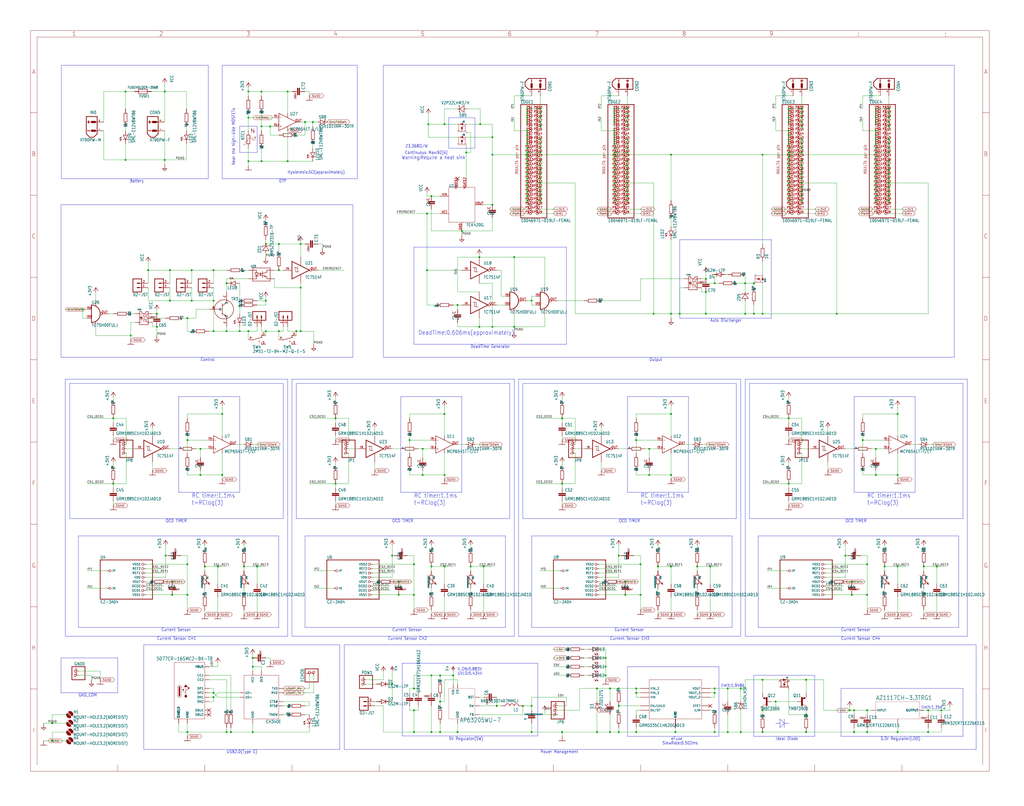
<source format=kicad_sch>
(kicad_sch (version 20230121) (generator eeschema)
  (paper "User" 596.9 469.9)
  (junction (at 111.76 175.26))
  (junction (at 259.08 72.39))
  (junction (at 518.16 116.84))
  (junction (at 518.16 83.82))
  (junction (at 86.36 157.48))
  (junction (at 259.08 276.86))
  (junction (at 360.68 411.48))
  (junction (at 279.4 190.5))
  (junction (at 459.74 101.6))
  (junction (at 307.34 63.5))
  (junction (at 287.02 119.38))
  (junction (at 241.3 346.71))
  (junction (at 358.14 71.12))
  (junction (at 99.06 175.26))
  (junction (at 459.74 83.82))
  (junction (at 347.98 401.32))
  (junction (at 492.76 323.85))
  (junction (at 515.62 330.2))
  (junction (at 459.74 71.12))
  (junction (at 459.74 93.98))
  (junction (at 365.76 99.06))
  (junction (at 459.74 99.06))
  (junction (at 307.34 111.76))
  (junction (at 73.152 93.218))
  (junction (at 314.96 93.98))
  (junction (at 391.16 241.3))
  (junction (at 129.54 276.86))
  (junction (at 66.04 281.94))
  (junction (at 497.84 414.02))
  (junction (at 241.3 414.02))
  (junction (at 358.14 96.52))
  (junction (at 246.38 276.86))
  (junction (at 232.41 346.71))
  (junction (at 157.48 73.66))
  (junction (at 467.36 71.12))
  (junction (at 373.38 328.93))
  (junction (at 518.16 71.12))
  (junction (at 91.44 182.88))
  (junction (at 129.54 241.3))
  (junction (at 314.96 116.84))
  (junction (at 444.5 90.17))
  (junction (at 251.46 114.3))
  (junction (at 459.74 116.84))
  (junction (at 497.84 426.72))
  (junction (at 518.16 104.14))
  (junction (at 523.24 276.86))
  (junction (at 238.76 256.54))
  (junction (at 327.66 426.72))
  (junction (at 365.76 81.28))
  (junction (at 510.54 109.22))
  (junction (at 469.9 396.24))
  (junction (at 91.44 190.5))
  (junction (at 518.16 73.66))
  (junction (at 177.8 71.12))
  (junction (at 249.682 72.39))
  (junction (at 307.34 90.17))
  (junction (at 467.36 81.28))
  (junction (at 510.54 88.9))
  (junction (at 459.74 66.04))
  (junction (at 307.34 96.52))
  (junction (at 307.34 99.06))
  (junction (at 48.26 180.34))
  (junction (at 167.64 93.98))
  (junction (at 518.16 101.6))
  (junction (at 144.78 193.04))
  (junction (at 147.32 388.62))
  (junction (at 452.12 408.94))
  (junction (at 132.08 165.1))
  (junction (at 360.68 323.85))
  (junction (at 518.16 96.52))
  (junction (at 172.72 193.04))
  (junction (at 360.68 401.32))
  (junction (at 467.36 109.22))
  (junction (at 505.46 414.02))
  (junction (at 459.74 243.84))
  (junction (at 259.08 241.3))
  (junction (at 299.72 190.5))
  (junction (at 467.36 101.6))
  (junction (at 370.84 403.86))
  (junction (at 391.16 276.86))
  (junction (at 518.16 86.36))
  (junction (at 30.48 421.64))
  (junction (at 467.36 73.66))
  (junction (at 307.34 104.14))
  (junction (at 459.74 281.94))
  (junction (at 269.24 134.62))
  (junction (at 251.46 426.72))
  (junction (at 327.66 281.94))
  (junction (at 314.96 99.06))
  (junction (at 411.48 170.18))
  (junction (at 248.92 157.48))
  (junction (at 495.3 414.02))
  (junction (at 510.54 93.98))
  (junction (at 109.22 185.42))
  (junction (at 162.56 142.24))
  (junction (at 309.88 426.72))
  (junction (at 358.14 66.04))
  (junction (at 73.152 53.34))
  (junction (at 510.54 66.04))
  (junction (at 467.36 88.9))
  (junction (at 353.06 383.54))
  (junction (at 241.3 401.32))
  (junction (at 510.54 71.12))
  (junction (at 467.36 86.36))
  (junction (at 30.48 431.8))
  (junction (at 119.38 330.2))
  (junction (at 459.74 114.3))
  (junction (at 518.16 99.06))
  (junction (at 546.1 330.2))
  (junction (at 518.16 114.3))
  (junction (at 505.46 426.72))
  (junction (at 99.06 157.48))
  (junction (at 162.56 157.48))
  (junction (at 307.34 91.44))
  (junction (at 96.012 53.34))
  (junction (at 139.7 193.04))
  (junction (at 228.6 323.85))
  (junction (at 365.76 114.3))
  (junction (at 182.372 71.12))
  (junction (at 431.8 426.72))
  (junction (at 358.14 109.22))
  (junction (at 510.54 86.36))
  (junction (at 358.14 88.9))
  (junction (at 431.8 401.32))
  (junction (at 510.54 76.2))
  (junction (at 518.16 93.98))
  (junction (at 144.78 93.98))
  (junction (at 307.34 93.98))
  (junction (at 510.54 261.62))
  (junction (at 467.36 96.52))
  (junction (at 358.14 101.6))
  (junction (at 195.58 243.84))
  (junction (at 100.33 346.71))
  (junction (at 459.74 90.17))
  (junction (at 132.08 426.72))
  (junction (at 124.46 403.86))
  (junction (at 518.16 68.58))
  (junction (at 370.84 401.32))
  (junction (at 411.48 162.56))
  (junction (at 467.36 93.98))
  (junction (at 370.84 426.72))
  (junction (at 274.32 330.2))
  (junction (at 365.76 101.6))
  (junction (at 523.24 330.2))
  (junction (at 365.76 93.98))
  (junction (at 358.14 63.5))
  (junction (at 523.24 241.3))
  (junction (at 358.14 76.2))
  (junction (at 251.46 393.7))
  (junction (at 406.4 330.2))
  (junction (at 162.56 193.04))
  (junction (at 66.04 243.84))
  (junction (at 111.76 157.48))
  (junction (at 365.76 96.52))
  (junction (at 287.02 90.17))
  (junction (at 307.34 109.22))
  (junction (at 510.54 83.82))
  (junction (at 467.36 66.04))
  (junction (at 393.7 426.72))
  (junction (at 424.18 426.72))
  (junction (at 314.96 111.76))
  (junction (at 510.54 99.06))
  (junction (at 304.8 411.48))
  (junction (at 353.06 393.7))
  (junction (at 416.56 401.32))
  (junction (at 76.2 195.58))
  (junction (at 358.14 78.74))
  (junction (at 510.54 78.74))
  (junction (at 459.74 78.74))
  (junction (at 510.54 91.44))
  (junction (at 365.76 83.82))
  (junction (at 444.5 414.02))
  (junction (at 358.14 86.36))
  (junction (at 279.908 72.39))
  (junction (at 309.88 411.48))
  (junction (at 510.54 68.58))
  (junction (at 518.16 66.04))
  (junction (at 364.49 339.09))
  (junction (at 541.02 414.02))
  (junction (at 167.64 53.34))
  (junction (at 469.9 416.56))
  (junction (at 314.96 83.82))
  (junction (at 502.92 256.54))
  (junction (at 279.4 149.86))
  (junction (at 518.16 88.9))
  (junction (at 307.34 88.9))
  (junction (at 365.76 68.58))
  (junction (at 259.08 330.2))
  (junction (at 365.76 116.84))
  (junction (at 314.96 109.22))
  (junction (at 439.42 165.1))
  (junction (at 459.74 109.22))
  (junction (at 266.7 177.8))
  (junction (at 307.34 114.3))
  (junction (at 314.96 73.66))
  (junction (at 467.36 114.3))
  (junction (at 307.34 106.68))
  (junction (at 307.34 81.28))
  (junction (at 424.18 401.32))
  (junction (at 391.16 182.88))
  (junction (at 281.94 330.2))
  (junction (at 381 182.88))
  (junction (at 175.26 193.04))
  (junction (at 109.22 346.71))
  (junction (at 314.96 114.3))
  (junction (at 360.68 426.72))
  (junction (at 459.74 96.52))
  (junction (at 152.4 93.98))
  (junction (at 228.6 398.78))
  (junction (at 124.46 406.4))
  (junction (at 358.14 116.84))
  (junction (at 307.34 71.12))
  (junction (at 116.84 276.86))
  (junction (at 327.66 243.84))
  (junction (at 467.36 83.82))
  (junction (at 264.16 393.7))
  (junction (at 96.012 93.218))
  (junction (at 523.24 426.72))
  (junction (at 175.26 167.64))
  (junction (at 518.16 111.76))
  (junction (at 152.4 53.34))
  (junction (at 307.34 86.36))
  (junction (at 510.54 111.76))
  (junction (at 175.26 142.24))
  (junction (at 510.54 106.68))
  (junction (at 459.74 76.2))
  (junction (at 370.84 256.54))
  (junction (at 444.5 396.24))
  (junction (at 152.4 73.66))
  (junction (at 505.46 346.71))
  (junction (at 416.56 426.72))
  (junction (at 241.3 426.72))
  (junction (at 538.48 330.2))
  (junction (at 195.58 281.94))
  (junction (at 467.36 116.84))
  (junction (at 510.54 114.3))
  (junction (at 246.38 261.62))
  (junction (at 358.14 111.76))
  (junction (at 314.96 86.36))
  (junction (at 124.46 157.48))
  (junction (at 271.78 88.9))
  (junction (at 365.76 66.04))
  (junction (at 467.36 63.5))
  (junction (at 444.5 426.72))
  (junction (at 459.74 63.5))
  (junction (at 307.34 76.2))
  (junction (at 314.96 101.6))
  (junction (at 154.94 142.24))
  (junction (at 518.16 109.22))
  (junction (at 144.78 68.58))
  (junction (at 496.57 346.71))
  (junction (at 266.7 426.72))
  (junction (at 439.42 182.88))
  (junction (at 287.02 190.5))
  (junction (at 510.54 63.5))
  (junction (at 96.52 323.85))
  (junction (at 358.14 83.82))
  (junction (at 396.24 182.88))
  (junction (at 391.16 330.2))
  (junction (at 510.54 116.84))
  (junction (at 232.41 339.09))
  (junction (at 487.68 182.88))
  (junction (at 459.74 104.14))
  (junction (at 510.54 276.86))
  (junction (at 518.16 106.68))
  (junction (at 251.46 330.2))
  (junction (at 373.38 346.71))
  (junction (at 353.06 388.62))
  (junction (at 510.54 81.28))
  (junction (at 307.34 116.84))
  (junction (at 416.56 403.86))
  (junction (at 365.76 71.12))
  (junction (at 149.86 330.2))
  (junction (at 510.54 104.14))
  (junction (at 307.34 68.58))
  (junction (at 469.9 426.72))
  (junction (at 144.78 53.34))
  (junction (at 109.22 256.54))
  (junction (at 314.96 88.9))
  (junction (at 459.74 86.36))
  (junction (at 391.16 90.17))
  (junction (at 307.34 78.74))
  (junction (at 109.22 426.72))
  (junction (at 314.96 96.52))
  (junction (at 444.5 182.88))
  (junction (at 510.54 101.6))
  (junction (at 459.74 106.68))
  (junction (at 364.49 346.71))
  (junction (at 256.54 426.72))
  (junction (at 378.46 261.62))
  (junction (at 541.02 426.72))
  (junction (at 256.54 408.94))
  (junction (at 314.96 106.68))
  (junction (at 134.62 426.72))
  (junction (at 127 330.2))
  (junction (at 548.64 414.02))
  (junction (at 365.76 109.22))
  (junction (at 147.32 426.72))
  (junction (at 411.48 182.88))
  (junction (at 116.84 261.62))
  (junction (at 124.46 193.04))
  (junction (at 518.16 63.5))
  (junction (at 459.74 88.9))
  (junction (at 358.14 81.28))
  (junction (at 365.76 104.14))
  (junction (at 434.34 182.88))
  (junction (at 314.96 68.58))
  (junction (at 347.98 426.72))
  (junction (at 248.92 124.46))
  (junction (at 496.57 339.09))
  (junction (at 289.56 411.48))
  (junction (at 416.56 165.1))
  (junction (at 365.76 111.76))
  (junction (at 147.32 383.54))
  (junction (at 518.16 81.28))
  (junction (at 459.74 111.76))
  (junction (at 434.34 165.1))
  (junction (at 467.36 68.58))
  (junction (at 314.96 71.12))
  (junction (at 355.6 426.72))
  (junction (at 299.72 149.86))
  (junction (at 510.54 96.52))
  (junction (at 365.76 73.66))
  (junction (at 365.76 88.9))
  (junction (at 459.74 91.44))
  (junction (at 124.46 175.26))
  (junction (at 358.14 114.3))
  (junction (at 365.76 106.68))
  (junction (at 365.76 63.5))
  (junction (at 307.34 83.82))
  (junction (at 358.14 106.68))
  (junction (at 314.96 81.28))
  (junction (at 459.74 81.28))
  (junction (at 358.14 90.17))
  (junction (at 358.14 68.58))
  (junction (at 414.02 330.2))
  (junction (at 358.14 91.44))
  (junction (at 309.88 175.26))
  (junction (at 132.08 193.04))
  (junction (at 467.36 106.68))
  (junction (at 459.74 68.58))
  (junction (at 378.46 276.86))
  (junction (at 505.46 328.93))
  (junction (at 355.6 401.32))
  (junction (at 383.54 330.2))
  (junction (at 154.94 175.26))
  (junction (at 307.34 101.6))
  (junction (at 100.33 339.09))
  (junction (at 467.36 104.14))
  (junction (at 256.54 393.7))
  (junction (at 109.22 328.93))
  (junction (at 358.14 99.06))
  (junction (at 358.14 93.98))
  (junction (at 287.02 80.01))
  (junction (at 307.34 66.04))
  (junction (at 142.24 330.2))
  (junction (at 467.36 111.76))
  (junction (at 241.3 328.93))
  (junction (at 467.36 99.06))
  (junction (at 314.96 66.04))
  (junction (at 314.96 104.14))
  (junction (at 154.94 193.04))
  (junction (at 358.14 104.14))
  (junction (at 314.96 63.5))
  (junction (at 365.76 86.36))
  (polyline (pts (xy 429.26 223.52) (xy 304.8 223.52)) (stroke (width 0.1524) (type solid)))
  (wire (pts (xy 391.16 139.7) (xy 391.16 182.88)) (stroke (width 0.1524)))
  (wire (pts (xy 330.2 378.46) (xy 322.58 378.46)) (stroke (width 0.1524)))
  (wire (pts (xy 492.76 261.62) (xy 497.84 261.62)) (stroke (width 0.1524)))
  (wire (pts (xy 127 403.86) (xy 139.7 403.86)) (stroke (width 0.1524)))
  (wire (pts (xy 518.16 73.66) (xy 518.16 76.2)) (stroke (width 0.1524)))
  (wire (pts (xy 269.24 157.48) (xy 248.92 157.48)) (stroke (width 0.1524)))
  (wire (pts (xy 119.38 355.6) (xy 119.38 358.14)) (stroke (width 0.1524)))
  (wire (pts (xy 358.14 83.82) (xy 358.14 86.36)) (stroke (width 0.1524)))
  (wire (pts (xy 30.48 421.64) (xy 30.48 416.56)) (stroke (width 0.1524)))
  (wire (pts (xy 497.84 426.72) (xy 505.46 426.72)) (stroke (width 0.1524)))
  (wire (pts (xy 312.42 172.72) (xy 309.88 172.72)) (stroke (width 0.1524)))
  (wire (pts (xy 317.5 168.148) (xy 317.5 149.86)) (stroke (width 0.1524)))
  (wire (pts (xy 114.3 185.42) (xy 114.3 180.34)) (stroke (width 0.1524)))
  (wire (pts (xy 467.36 73.66) (xy 467.36 76.2)) (stroke (width 0.1524)))
  (wire (pts (xy 515.62 330.2) (xy 523.24 330.2)) (stroke (width 0.1524)))
  (wire (pts (xy 259.08 276.86) (xy 259.08 279.4)) (stroke (width 0.1524)))
  (wire (pts (xy 459.74 281.94) (xy 459.74 284.48)) (stroke (width 0.1524)))
  (wire (pts (xy 232.41 346.71) (xy 241.3 346.71)) (stroke (width 0.1524)))
  (wire (pts (xy 314.96 114.3) (xy 314.96 116.84)) (stroke (width 0.1524)))
  (wire (pts (xy 152.4 86.36) (xy 152.4 93.98)) (stroke (width 0.1524)))
  (wire (pts (xy 279.4 149.86) (xy 299.72 149.86)) (stroke (width 0.1524)))
  (wire (pts (xy 327.66 429.26) (xy 327.66 426.72)) (stroke (width 0.1524)))
  (wire (pts (xy 325.12 414.02) (xy 337.82 414.02)) (stroke (width 0.1524)))
  (wire (pts (xy 269.24 134.62) (xy 287.02 134.62)) (stroke (width 0.1524)))
  (wire (pts (xy 317.5 190.5) (xy 317.5 182.372)) (stroke (width 0.1524)))
  (wire (pts (xy 353.06 388.62) (xy 353.06 393.7)) (stroke (width 0.1524)))
  (wire (pts (xy 538.48 355.6) (xy 538.48 358.14)) (stroke (width 0.1524)))
  (wire (pts (xy 452.12 408.94) (xy 464.82 408.94)) (stroke (width 0.1524)))
  (polyline (pts (xy 439.42 429.26) (xy 474.98 429.26)) (stroke (width 0.1524) (type solid)))
  (wire (pts (xy 96.012 71.12) (xy 96.012 53.34)) (stroke (width 0.1524)))
  (wire (pts (xy 116.84 274.32) (xy 116.84 276.86)) (stroke (width 0.1524)))
  (wire (pts (xy 365.76 55.88) (xy 365.76 63.5)) (stroke (width 0.1524)))
  (polyline (pts (xy 177.8 365.76) (xy 294.64 365.76)) (stroke (width 0.1524) (type solid)))
  (wire (pts (xy 66.04 281.94) (xy 50.8 281.94)) (stroke (width 0.1524)))
  (wire (pts (xy 495.3 411.48) (xy 495.3 414.02)) (stroke (width 0.1524)))
  (wire (pts (xy 109.22 193.04) (xy 111.76 193.04)) (stroke (width 0.1524)))
  (polyline (pts (xy 172.72 302.26) (xy 297.18 302.26)) (stroke (width 0.1524) (type solid)))
  (polyline (pts (xy 40.64 302.26) (xy 165.1 302.26)) (stroke (width 0.1524) (type solid)))
  (wire (pts (xy 195.58 281.94) (xy 195.58 284.48)) (stroke (width 0.1524)))
  (wire (pts (xy 510.54 274.32) (xy 510.54 276.86)) (stroke (width 0.1524)))
  (wire (pts (xy 177.8 53.34) (xy 180.34 53.34)) (stroke (width 0.1524)))
  (polyline (pts (xy 294.64 365.76) (xy 294.64 312.42)) (stroke (width 0.1524) (type solid)))
  (wire (pts (xy 116.84 261.62) (xy 121.92 261.62)) (stroke (width 0.1524)))
  (polyline (pts (xy 436.88 223.52) (xy 436.88 302.26)) (stroke (width 0.1524) (type solid)))
  (wire (pts (xy 416.56 401.32) (xy 416.56 403.86)) (stroke (width 0.1524)))
  (wire (pts (xy 276.86 259.08) (xy 284.48 259.08)) (stroke (width 0.1524)))
  (wire (pts (xy 459.74 91.44) (xy 459.74 93.98)) (stroke (width 0.1524)))
  (wire (pts (xy 292.1 157.48) (xy 292.1 172.72)) (stroke (width 0.1524)))
  (wire (pts (xy 459.74 66.04) (xy 459.74 68.58)) (stroke (width 0.1524)))
  (wire (pts (xy 85.09 344.17) (xy 95.504 344.17)) (stroke (width 0.1524)))
  (wire (pts (xy 307.34 81.28) (xy 307.34 83.82)) (stroke (width 0.1524)))
  (polyline (pts (xy 568.96 375.92) (xy 200.66 375.92)) (stroke (width 0.1524) (type solid)))
  (polyline (pts (xy 223.52 208.28) (xy 556.26 208.28)) (stroke (width 0.1524) (type solid)))
  (wire (pts (xy 162.56 198.12) (xy 162.56 193.04)) (stroke (width 0.1524)))
  (wire (pts (xy 60.452 53.34) (xy 73.152 53.34)) (stroke (width 0.1524)))
  (wire (pts (xy 358.14 124.46) (xy 347.98 124.46)) (stroke (width 0.1524)))
  (wire (pts (xy 195.58 281.94) (xy 180.34 281.94)) (stroke (width 0.1524)))
  (wire (pts (xy 259.08 264.16) (xy 259.08 276.86)) (stroke (width 0.1524)))
  (polyline (pts (xy 304.8 223.52) (xy 304.8 302.26)) (stroke (width 0.1524) (type solid)))
  (wire (pts (xy 251.46 134.62) (xy 251.46 121.92)) (stroke (width 0.1524)))
  (wire (pts (xy 170.18 53.34) (xy 167.64 53.34)) (stroke (width 0.1524)))
  (wire (pts (xy 144.78 76.2) (xy 144.78 68.58)) (stroke (width 0.1524)))
  (wire (pts (xy 510.54 76.2) (xy 510.54 78.74)) (stroke (width 0.1524)))
  (polyline (pts (xy 561.34 302.26) (xy 561.34 223.52)) (stroke (width 0.1524) (type solid)))
  (wire (pts (xy 444.5 414.02) (xy 452.12 414.02)) (stroke (width 0.1524)))
  (wire (pts (xy 266.7 149.86) (xy 266.7 170.18)) (stroke (width 0.1524)))
  (polyline (pts (xy 234.442 386.588) (xy 234.442 429.006)) (stroke (width 0.1524) (type solid)))
  (wire (pts (xy 256.54 408.94) (xy 259.08 408.94)) (stroke (width 0.1524)))
  (wire (pts (xy 109.22 426.72) (xy 109.22 429.26)) (stroke (width 0.1524)))
  (wire (pts (xy 40.64 426.72) (xy 30.48 426.72)) (stroke (width 0.1524)))
  (wire (pts (xy 292.1 172.72) (xy 294.64 172.72)) (stroke (width 0.1524)))
  (wire (pts (xy 518.16 121.92) (xy 528.32 121.92)) (stroke (width 0.1524)))
  (wire (pts (xy 58.42 391.16) (xy 58.42 396.24)) (stroke (width 0.1524)))
  (wire (pts (xy 360.68 323.85) (xy 360.68 336.55)) (stroke (width 0.1524)))
  (wire (pts (xy 309.88 411.48) (xy 309.88 406.4)) (stroke (width 0.1524)))
  (wire (pts (xy 523.24 421.64) (xy 523.24 426.72)) (stroke (width 0.1524)))
  (wire (pts (xy 467.36 88.9) (xy 467.36 86.36)) (stroke (width 0.1524)))
  (wire (pts (xy 358.14 114.3) (xy 358.14 111.76)) (stroke (width 0.1524)))
  (polyline (pts (xy 261.62 68.58) (xy 276.86 68.58)) (stroke (width 0.1524) (type solid)))
  (wire (pts (xy 434.34 401.32) (xy 434.34 396.24)) (stroke (width 0.1524)))
  (wire (pts (xy 152.4 93.98) (xy 144.78 93.98)) (stroke (width 0.1524)))
  (polyline (pts (xy 556.26 208.28) (xy 556.26 38.1)) (stroke (width 0.1524) (type solid)))
  (wire (pts (xy 76.2 198.12) (xy 76.2 195.58)) (stroke (width 0.1524)))
  (wire (pts (xy 365.76 101.6) (xy 365.76 99.06)) (stroke (width 0.1524)))
  (wire (pts (xy 358.14 66.04) (xy 358.14 68.58)) (stroke (width 0.1524)))
  (wire (pts (xy 358.14 71.12) (xy 358.14 73.66)) (stroke (width 0.1524)))
  (wire (pts (xy 264.16 393.7) (xy 264.16 398.78)) (stroke (width 0.1524)))
  (polyline (pts (xy 35.56 208.28) (xy 205.74 208.28)) (stroke (width 0.1524) (type solid)))
  (polyline (pts (xy 261.62 86.36) (xy 276.86 86.36)) (stroke (width 0.1524) (type solid)))
  (wire (pts (xy 541.02 182.88) (xy 487.68 182.88)) (stroke (width 0.1524)))
  (wire (pts (xy 289.56 411.48) (xy 279.4 411.48)) (stroke (width 0.1524)))
  (wire (pts (xy 365.76 104.14) (xy 365.76 106.68)) (stroke (width 0.1524)))
  (wire (pts (xy 149.86 193.04) (xy 149.86 190.5)) (stroke (width 0.1524)))
  (wire (pts (xy 25.4 421.64) (xy 30.48 421.64)) (stroke (width 0.1524)))
  (wire (pts (xy 307.34 106.68) (xy 307.34 109.22)) (stroke (width 0.1524)))
  (wire (pts (xy 238.76 401.32) (xy 238.76 403.86)) (stroke (width 0.1524)))
  (polyline (pts (xy 35.814 104.14) (xy 121.412 104.14)) (stroke (width 0.1524) (type solid)))
  (wire (pts (xy 541.02 424.18) (xy 541.02 426.72)) (stroke (width 0.1524)))
  (wire (pts (xy 287.02 190.5) (xy 299.72 190.5)) (stroke (width 0.1524)))
  (wire (pts (xy 76.2 182.88) (xy 78.74 182.88)) (stroke (width 0.1524)))
  (wire (pts (xy 350.52 76.2) (xy 358.14 76.2)) (stroke (width 0.1524)))
  (wire (pts (xy 502.92 254) (xy 502.92 256.54)) (stroke (width 0.1524)))
  (wire (pts (xy 480.06 414.02) (xy 495.3 414.02)) (stroke (width 0.1524)))
  (wire (pts (xy 383.54 330.2) (xy 391.16 330.2)) (stroke (width 0.1524)))
  (polyline (pts (xy 309.88 312.42) (xy 309.88 365.76)) (stroke (width 0.1524) (type solid)))
  (wire (pts (xy 259.08 63.5) (xy 259.08 72.39)) (stroke (width 0.1524)))
  (wire (pts (xy 147.32 426.72) (xy 147.32 421.64)) (stroke (width 0.1524)))
  (wire (pts (xy 398.78 167.64) (xy 396.24 167.64)) (stroke (width 0.1524)))
  (wire (pts (xy 86.36 175.26) (xy 86.36 167.64)) (stroke (width 0.1524)))
  (polyline (pts (xy 208.28 38.1) (xy 129.54 38.1)) (stroke (width 0.1524) (type solid)))
  (wire (pts (xy 541.02 416.56) (xy 541.02 414.02)) (stroke (width 0.1524)))
  (wire (pts (xy 364.49 346.71) (xy 373.38 346.71)) (stroke (width 0.1524)))
  (wire (pts (xy 383.54 345.44) (xy 383.54 342.9)) (stroke (width 0.1524)))
  (wire (pts (xy 195.58 271.78) (xy 195.58 269.24)) (stroke (width 0.1524)))
  (wire (pts (xy 452.12 55.88) (xy 452.12 63.5)) (stroke (width 0.1524)))
  (wire (pts (xy 497.84 424.18) (xy 497.84 426.72)) (stroke (width 0.1524)))
  (wire (pts (xy 467.36 104.14) (xy 467.36 101.6)) (stroke (width 0.1524)))
  (wire (pts (xy 109.22 276.86) (xy 116.84 276.86)) (stroke (width 0.1524)))
  (wire (pts (xy 256.54 421.64) (xy 256.54 426.72)) (stroke (width 0.1524)))
  (wire (pts (xy 391.16 90.17) (xy 391.16 116.84)) (stroke (width 0.1524)))
  (wire (pts (xy 96.012 93.218) (xy 108.712 93.218)) (stroke (width 0.1524)))
  (wire (pts (xy 335.28 106.68) (xy 335.28 182.88)) (stroke (width 0.1524)))
  (wire (pts (xy 317.5 414.02) (xy 317.5 416.56)) (stroke (width 0.1524)))
  (wire (pts (xy 307.34 63.5) (xy 314.96 63.5)) (stroke (width 0.1524)))
  (wire (pts (xy 99.06 157.48) (xy 111.76 157.48)) (stroke (width 0.1524)))
  (wire (pts (xy 309.88 175.26) (xy 309.88 177.8)) (stroke (width 0.1524)))
  (wire (pts (xy 459.74 63.5) (xy 459.74 66.04)) (stroke (width 0.1524)))
  (wire (pts (xy 419.1 165.1) (xy 416.56 165.1)) (stroke (width 0.1524)))
  (wire (pts (xy 48.26 185.42) (xy 50.8 185.42)) (stroke (width 0.1524)))
  (wire (pts (xy 66.04 233.68) (xy 66.04 231.14)) (stroke (width 0.1524)))
  (wire (pts (xy 160.02 157.48) (xy 162.56 157.48)) (stroke (width 0.1524)))
  (wire (pts (xy 307.34 78.74) (xy 307.34 81.28)) (stroke (width 0.1524)))
  (wire (pts (xy 327.66 233.68) (xy 327.66 231.14)) (stroke (width 0.1524)))
  (polyline (pts (xy 121.412 38.1) (xy 35.814 38.1)) (stroke (width 0.1524) (type solid)))
  (wire (pts (xy 96.012 53.34) (xy 108.712 53.34)) (stroke (width 0.1524)))
  (wire (pts (xy 472.44 261.62) (xy 467.36 261.62)) (stroke (width 0.1524)))
  (wire (pts (xy 246.38 276.86) (xy 259.08 276.86)) (stroke (width 0.1524)))
  (wire (pts (xy 124.46 403.86) (xy 121.92 403.86)) (stroke (width 0.1524)))
  (wire (pts (xy 73.152 83.82) (xy 73.152 93.218)) (stroke (width 0.1524)))
  (wire (pts (xy 370.84 403.86) (xy 373.38 403.86)) (stroke (width 0.1524)))
  (wire (pts (xy 546.1 330.2) (xy 551.18 330.2)) (stroke (width 0.1524)))
  (wire (pts (xy 160.02 162.56) (xy 160.02 167.64)) (stroke (width 0.1524)))
  (wire (pts (xy 30.48 416.56) (xy 40.64 416.56)) (stroke (width 0.1524)))
  (wire (pts (xy 175.26 140.462) (xy 175.26 142.24)) (stroke (width 0.1524)))
  (wire (pts (xy 444.5 416.56) (xy 444.5 414.02)) (stroke (width 0.1524)))
  (wire (pts (xy 351.79 339.09) (xy 349.25 339.09)) (stroke (width 0.1524)))
  (wire (pts (xy 271.78 63.5) (xy 279.908 63.5)) (stroke (width 0.1524)))
  (wire (pts (xy 406.4 345.44) (xy 406.4 342.9)) (stroke (width 0.1524)))
  (wire (pts (xy 100.33 346.71) (xy 109.22 346.71)) (stroke (width 0.1524)))
  (wire (pts (xy 251.46 256.54) (xy 238.76 256.54)) (stroke (width 0.1524)))
  (polyline (pts (xy 177.8 312.42) (xy 177.8 365.76)) (stroke (width 0.1524) (type solid)))
  (wire (pts (xy 243.84 261.62) (xy 246.38 261.62)) (stroke (width 0.1524)))
  (wire (pts (xy 510.54 116.84) (xy 510.54 114.3)) (stroke (width 0.1524)))
  (wire (pts (xy 350.52 175.26) (xy 373.38 175.26)) (stroke (width 0.1524)))
  (polyline (pts (xy 162.56 365.76) (xy 162.56 312.42)) (stroke (width 0.1524) (type solid)))
  (wire (pts (xy 251.46 345.44) (xy 251.46 342.9)) (stroke (width 0.1524)))
  (wire (pts (xy 248.92 157.48) (xy 248.92 124.46)) (stroke (width 0.1524)))
  (wire (pts (xy 538.48 320.04) (xy 538.48 317.5)) (stroke (width 0.1524)))
  (wire (pts (xy 467.36 114.3) (xy 467.36 116.84)) (stroke (width 0.1524)))
  (polyline (pts (xy 561.34 223.52) (xy 436.88 223.52)) (stroke (width 0.1524) (type solid)))
  (wire (pts (xy 510.54 88.9) (xy 518.16 88.9)) (stroke (width 0.1524)))
  (wire (pts (xy 365.76 73.66) (xy 365.76 76.2)) (stroke (width 0.1524)))
  (wire (pts (xy 132.08 426.72) (xy 134.62 426.72)) (stroke (width 0.1524)))
  (polyline (pts (xy 139.7 231.14) (xy 104.14 231.14)) (stroke (width 0.1524) (type solid)))
  (wire (pts (xy 483.87 339.09) (xy 481.33 339.09)) (stroke (width 0.1524)))
  (wire (pts (xy 266.7 63.5) (xy 259.08 63.5)) (stroke (width 0.1524)))
  (polyline (pts (xy 302.26 370.84) (xy 431.8 370.84)) (stroke (width 0.1524) (type solid)))
  (wire (pts (xy 538.48 330.2) (xy 546.1 330.2)) (stroke (width 0.1524)))
  (wire (pts (xy 358.14 90.17) (xy 391.16 90.17)) (stroke (width 0.1524)))
  (wire (pts (xy 325.12 175.26) (xy 340.36 175.26)) (stroke (width 0.1524)))
  (wire (pts (xy 355.6 408.94) (xy 355.6 401.32)) (stroke (width 0.1524)))
  (wire (pts (xy 510.54 109.22) (xy 510.54 106.68)) (stroke (width 0.1524)))
  (wire (pts (xy 497.84 414.02) (xy 505.46 414.02)) (stroke (width 0.1524)))
  (wire (pts (xy 314.96 91.44) (xy 314.96 93.98)) (stroke (width 0.1524)))
  (wire (pts (xy 424.18 401.32) (xy 431.8 401.32)) (stroke (width 0.1524)))
  (wire (pts (xy 287.02 119.38) (xy 287.02 90.17)) (stroke (width 0.1524)))
  (wire (pts (xy 365.76 124.46) (xy 375.92 124.46)) (stroke (width 0.1524)))
  (wire (pts (xy 124.46 175.26) (xy 124.46 193.04)) (stroke (width 0.1524)))
  (wire (pts (xy 505.46 346.71) (xy 505.46 355.6)) (stroke (width 0.1524)))
  (wire (pts (xy 523.24 330.2) (xy 528.32 330.2)) (stroke (width 0.1524)))
  (wire (pts (xy 266.7 426.72) (xy 309.88 426.72)) (stroke (width 0.1524)))
  (polyline (pts (xy 434.34 370.84) (xy 563.88 370.84)) (stroke (width 0.1524) (type solid)))
  (wire (pts (xy 375.92 261.62) (xy 378.46 261.62)) (stroke (width 0.1524)))
  (wire (pts (xy 370.84 424.18) (xy 370.84 426.72)) (stroke (width 0.1524)))
  (wire (pts (xy 467.36 104.14) (xy 467.36 106.68)) (stroke (width 0.1524)))
  (wire (pts (xy 180.34 53.34) (xy 180.34 55.88)) (stroke (width 0.1524)))
  (wire (pts (xy 518.16 96.52) (xy 518.16 93.98)) (stroke (width 0.1524)))
  (wire (pts (xy 502.92 55.88) (xy 502.92 63.5)) (stroke (width 0.1524)))
  (polyline (pts (xy 83.82 375.92) (xy 83.82 436.88)) (stroke (width 0.1524) (type solid)))
  (polyline (pts (xy 269.24 287.02) (xy 269.24 231.14)) (stroke (width 0.1524) (type solid)))
  (wire (pts (xy 330.2 388.62) (xy 322.58 388.62)) (stroke (width 0.1524)))
  (wire (pts (xy 266.7 72.39) (xy 259.08 72.39)) (stroke (width 0.1524)))
  (wire (pts (xy 147.32 388.62) (xy 147.32 383.54)) (stroke (width 0.1524)))
  (wire (pts (xy 66.04 294.64) (xy 66.04 292.1)) (stroke (width 0.1524)))
  (wire (pts (xy 287.02 165.1) (xy 287.02 190.5)) (stroke (width 0.1524)))
  (wire (pts (xy 361.95 323.85) (xy 360.68 323.85)) (stroke (width 0.1524)))
  (wire (pts (xy 358.14 104.14) (xy 358.14 106.68)) (stroke (width 0.1524)))
  (wire (pts (xy 279.4 149.86) (xy 266.7 149.86)) (stroke (width 0.1524)))
  (wire (pts (xy 243.84 414.02) (xy 243.84 411.48)) (stroke (width 0.1524)))
  (wire (pts (xy 124.46 157.48) (xy 124.46 165.1)) (stroke (width 0.1524)))
  (wire (pts (xy 358.14 88.9) (xy 365.76 88.9)) (stroke (width 0.1524)))
  (wire (pts (xy 142.24 345.44) (xy 142.24 342.9)) (stroke (width 0.1524)))
  (wire (pts (xy 109.22 426.72) (xy 109.22 421.64)) (stroke (width 0.1524)))
  (wire (pts (xy 431.8 426.72) (xy 424.18 426.72)) (stroke (width 0.1524)))
  (polyline (pts (xy 365.76 429.26) (xy 419.1 429.26)) (stroke (width 0.1524) (type solid)))
  (wire (pts (xy 378.46 266.7) (xy 378.46 261.62)) (stroke (width 0.1524)))
  (wire (pts (xy 109.22 323.85) (xy 109.22 328.93)) (stroke (width 0.1524)))
  (wire (pts (xy 152.4 76.2) (xy 152.4 73.66)) (stroke (width 0.1524)))
  (wire (pts (xy 518.16 109.22) (xy 518.16 111.76)) (stroke (width 0.1524)))
  (wire (pts (xy 505.46 414.02) (xy 508 414.02)) (stroke (width 0.1524)))
  (wire (pts (xy 180.34 408.94) (xy 180.34 411.48)) (stroke (width 0.1524)))
  (wire (pts (xy 383.54 355.6) (xy 383.54 358.14)) (stroke (width 0.1524)))
  (wire (pts (xy 309.88 406.4) (xy 330.2 406.4)) (stroke (width 0.1524)))
  (wire (pts (xy 355.6 416.56) (xy 355.6 426.72)) (stroke (width 0.1524)))
  (wire (pts (xy 259.08 236.22) (xy 259.08 241.3)) (stroke (width 0.1524)))
  (wire (pts (xy 175.26 167.64) (xy 175.26 193.04)) (stroke (width 0.1524)))
  (wire (pts (xy 45.72 393.7) (xy 53.34 393.7)) (stroke (width 0.1524)))
  (wire (pts (xy 365.76 104.14) (xy 365.76 101.6)) (stroke (width 0.1524)))
  (wire (pts (xy 510.54 99.06) (xy 510.54 101.6)) (stroke (width 0.1524)))
  (wire (pts (xy 481.33 334.01) (xy 491.744 334.01)) (stroke (width 0.1524)))
  (wire (pts (xy 444.5 426.72) (xy 431.8 426.72)) (stroke (width 0.1524)))
  (wire (pts (xy 378.46 276.86) (xy 391.16 276.86)) (stroke (width 0.1524)))
  (wire (pts (xy 177.8 78.74) (xy 177.8 71.12)) (stroke (width 0.1524)))
  (wire (pts (xy 349.25 328.93) (xy 373.38 328.93)) (stroke (width 0.1524)))
  (wire (pts (xy 220.98 408.94) (xy 218.44 408.94)) (stroke (width 0.1524)))
  (wire (pts (xy 518.16 66.04) (xy 518.16 68.58)) (stroke (width 0.1524)))
  (wire (pts (xy 307.34 90.17) (xy 307.34 91.44)) (stroke (width 0.1524)))
  (wire (pts (xy 60.452 93.218) (xy 73.152 93.218)) (stroke (width 0.1524)))
  (wire (pts (xy 167.64 190.5) (xy 167.64 193.04)) (stroke (width 0.1524)))
  (wire (pts (xy 365.76 121.92) (xy 375.92 121.92)) (stroke (width 0.1524)))
  (wire (pts (xy 330.2 411.48) (xy 325.12 411.48)) (stroke (width 0.1524)))
  (wire (pts (xy 459.74 88.9) (xy 467.36 88.9)) (stroke (width 0.1524)))
  (wire (pts (xy 238.76 274.32) (xy 238.76 276.86)) (stroke (width 0.1524)))
  (wire (pts (xy 45.72 391.16) (xy 58.42 391.16)) (stroke (width 0.1524)))
  (wire (pts (xy 505.46 328.93) (xy 505.46 346.71)) (stroke (width 0.1524)))
  (wire (pts (xy 154.94 142.24) (xy 162.56 142.24)) (stroke (width 0.1524)))
  (wire (pts (xy 129.54 236.22) (xy 129.54 241.3)) (stroke (width 0.1524)))
  (wire (pts (xy 289.56 406.4) (xy 289.56 411.48)) (stroke (width 0.1524)))
  (wire (pts (xy 208.28 261.62) (xy 203.2 261.62)) (stroke (width 0.1524)))
  (wire (pts (xy 497.84 416.56) (xy 497.84 414.02)) (stroke (width 0.1524)))
  (wire (pts (xy 347.98 408.94) (xy 347.98 401.32)) (stroke (width 0.1524)))
  (wire (pts (xy 360.68 55.88) (xy 350.52 55.88)) (stroke (width 0.1524)))
  (wire (pts (xy 195.58 243.84) (xy 180.34 243.84)) (stroke (width 0.1524)))
  (wire (pts (xy 340.36 388.62) (xy 342.9 388.62)) (stroke (width 0.1524)))
  (wire (pts (xy 365.76 93.98) (xy 365.76 91.44)) (stroke (width 0.1524)))
  (wire (pts (xy 347.98 426.72) (xy 327.66 426.72)) (stroke (width 0.1524)))
  (wire (pts (xy 217.17 341.63) (xy 227.584 341.63)) (stroke (width 0.1524)))
  (wire (pts (xy 459.74 243.84) (xy 444.5 243.84)) (stroke (width 0.1524)))
  (polyline (pts (xy 40.64 223.52) (xy 40.64 302.26)) (stroke (width 0.1524) (type solid)))
  (wire (pts (xy 289.56 157.48) (xy 292.1 157.48)) (stroke (width 0.1524)))
  (wire (pts (xy 414.02 406.4) (xy 416.56 406.4)) (stroke (width 0.1524)))
  (wire (pts (xy 287.02 72.39) (xy 287.02 80.01)) (stroke (width 0.1524)))
  (wire (pts (xy 510.54 96.52) (xy 510.54 99.06)) (stroke (width 0.1524)))
  (wire (pts (xy 518.16 88.9) (xy 518.16 86.36)) (stroke (width 0.1524)))
  (wire (pts (xy 182.88 403.86) (xy 182.88 393.7)) (stroke (width 0.1524)))
  (wire (pts (xy 226.06 408.94) (xy 228.6 408.94)) (stroke (width 0.1524)))
  (wire (pts (xy 518.16 68.58) (xy 518.16 71.12)) (stroke (width 0.1524)))
  (wire (pts (xy 238.76 243.84) (xy 238.76 241.3)) (stroke (width 0.1524)))
  (wire (pts (xy 287.02 119.38) (xy 281.94 119.38)) (stroke (width 0.1524)))
  (wire (pts (xy 88.9 185.42) (xy 96.52 185.42)) (stroke (width 0.1524)))
  (polyline (pts (xy 208.28 104.14) (xy 208.28 38.1)) (stroke (width 0.1524) (type solid)))
  (wire (pts (xy 326.39 342.9) (xy 314.96 342.9)) (stroke (width 0.1524)))
  (wire (pts (xy 154.94 149.86) (xy 154.94 147.32)) (stroke (width 0.1524)))
  (wire (pts (xy 373.38 323.85) (xy 373.38 328.93)) (stroke (width 0.1524)))
  (wire (pts (xy 73.66 281.94) (xy 73.66 264.16)) (stroke (width 0.1524)))
  (wire (pts (xy 444.5 165.1) (xy 444.5 182.88)) (stroke (width 0.1524)))
  (wire (pts (xy 383.54 256.54) (xy 370.84 256.54)) (stroke (width 0.1524)))
  (wire (pts (xy 104.14 426.72) (xy 109.22 426.72)) (stroke (width 0.1524)))
  (polyline (pts (xy 431.8 220.98) (xy 302.26 220.98)) (stroke (width 0.1524) (type solid)))
  (polyline (pts (xy 241.3 144.018) (xy 241.3 200.66)) (stroke (width 0.1524) (type solid)))
  (wire (pts (xy 467.36 96.52) (xy 467.36 93.98)) (stroke (width 0.1524)))
  (wire (pts (xy 160.02 167.64) (xy 175.26 167.64)) (stroke (width 0.1524)))
  (wire (pts (xy 317.5 149.86) (xy 299.72 149.86)) (stroke (width 0.1524)))
  (wire (pts (xy 469.9 416.56) (xy 459.74 416.56)) (stroke (width 0.1524)))
  (polyline (pts (xy 198.12 375.92) (xy 83.82 375.92)) (stroke (width 0.1524) (type solid)))
  (wire (pts (xy 510.54 119.38) (xy 510.54 116.84)) (stroke (width 0.1524)))
  (polyline (pts (xy 419.1 388.62) (xy 365.76 388.62)) (stroke (width 0.1524) (type solid)))
  (wire (pts (xy 326.39 332.74) (xy 314.96 332.74)) (stroke (width 0.1524)))
  (wire (pts (xy 434.34 165.1) (xy 439.42 165.1)) (stroke (width 0.1524)))
  (wire (pts (xy 358.14 109.22) (xy 358.14 106.68)) (stroke (width 0.1524)))
  (wire (pts (xy 85.09 334.01) (xy 95.504 334.01)) (stroke (width 0.1524)))
  (wire (pts (xy 165.1 193.04) (xy 165.1 190.5)) (stroke (width 0.1524)))
  (wire (pts (xy 523.24 236.22) (xy 523.24 241.3)) (stroke (width 0.1524)))
  (wire (pts (xy 360.68 317.5) (xy 360.68 323.85)) (stroke (width 0.1524)))
  (wire (pts (xy 358.14 76.2) (xy 358.14 78.74)) (stroke (width 0.1524)))
  (wire (pts (xy 510.54 81.28) (xy 510.54 83.82)) (stroke (width 0.1524)))
  (wire (pts (xy 111.76 157.48) (xy 124.46 157.48)) (stroke (width 0.1524)))
  (wire (pts (xy 510.54 63.5) (xy 518.16 63.5)) (stroke (width 0.1524)))
  (wire (pts (xy 307.34 101.6) (xy 307.34 104.14)) (stroke (width 0.1524)))
  (wire (pts (xy 96.012 93.218) (xy 96.012 95.758)) (stroke (width 0.1524)))
  (wire (pts (xy 373.38 346.71) (xy 373.38 355.6)) (stroke (width 0.1524)))
  (wire (pts (xy 223.52 426.72) (xy 241.3 426.72)) (stroke (width 0.1524)))
  (wire (pts (xy 327.66 256.54) (xy 327.66 254)) (stroke (width 0.1524)))
  (wire (pts (xy 129.54 264.16) (xy 129.54 276.86)) (stroke (width 0.1524)))
  (wire (pts (xy 121.92 393.7) (xy 134.62 393.7)) (stroke (width 0.1524)))
  (wire (pts (xy 165.1 193.04) (xy 162.56 193.04)) (stroke (width 0.1524)))
  (polyline (pts (xy 276.86 68.58) (xy 276.86 86.36)) (stroke (width 0.1524) (type solid)))
  (wire (pts (xy 452.12 76.2) (xy 452.12 68.58)) (stroke (width 0.1524)))
  (wire (pts (xy 88.9 274.32) (xy 88.9 269.24)) (stroke (width 0.1524)))
  (polyline (pts (xy 490.22 401.32) (xy 490.22 429.26)) (stroke (width 0.1524) (type solid)))
  (wire (pts (xy 144.78 96.52) (xy 144.78 93.98)) (stroke (width 0.1524)))
  (wire (pts (xy 309.88 55.88) (xy 299.72 55.88)) (stroke (width 0.1524)))
  (wire (pts (xy 358.14 90.17) (xy 358.14 91.44)) (stroke (width 0.1524)))
  (wire (pts (xy 518.16 81.28) (xy 518.16 78.74)) (stroke (width 0.1524)))
  (polyline (pts (xy 172.72 223.52) (xy 172.72 302.26)) (stroke (width 0.1524) (type solid)))
  (wire (pts (xy 510.54 266.7) (xy 510.54 261.62)) (stroke (width 0.1524)))
  (wire (pts (xy 134.62 424.18) (xy 134.62 426.72)) (stroke (width 0.1524)))
  (wire (pts (xy 365.76 66.04) (xy 365.76 68.58)) (stroke (width 0.1524)))
  (wire (pts (xy 411.48 170.18) (xy 411.48 182.88)) (stroke (width 0.1524)))
  (wire (pts (xy 167.64 93.98) (xy 152.4 93.98)) (stroke (width 0.1524)))
  (wire (pts (xy 154.94 142.24) (xy 154.94 139.7)) (stroke (width 0.1524)))
  (wire (pts (xy 505.46 426.72) (xy 523.24 426.72)) (stroke (width 0.1524)))
  (polyline (pts (xy 429.26 302.26) (xy 429.26 223.52)) (stroke (width 0.1524) (type solid)))
  (wire (pts (xy 152.4 388.62) (xy 152.4 391.16)) (stroke (width 0.1524)))
  (wire (pts (xy 314.96 121.92) (xy 325.12 121.92)) (stroke (width 0.1524)))
  (polyline (pts (xy 223.52 38.1) (xy 223.52 208.28)) (stroke (width 0.1524) (type solid)))
  (polyline (pts (xy 35.814 38.1) (xy 35.814 104.14)) (stroke (width 0.1524) (type solid)))
  (polyline (pts (xy 299.72 370.84) (xy 299.72 220.98)) (stroke (width 0.1524) (type solid)))
  (wire (pts (xy 91.44 190.5) (xy 91.44 195.58)) (stroke (width 0.1524)))
  (wire (pts (xy 279.4 416.56) (xy 304.8 416.56)) (stroke (width 0.1524)))
  (wire (pts (xy 317.5 416.56) (xy 325.12 416.56)) (stroke (width 0.1524)))
  (wire (pts (xy 429.26 165.1) (xy 434.34 165.1)) (stroke (width 0.1524)))
  (wire (pts (xy 266.7 170.18) (xy 279.4 170.18)) (stroke (width 0.1524)))
  (wire (pts (xy 502.92 243.84) (xy 502.92 241.3)) (stroke (width 0.1524)))
  (wire (pts (xy 109.22 274.32) (xy 109.22 276.86)) (stroke (width 0.1524)))
  (wire (pts (xy 142.24 330.2) (xy 149.86 330.2)) (stroke (width 0.1524)))
  (wire (pts (xy 251.46 114.3) (xy 256.54 114.3)) (stroke (width 0.1524)))
  (polyline (pts (xy 302.26 220.98) (xy 302.26 370.84)) (stroke (width 0.1524) (type solid)))
  (wire (pts (xy 256.54 426.72) (xy 266.7 426.72)) (stroke (width 0.1524)))
  (wire (pts (xy 370.84 401.32) (xy 360.68 401.32)) (stroke (width 0.1524)))
  (polyline (pts (xy 313.436 386.588) (xy 234.442 386.588)) (stroke (width 0.1524) (type solid)))
  (wire (pts (xy 109.22 256.54) (xy 109.22 264.16)) (stroke (width 0.1524)))
  (wire (pts (xy 60.452 71.12) (xy 60.452 53.34)) (stroke (width 0.1524)))
  (wire (pts (xy 132.08 190.5) (xy 132.08 193.04)) (stroke (width 0.1524)))
  (polyline (pts (xy 200.66 436.88) (xy 568.96 436.88)) (stroke (width 0.1524) (type solid)))
  (wire (pts (xy 467.36 66.04) (xy 467.36 68.58)) (stroke (width 0.1524)))
  (wire (pts (xy 307.34 93.98) (xy 307.34 96.52)) (stroke (width 0.1524)))
  (wire (pts (xy 185.42 157.48) (xy 200.66 157.48)) (stroke (width 0.1524)))
  (wire (pts (xy 340.36 378.46) (xy 342.9 378.46)) (stroke (width 0.1524)))
  (wire (pts (xy 144.78 193.04) (xy 149.86 193.04)) (stroke (width 0.1524)))
  (wire (pts (xy 449.58 408.94) (xy 452.12 408.94)) (stroke (width 0.1524)))
  (wire (pts (xy 105.41 323.85) (xy 109.22 323.85)) (stroke (width 0.1524)))
  (wire (pts (xy 370.84 241.3) (xy 391.16 241.3)) (stroke (width 0.1524)))
  (wire (pts (xy 358.14 101.6) (xy 358.14 104.14)) (stroke (width 0.1524)))
  (polyline (pts (xy 313.436 429.006) (xy 313.436 386.588)) (stroke (width 0.1524) (type solid)))
  (wire (pts (xy 116.84 266.7) (xy 116.84 261.62)) (stroke (width 0.1524)))
  (wire (pts (xy 88.9 182.88) (xy 91.44 182.88)) (stroke (width 0.1524)))
  (wire (pts (xy 515.62 355.6) (xy 515.62 358.14)) (stroke (width 0.1524)))
  (polyline (pts (xy 68.58 403.86) (xy 68.58 383.54)) (stroke (width 0.1524) (type solid)))
  (wire (pts (xy 439.42 167.64) (xy 439.42 165.1)) (stroke (width 0.1524)))
  (wire (pts (xy 481.33 328.93) (xy 505.46 328.93)) (stroke (width 0.1524)))
  (wire (pts (xy 266.7 187.96) (xy 266.7 190.5)) (stroke (width 0.1524)))
  (wire (pts (xy 307.34 104.14) (xy 307.34 106.68)) (stroke (width 0.1524)))
  (wire (pts (xy 467.36 86.36) (xy 467.36 83.82)) (stroke (width 0.1524)))
  (polyline (pts (xy 35.56 383.54) (xy 35.56 403.86)) (stroke (width 0.1524) (type solid)))
  (wire (pts (xy 467.36 106.68) (xy 467.36 109.22)) (stroke (width 0.1524)))
  (polyline (pts (xy 167.64 220.98) (xy 38.1 220.98)) (stroke (width 0.1524) (type solid)))
  (wire (pts (xy 365.76 63.5) (xy 365.76 66.04)) (stroke (width 0.1524)))
  (polyline (pts (xy 452.12 421.64) (xy 454.66 421.64)) (stroke (width 0.1524) (type solid)))
  (wire (pts (xy 459.74 78.74) (xy 459.74 81.28)) (stroke (width 0.1524)))
  (wire (pts (xy 251.46 355.6) (xy 251.46 358.14)) (stroke (width 0.1524)))
  (wire (pts (xy 510.54 124.46) (xy 500.38 124.46)) (stroke (width 0.1524)))
  (wire (pts (xy 510.54 66.04) (xy 510.54 68.58)) (stroke (width 0.1524)))
  (polyline (pts (xy 309.88 365.76) (xy 426.72 365.76)) (stroke (width 0.1524) (type solid)))
  (wire (pts (xy 96.012 76.2) (xy 96.012 93.218)) (stroke (width 0.1524)))
  (wire (pts (xy 538.48 332.74) (xy 538.48 330.2)) (stroke (width 0.1524)))
  (wire (pts (xy 349.25 346.71) (xy 364.49 346.71)) (stroke (width 0.1524)))
  (wire (pts (xy 458.47 342.9) (xy 447.04 342.9)) (stroke (width 0.1524)))
  (wire (pts (xy 228.6 398.78) (xy 228.6 391.16)) (stroke (width 0.1524)))
  (polyline (pts (xy 568.96 436.88) (xy 568.96 375.92)) (stroke (width 0.1524) (type solid)))
  (wire (pts (xy 87.63 339.09) (xy 85.09 339.09)) (stroke (width 0.1524)))
  (wire (pts (xy 510.54 90.17) (xy 510.54 91.44)) (stroke (width 0.1524)))
  (wire (pts (xy 299.72 55.88) (xy 299.72 63.5)) (stroke (width 0.1524)))
  (wire (pts (xy 147.32 259.08) (xy 154.94 259.08)) (stroke (width 0.1524)))
  (wire (pts (xy 487.68 106.68) (xy 487.68 182.88)) (stroke (width 0.1524)))
  (wire (pts (xy 266.7 396.24) (xy 266.7 398.78)) (stroke (width 0.1524)))
  (polyline (pts (xy 241.3 200.66) (xy 330.2 200.66)) (stroke (width 0.1524) (type solid)))
  (wire (pts (xy 248.92 157.48) (xy 248.92 177.8)) (stroke (width 0.1524)))
  (wire (pts (xy 121.92 406.4) (xy 124.46 406.4)) (stroke (width 0.1524)))
  (wire (pts (xy 459.74 281.94) (xy 444.5 281.94)) (stroke (width 0.1524)))
  (wire (pts (xy 271.78 80.01) (xy 287.02 80.01)) (stroke (width 0.1524)))
  (wire (pts (xy 458.47 332.74) (xy 447.04 332.74)) (stroke (width 0.1524)))
  (wire (pts (xy 152.4 55.88) (xy 152.4 53.34)) (stroke (width 0.1524)))
  (wire (pts (xy 55.88 195.58) (xy 76.2 195.58)) (stroke (width 0.1524)))
  (wire (pts (xy 459.74 109.22) (xy 459.74 106.68)) (stroke (width 0.1524)))
  (wire (pts (xy 238.76 411.48) (xy 238.76 414.02)) (stroke (width 0.1524)))
  (wire (pts (xy 502.92 256.54) (xy 502.92 264.16)) (stroke (width 0.1524)))
  (wire (pts (xy 538.48 345.44) (xy 538.48 342.9)) (stroke (width 0.1524)))
  (wire (pts (xy 256.54 406.4) (xy 256.54 408.94)) (stroke (width 0.1524)))
  (wire (pts (xy 416.56 401.32) (xy 424.18 401.32)) (stroke (width 0.1524)))
  (wire (pts (xy 365.76 96.52) (xy 365.76 93.98)) (stroke (width 0.1524)))
  (wire (pts (xy 314.96 68.58) (xy 314.96 71.12)) (stroke (width 0.1524)))
  (polyline (pts (xy 269.24 231.14) (xy 233.68 231.14)) (stroke (width 0.1524) (type solid)))
  (polyline (pts (xy 454.66 419.1) (xy 457.2 421.64)) (stroke (width 0.1524) (type solid)))
  (wire (pts (xy 307.34 66.04) (xy 307.34 68.58)) (stroke (width 0.1524)))
  (wire (pts (xy 182.372 73.66) (xy 182.372 71.12)) (stroke (width 0.1524)))
  (wire (pts (xy 307.34 90.17) (xy 287.02 90.17)) (stroke (width 0.1524)))
  (wire (pts (xy 139.7 177.8) (xy 139.7 182.88)) (stroke (width 0.1524)))
  (wire (pts (xy 149.86 340.36) (xy 149.86 330.2)) (stroke (width 0.1524)))
  (wire (pts (xy 304.8 416.56) (xy 304.8 411.48)) (stroke (width 0.1524)))
  (wire (pts (xy 459.74 71.12) (xy 459.74 73.66)) (stroke (width 0.1524)))
  (wire (pts (xy 510.54 121.92) (xy 500.38 121.92)) (stroke (width 0.1524)))
  (wire (pts (xy 523.24 340.36) (xy 523.24 330.2)) (stroke (width 0.1524)))
  (wire (pts (xy 515.62 256.54) (xy 502.92 256.54)) (stroke (width 0.1524)))
  (wire (pts (xy 237.49 323.85) (xy 241.3 323.85)) (stroke (width 0.1524)))
  (wire (pts (xy 459.74 90.17) (xy 459.74 91.44)) (stroke (width 0.1524)))
  (wire (pts (xy 309.88 175.26) (xy 307.34 175.26)) (stroke (width 0.1524)))
  (wire (pts (xy 314.96 106.68) (xy 314.96 109.22)) (stroke (width 0.1524)))
  (wire (pts (xy 241.3 401.32) (xy 241.3 393.7)) (stroke (width 0.1524)))
  (wire (pts (xy 259.08 347.98) (xy 259.08 358.14)) (stroke (width 0.1524)))
  (wire (pts (xy 406.4 330.2) (xy 414.02 330.2)) (stroke (width 0.1524)))
  (wire (pts (xy 459.74 83.82) (xy 459.74 86.36)) (stroke (width 0.1524)))
  (wire (pts (xy 165.1 403.86) (xy 182.88 403.86)) (stroke (width 0.1524)))
  (wire (pts (xy 358.14 93.98) (xy 358.14 96.52)) (stroke (width 0.1524)))
  (wire (pts (xy 408.94 170.18) (xy 411.48 170.18)) (stroke (width 0.1524)))
  (wire (pts (xy 248.92 124.46) (xy 231.14 124.46)) (stroke (width 0.1524)))
  (wire (pts (xy 327.66 243.84) (xy 312.42 243.84)) (stroke (width 0.1524)))
  (wire (pts (xy 358.14 63.5) (xy 365.76 63.5)) (stroke (width 0.1524)))
  (polyline (pts (xy 497.84 287.02) (xy 533.4 287.02)) (stroke (width 0.1524) (type solid)))
  (wire (pts (xy 444.5 152.4) (xy 444.5 160.02)) (stroke (width 0.1524)))
  (wire (pts (xy 256.54 396.24) (xy 256.54 393.7)) (stroke (width 0.1524)))
  (wire (pts (xy 259.08 340.36) (xy 259.08 330.2)) (stroke (width 0.1524)))
  (wire (pts (xy 229.87 323.85) (xy 228.6 323.85)) (stroke (width 0.1524)))
  (wire (pts (xy 370.84 401.32) (xy 373.38 401.32)) (stroke (width 0.1524)))
  (wire (pts (xy 172.72 193.04) (xy 175.26 193.04)) (stroke (width 0.1524)))
  (wire (pts (xy 182.372 71.12) (xy 177.8 71.12)) (stroke (width 0.1524)))
  (wire (pts (xy 350.52 393.7) (xy 353.06 393.7)) (stroke (width 0.1524)))
  (wire (pts (xy 459.74 68.58) (xy 459.74 71.12)) (stroke (width 0.1524)))
  (wire (pts (xy 142.24 157.48) (xy 144.78 157.48)) (stroke (width 0.1524)))
  (wire (pts (xy 452.12 76.2) (xy 459.74 76.2)) (stroke (width 0.1524)))
  (wire (pts (xy 180.34 424.18) (xy 180.34 426.72)) (stroke (width 0.1524)))
  (wire (pts (xy 99.06 175.26) (xy 86.36 175.26)) (stroke (width 0.1524)))
  (wire (pts (xy 355.6 426.72) (xy 347.98 426.72)) (stroke (width 0.1524)))
  (wire (pts (xy 195.58 233.68) (xy 195.58 231.14)) (stroke (width 0.1524)))
  (wire (pts (xy 393.7 426.72) (xy 370.84 426.72)) (stroke (width 0.1524)))
  (wire (pts (xy 299.72 76.2) (xy 299.72 68.58)) (stroke (width 0.1524)))
  (wire (pts (xy 314.96 124.46) (xy 325.12 124.46)) (stroke (width 0.1524)))
  (wire (pts (xy 144.78 198.12) (xy 144.78 193.04)) (stroke (width 0.1524)))
  (wire (pts (xy 434.34 182.88) (xy 411.48 182.88)) (stroke (width 0.1524)))
  (wire (pts (xy 467.36 81.28) (xy 467.36 78.74)) (stroke (width 0.1524)))
  (wire (pts (xy 365.76 106.68) (xy 365.76 109.22)) (stroke (width 0.1524)))
  (polyline (pts (xy 441.96 312.42) (xy 441.96 365.76)) (stroke (width 0.1524) (type solid)))
  (wire (pts (xy 195.58 243.84) (xy 195.58 246.38)) (stroke (width 0.1524)))
  (wire (pts (xy 353.06 393.7) (xy 353.06 396.24)) (stroke (width 0.1524)))
  (wire (pts (xy 127 347.98) (xy 127 358.14)) (stroke (width 0.1524)))
  (wire (pts (xy 365.76 106.68) (xy 381 106.68)) (stroke (width 0.1524)))
  (wire (pts (xy 129.54 276.86) (xy 129.54 279.4)) (stroke (width 0.1524)))
  (wire (pts (xy 182.88 193.04) (xy 182.88 200.66)) (stroke (width 0.1524)))
  (polyline (pts (xy 104.14 231.14) (xy 104.14 287.02)) (stroke (width 0.1524) (type solid)))
  (polyline (pts (xy 38.1 220.98) (xy 38.1 370.84)) (stroke (width 0.1524) (type solid)))
  (wire (pts (xy 523.24 276.86) (xy 523.24 279.4)) (stroke (width 0.1524)))
  (wire (pts (xy 518.16 71.12) (xy 518.16 73.66)) (stroke (width 0.1524)))
  (wire (pts (xy 314.96 106.68) (xy 335.28 106.68)) (stroke (width 0.1524)))
  (wire (pts (xy 416.56 414.02) (xy 414.02 414.02)) (stroke (width 0.1524)))
  (wire (pts (xy 149.86 330.2) (xy 154.94 330.2)) (stroke (width 0.1524)))
  (wire (pts (xy 416.56 403.86) (xy 414.02 403.86)) (stroke (width 0.1524)))
  (wire (pts (xy 494.03 323.85) (xy 492.76 323.85)) (stroke (width 0.1524)))
  (wire (pts (xy 108.712 76.2) (xy 108.712 73.66)) (stroke (width 0.1524)))
  (wire (pts (xy 513.08 55.88) (xy 502.92 55.88)) (stroke (width 0.1524)))
  (wire (pts (xy 121.92 388.62) (xy 127 388.62)) (stroke (width 0.1524)))
  (wire (pts (xy 124.46 408.94) (xy 121.92 408.94)) (stroke (width 0.1524)))
  (polyline (pts (xy 129.54 38.1) (xy 129.54 104.14)) (stroke (width 0.1524) (type solid)))
  (polyline (pts (xy 170.18 370.84) (xy 299.72 370.84)) (stroke (width 0.1524) (type solid)))
  (wire (pts (xy 459.74 111.76) (xy 459.74 109.22)) (stroke (width 0.1524)))
  (polyline (pts (xy 139.7 73.66) (xy 139.7 88.9)) (stroke (width 0.1524) (type solid)))
  (wire (pts (xy 314.96 101.6) (xy 314.96 104.14)) (stroke (width 0.1524)))
  (wire (pts (xy 99.06 167.64) (xy 99.06 175.26)) (stroke (width 0.1524)))
  (wire (pts (xy 127 340.36) (xy 127 330.2)) (stroke (width 0.1524)))
  (wire (pts (xy 139.7 165.1) (xy 139.7 175.26)) (stroke (width 0.1524)))
  (wire (pts (xy 530.86 259.08) (xy 535.94 259.08)) (stroke (width 0.1524)))
  (wire (pts (xy 187.96 142.24) (xy 185.42 142.24)) (stroke (width 0.1524)))
  (wire (pts (xy 266.7 180.34) (xy 266.7 177.8)) (stroke (width 0.1524)))
  (wire (pts (xy 396.24 182.88) (xy 391.16 182.88)) (stroke (width 0.1524)))
  (wire (pts (xy 350.52 274.32) (xy 350.52 269.24)) (stroke (width 0.1524)))
  (wire (pts (xy 416.56 165.1) (xy 408.94 165.1)) (stroke (width 0.1524)))
  (wire (pts (xy 132.08 193.04) (xy 139.7 193.04)) (stroke (width 0.1524)))
  (wire (pts (xy 175.26 165.1) (xy 175.26 167.64)) (stroke (width 0.1524)))
  (wire (pts (xy 353.06 378.46) (xy 353.06 383.54)) (stroke (width 0.1524)))
  (wire (pts (xy 365.76 116.84) (xy 365.76 119.38)) (stroke (width 0.1524)))
  (wire (pts (xy 518.16 86.36) (xy 518.16 83.82)) (stroke (width 0.1524)))
  (wire (pts (xy 299.72 76.2) (xy 307.34 76.2)) (stroke (width 0.1524)))
  (polyline (pts (xy 426.72 365.76) (xy 426.72 312.42)) (stroke (width 0.1524) (type solid)))
  (wire (pts (xy 147.32 381) (xy 147.32 383.54)) (stroke (width 0.1524)))
  (wire (pts (xy 62.23 332.74) (xy 50.8 332.74)) (stroke (width 0.1524)))
  (wire (pts (xy 66.04 182.88) (xy 63.5 182.88)) (stroke (width 0.1524)))
  (wire (pts (xy 505.46 416.56) (xy 505.46 414.02)) (stroke (width 0.1524)))
  (wire (pts (xy 241.3 323.85) (xy 241.3 328.93)) (stroke (width 0.1524)))
  (wire (pts (xy 370.84 403.86) (xy 370.84 406.4)) (stroke (width 0.1524)))
  (polyline (pts (xy 449.58 139.7) (xy 396.24 139.7)) (stroke (width 0.1524) (type solid)))
  (wire (pts (xy 96.012 48.26) (xy 96.012 53.34)) (stroke (width 0.1524)))
  (polyline (pts (xy 558.8 365.76) (xy 558.8 312.42)) (stroke (width 0.1524) (type solid)))
  (wire (pts (xy 228.6 261.62) (xy 233.68 261.62)) (stroke (width 0.1524)))
  (wire (pts (xy 335.28 182.88) (xy 381 182.88)) (stroke (width 0.1524)))
  (wire (pts (xy 459.74 86.36) (xy 459.74 88.9)) (stroke (width 0.1524)))
  (wire (pts (xy 219.71 339.09) (xy 217.17 339.09)) (stroke (width 0.1524)))
  (wire (pts (xy 307.34 96.52) (xy 307.34 99.06)) (stroke (width 0.1524)))
  (wire (pts (xy 487.68 106.68) (xy 467.36 106.68)) (stroke (width 0.1524)))
  (wire (pts (xy 510.54 83.82) (xy 510.54 86.36)) (stroke (width 0.1524)))
  (wire (pts (xy 314.96 63.5) (xy 314.96 66.04)) (stroke (width 0.1524)))
  (wire (pts (xy 518.16 63.5) (xy 518.16 66.04)) (stroke (width 0.1524)))
  (wire (pts (xy 157.48 73.66) (xy 152.4 73.66)) (stroke (width 0.1524)))
  (wire (pts (xy 38.1 180.34) (xy 48.26 180.34)) (stroke (width 0.1524)))
  (wire (pts (xy 119.38 332.74) (xy 119.38 330.2)) (stroke (width 0.1524)))
  (wire (pts (xy 391.16 236.22) (xy 391.16 241.3)) (stroke (width 0.1524)))
  (wire (pts (xy 182.372 86.36) (xy 182.372 83.82)) (stroke (width 0.1524)))
  (polyline (pts (xy 457.2 421.64) (xy 454.66 424.18)) (stroke (width 0.1524) (type solid)))
  (wire (pts (xy 391.16 90.17) (xy 444.5 90.17)) (stroke (width 0.1524)))
  (wire (pts (xy 482.6 254) (xy 482.6 248.92)) (stroke (width 0.1524)))
  (wire (pts (xy 481.33 341.63) (xy 491.744 341.63)) (stroke (width 0.1524)))
  (wire (pts (xy 391.16 127) (xy 391.16 132.08)) (stroke (width 0.1524)))
  (polyline (pts (xy 365.76 388.62) (xy 365.76 429.26)) (stroke (width 0.1524) (type solid)))
  (wire (pts (xy 85.09 346.71) (xy 100.33 346.71)) (stroke (width 0.1524)))
  (wire (pts (xy 548.64 414.02) (xy 553.72 414.02)) (stroke (width 0.1524)))
  (wire (pts (xy 195.58 294.64) (xy 195.58 292.1)) (stroke (width 0.1524)))
  (wire (pts (xy 53.34 393.7) (xy 53.34 396.24)) (stroke (width 0.1524)))
  (wire (pts (xy 228.6 336.55) (xy 217.17 336.55)) (stroke (width 0.1524)))
  (wire (pts (xy 111.76 157.48) (xy 111.76 165.1)) (stroke (width 0.1524)))
  (polyline (pts (xy 200.66 375.92) (xy 200.66 436.88)) (stroke (width 0.1524) (type solid)))
  (wire (pts (xy 480.06 414.02) (xy 480.06 396.24)) (stroke (width 0.1524)))
  (wire (pts (xy 496.57 346.71) (xy 505.46 346.71)) (stroke (width 0.1524)))
  (wire (pts (xy 327.66 243.84) (xy 327.66 246.38)) (stroke (width 0.1524)))
  (wire (pts (xy 223.52 396.24) (xy 223.52 391.16)) (stroke (width 0.1524)))
  (wire (pts (xy 190.5 71.12) (xy 200.66 71.12)) (stroke (width 0.1524)))
  (wire (pts (xy 172.72 78.74) (xy 177.8 78.74)) (stroke (width 0.1524)))
  (wire (pts (xy 467.36 281.94) (xy 467.36 264.16)) (stroke (width 0.1524)))
  (wire (pts (xy 538.48 414.02) (xy 541.02 414.02)) (stroke (width 0.1524)))
  (wire (pts (xy 370.84 274.32) (xy 370.84 276.86)) (stroke (width 0.1524)))
  (wire (pts (xy 508 261.62) (xy 510.54 261.62)) (stroke (width 0.1524)))
  (wire (pts (xy 251.46 411.48) (xy 251.46 426.72)) (stroke (width 0.1524)))
  (wire (pts (xy 66.04 271.78) (xy 66.04 269.24)) (stroke (width 0.1524)))
  (wire (pts (xy 459.74 124.46) (xy 449.58 124.46)) (stroke (width 0.1524)))
  (wire (pts (xy 88.9 190.5) (xy 91.44 190.5)) (stroke (width 0.1524)))
  (polyline (pts (xy 149.86 73.66) (xy 139.7 73.66)) (stroke (width 0.1524) (type solid)))
  (polyline (pts (xy 497.84 231.14) (xy 497.84 287.02)) (stroke (width 0.1524) (type solid)))
  (wire (pts (xy 241.3 414.02) (xy 238.76 414.02)) (stroke (width 0.1524)))
  (wire (pts (xy 111.76 175.26) (xy 124.46 175.26)) (stroke (width 0.1524)))
  (wire (pts (xy 309.88 177.8) (xy 312.42 177.8)) (stroke (width 0.1524)))
  (wire (pts (xy 510.54 111.76) (xy 510.54 109.22)) (stroke (width 0.1524)))
  (wire (pts (xy 66.04 281.94) (xy 73.66 281.94)) (stroke (width 0.1524)))
  (wire (pts (xy 307.34 86.36) (xy 307.34 88.9)) (stroke (width 0.1524)))
  (wire (pts (xy 85.09 331.47) (xy 95.504 331.47)) (stroke (width 0.1524)))
  (wire (pts (xy 55.88 189.992) (xy 55.88 195.58)) (stroke (width 0.1524)))
  (wire (pts (xy 144.78 68.58) (xy 144.78 66.04)) (stroke (width 0.1524)))
  (wire (pts (xy 360.68 401.32) (xy 355.6 401.32)) (stroke (width 0.1524)))
  (wire (pts (xy 144.78 162.56) (xy 132.08 162.56)) (stroke (width 0.1524)))
  (wire (pts (xy 152.4 53.34) (xy 144.78 53.34)) (stroke (width 0.1524)))
  (wire (pts (xy 307.34 71.12) (xy 307.34 73.66)) (stroke (width 0.1524)))
  (polyline (pts (xy 454.66 421.64) (xy 454.66 419.1)) (stroke (width 0.1524) (type solid)))
  (wire (pts (xy 274.32 330.2) (xy 281.94 330.2)) (stroke (width 0.1524)))
  (wire (pts (xy 518.16 104.14) (xy 518.16 106.68)) (stroke (width 0.1524)))
  (polyline (pts (xy 474.98 429.26) (xy 474.98 393.7)) (stroke (width 0.1524) (type solid)))
  (polyline (pts (xy 330.2 200.66) (xy 330.2 144.018)) (stroke (width 0.1524) (type solid)))
  (wire (pts (xy 162.56 142.24) (xy 175.26 142.24)) (stroke (width 0.1524)))
  (polyline (pts (xy 533.4 287.02) (xy 533.4 231.14)) (stroke (width 0.1524) (type solid)))
  (wire (pts (xy 467.36 101.6) (xy 467.36 99.06)) (stroke (width 0.1524)))
  (wire (pts (xy 431.8 401.32) (xy 434.34 401.32)) (stroke (width 0.1524)))
  (wire (pts (xy 121.92 396.24) (xy 132.08 396.24)) (stroke (width 0.1524)))
  (polyline (pts (xy 401.32 231.14) (xy 365.76 231.14)) (stroke (width 0.1524) (type solid)))
  (wire (pts (xy 350.52 383.54) (xy 353.06 383.54)) (stroke (width 0.1524)))
  (wire (pts (xy 85.09 341.63) (xy 95.504 341.63)) (stroke (width 0.1524)))
  (wire (pts (xy 541.02 106.68) (xy 518.16 106.68)) (stroke (width 0.1524)))
  (wire (pts (xy 243.84 403.86) (xy 243.84 401.32)) (stroke (width 0.1524)))
  (wire (pts (xy 518.16 83.82) (xy 518.16 81.28)) (stroke (width 0.1524)))
  (wire (pts (xy 358.14 121.92) (xy 347.98 121.92)) (stroke (width 0.1524)))
  (wire (pts (xy 383.54 320.04) (xy 383.54 317.5)) (stroke (width 0.1524)))
  (wire (pts (xy 281.94 347.98) (xy 281.94 358.14)) (stroke (width 0.1524)))
  (polyline (pts (xy 431.8 370.84) (xy 431.8 220.98)) (stroke (width 0.1524) (type solid)))
  (wire (pts (xy 365.76 81.28) (xy 365.76 78.74)) (stroke (width 0.1524)))
  (wire (pts (xy 149.86 175.26) (xy 154.94 175.26)) (stroke (width 0.1524)))
  (wire (pts (xy 314.96 71.12) (xy 314.96 73.66)) (stroke (width 0.1524)))
  (wire (pts (xy 444.5 403.86) (xy 444.5 396.24)) (stroke (width 0.1524)))
  (wire (pts (xy 194.31 342.9) (xy 182.88 342.9)) (stroke (width 0.1524)))
  (wire (pts (xy 241.3 393.7) (xy 251.46 393.7)) (stroke (width 0.1524)))
  (wire (pts (xy 330.2 406.4) (xy 330.2 411.48)) (stroke (width 0.1524)))
  (wire (pts (xy 119.38 345.44) (xy 119.38 342.9)) (stroke (width 0.1524)))
  (wire (pts (xy 60.452 76.2) (xy 60.452 93.218)) (stroke (width 0.1524)))
  (wire (pts (xy 279.4 190.5) (xy 287.02 190.5)) (stroke (width 0.1524)))
  (wire (pts (xy 467.36 124.46) (xy 477.52 124.46)) (stroke (width 0.1524)))
  (wire (pts (xy 459.74 281.94) (xy 467.36 281.94)) (stroke (width 0.1524)))
  (polyline (pts (xy 35.56 119.38) (xy 35.56 208.28)) (stroke (width 0.1524) (type solid)))
  (polyline (pts (xy 167.64 370.84) (xy 167.64 220.98)) (stroke (width 0.1524) (type solid)))
  (wire (pts (xy 137.16 259.08) (xy 142.24 259.08)) (stroke (width 0.1524)))
  (wire (pts (xy 127 330.2) (xy 132.08 330.2)) (stroke (width 0.1524)))
  (wire (pts (xy 88.9 187.96) (xy 88.9 190.5)) (stroke (width 0.1524)))
  (wire (pts (xy 97.79 323.85) (xy 96.52 323.85)) (stroke (width 0.1524)))
  (wire (pts (xy 287.02 134.62) (xy 287.02 127)) (stroke (width 0.1524)))
  (wire (pts (xy 142.24 320.04) (xy 142.24 317.5)) (stroke (width 0.1524)))
  (wire (pts (xy 523.24 426.72) (xy 541.02 426.72)) (stroke (width 0.1524)))
  (wire (pts (xy 365.76 99.06) (xy 365.76 96.52)) (stroke (width 0.1524)))
  (polyline (pts (xy 401.32 287.02) (xy 401.32 231.14)) (stroke (width 0.1524) (type solid)))
  (wire (pts (xy 314.96 66.04) (xy 314.96 68.58)) (stroke (width 0.1524)))
  (wire (pts (xy 469.9 414.02) (xy 469.9 416.56)) (stroke (width 0.1524)))
  (wire (pts (xy 76.2 195.58) (xy 76.2 187.96)) (stroke (width 0.1524)))
  (wire (pts (xy 271.78 104.14) (xy 271.78 88.9)) (stroke (width 0.1524)))
  (wire (pts (xy 48.26 180.34) (xy 50.8 180.34)) (stroke (width 0.1524)))
  (wire (pts (xy 248.92 114.3) (xy 251.46 114.3)) (stroke (width 0.1524)))
  (wire (pts (xy 228.6 317.5) (xy 228.6 323.85)) (stroke (width 0.1524)))
  (wire (pts (xy 431.8 414.02) (xy 431.8 426.72)) (stroke (width 0.1524)))
  (wire (pts (xy 30.48 431.8) (xy 25.4 431.8)) (stroke (width 0.1524)))
  (wire (pts (xy 414.02 340.36) (xy 414.02 330.2)) (stroke (width 0.1524)))
  (wire (pts (xy 391.16 340.36) (xy 391.16 330.2)) (stroke (width 0.1524)))
  (wire (pts (xy 480.06 396.24) (xy 469.9 396.24)) (stroke (width 0.1524)))
  (wire (pts (xy 271.78 77.47) (xy 274.32 77.47)) (stroke (width 0.1524)))
  (wire (pts (xy 307.34 83.82) (xy 307.34 86.36)) (stroke (width 0.1524)))
  (wire (pts (xy 370.84 406.4) (xy 373.38 406.4)) (stroke (width 0.1524)))
  (wire (pts (xy 327.66 271.78) (xy 327.66 269.24)) (stroke (width 0.1524)))
  (wire (pts (xy 360.68 336.55) (xy 349.25 336.55)) (stroke (width 0.1524)))
  (wire (pts (xy 154.94 127.762) (xy 154.94 129.54)) (stroke (width 0.1524)))
  (wire (pts (xy 502.92 76.2) (xy 510.54 76.2)) (stroke (width 0.1524)))
  (wire (pts (xy 274.32 332.74) (xy 274.32 330.2)) (stroke (width 0.1524)))
  (wire (pts (xy 467.36 259.08) (xy 467.36 243.84)) (stroke (width 0.1524)))
  (wire (pts (xy 360.68 426.72) (xy 355.6 426.72)) (stroke (width 0.1524)))
  (polyline (pts (xy 533.4 231.14) (xy 497.84 231.14)) (stroke (width 0.1524) (type solid)))
  (wire (pts (xy 494.03 339.09) (xy 496.57 339.09)) (stroke (width 0.1524)))
  (wire (pts (xy 274.32 88.9) (xy 274.32 77.47)) (stroke (width 0.1524)))
  (wire (pts (xy 299.72 190.5) (xy 299.72 193.04)) (stroke (width 0.1524)))
  (wire (pts (xy 76.2 187.96) (xy 78.74 187.96)) (stroke (width 0.1524)))
  (wire (pts (xy 299.72 190.5) (xy 317.5 190.5)) (stroke (width 0.1524)))
  (wire (pts (xy 132.08 165.1) (xy 132.08 170.18)) (stroke (width 0.1524)))
  (wire (pts (xy 66.04 243.84) (xy 66.04 246.38)) (stroke (width 0.1524)))
  (wire (pts (xy 251.46 332.74) (xy 251.46 330.2)) (stroke (width 0.1524)))
  (wire (pts (xy 251.46 426.72) (xy 256.54 426.72)) (stroke (width 0.1524)))
  (wire (pts (xy 259.08 241.3) (xy 259.08 254)) (stroke (width 0.1524)))
  (wire (pts (xy 132.08 162.56) (xy 132.08 165.1)) (stroke (width 0.1524)))
  (wire (pts (xy 246.38 274.32) (xy 246.38 276.86)) (stroke (width 0.1524)))
  (polyline (pts (xy 365.76 287.02) (xy 401.32 287.02)) (stroke (width 0.1524) (type solid)))
  (wire (pts (xy 444.5 396.24) (xy 454.66 396.24)) (stroke (width 0.1524)))
  (polyline (pts (xy 297.18 302.26) (xy 297.18 223.52)) (stroke (width 0.1524) (type solid)))
  (wire (pts (xy 121.92 256.54) (xy 109.22 256.54)) (stroke (width 0.1524)))
  (wire (pts (xy 124.46 167.64) (xy 124.46 175.26)) (stroke (width 0.1524)))
  (wire (pts (xy 55.88 170.18) (xy 55.88 175.768)) (stroke (width 0.1524)))
  (wire (pts (xy 459.74 63.5) (xy 467.36 63.5)) (stroke (width 0.1524)))
  (wire (pts (xy 281.94 340.36) (xy 281.94 330.2)) (stroke (width 0.1524)))
  (polyline (pts (xy 561.34 429.26) (xy 561.34 401.32)) (stroke (width 0.1524) (type solid)))
  (wire (pts (xy 406.4 332.74) (xy 406.4 330.2)) (stroke (width 0.1524)))
  (wire (pts (xy 289.56 177.8) (xy 294.64 177.8)) (stroke (width 0.1524)))
  (wire (pts (xy 439.42 177.8) (xy 439.42 182.88)) (stroke (width 0.1524)))
  (wire (pts (xy 287.02 80.01) (xy 287.02 90.17)) (stroke (width 0.1524)))
  (wire (pts (xy 497.84 426.72) (xy 469.9 426.72)) (stroke (width 0.1524)))
  (wire (pts (xy 406.4 355.6) (xy 406.4 358.14)) (stroke (width 0.1524)))
  (wire (pts (xy 274.32 345.44) (xy 274.32 342.9)) (stroke (width 0.1524)))
  (wire (pts (xy 269.24 134.62) (xy 251.46 134.62)) (stroke (width 0.1524)))
  (wire (pts (xy 523.24 347.98) (xy 523.24 358.14)) (stroke (width 0.1524)))
  (wire (pts (xy 340.36 393.7) (xy 342.9 393.7)) (stroke (width 0.1524)))
  (wire (pts (xy 444.5 90.17) (xy 444.5 142.24)) (stroke (width 0.1524)))
  (wire (pts (xy 358.14 63.5) (xy 358.14 66.04)) (stroke (width 0.1524)))
  (wire (pts (xy 241.3 414.02) (xy 241.3 426.72)) (stroke (width 0.1524)))
  (wire (pts (xy 314.96 99.06) (xy 314.96 101.6)) (stroke (width 0.1524)))
  (wire (pts (xy 30.48 426.72) (xy 30.48 431.8)) (stroke (width 0.1524)))
  (wire (pts (xy 365.76 88.9) (xy 365.76 86.36)) (stroke (width 0.1524)))
  (wire (pts (xy 370.84 243.84) (xy 370.84 241.3)) (stroke (width 0.1524)))
  (wire (pts (xy 249.682 66.04) (xy 249.682 72.39)) (stroke (width 0.1524)))
  (wire (pts (xy 91.44 180.34) (xy 91.44 182.88)) (stroke (width 0.1524)))
  (wire (pts (xy 218.44 254) (xy 218.44 248.92)) (stroke (width 0.1524)))
  (wire (pts (xy 501.65 323.85) (xy 505.46 323.85)) (stroke (width 0.1524)))
  (wire (pts (xy 40.64 431.8) (xy 30.48 431.8)) (stroke (width 0.1524)))
  (wire (pts (xy 505.46 424.18) (xy 505.46 426.72)) (stroke (width 0.1524)))
  (wire (pts (xy 111.76 175.26) (xy 99.06 175.26)) (stroke (width 0.1524)))
  (wire (pts (xy 459.74 121.92) (xy 449.58 121.92)) (stroke (width 0.1524)))
  (wire (pts (xy 281.94 330.2) (xy 287.02 330.2)) (stroke (width 0.1524)))
  (wire (pts (xy 249.682 72.39) (xy 249.682 80.01)) (stroke (width 0.1524)))
  (wire (pts (xy 266.7 190.5) (xy 279.4 190.5)) (stroke (width 0.1524)))
  (polyline (pts (xy 233.68 287.02) (xy 269.24 287.02)) (stroke (width 0.1524) (type solid)))
  (wire (pts (xy 467.36 55.88) (xy 467.36 63.5)) (stroke (width 0.1524)))
  (wire (pts (xy 66.04 243.84) (xy 50.8 243.84)) (stroke (width 0.1524)))
  (wire (pts (xy 459.74 90.17) (xy 444.5 90.17)) (stroke (width 0.1524)))
  (polyline (pts (xy 449.58 185.42) (xy 449.58 139.7)) (stroke (width 0.1524) (type solid)))
  (wire (pts (xy 414.02 330.2) (xy 419.1 330.2)) (stroke (width 0.1524)))
  (wire (pts (xy 502.92 241.3) (xy 523.24 241.3)) (stroke (width 0.1524)))
  (wire (pts (xy 108.712 93.218) (xy 108.712 83.82)) (stroke (width 0.1524)))
  (wire (pts (xy 271.78 88.9) (xy 274.32 88.9)) (stroke (width 0.1524)))
  (wire (pts (xy 353.06 383.54) (xy 353.06 388.62)) (stroke (width 0.1524)))
  (polyline (pts (xy 299.72 220.98) (xy 170.18 220.98)) (stroke (width 0.1524) (type solid)))
  (wire (pts (xy 149.86 347.98) (xy 149.86 358.14)) (stroke (width 0.1524)))
  (wire (pts (xy 307.34 116.84) (xy 307.34 119.38)) (stroke (width 0.1524)))
  (wire (pts (xy 482.6 274.32) (xy 482.6 269.24)) (stroke (width 0.1524)))
  (wire (pts (xy 515.62 345.44) (xy 515.62 342.9)) (stroke (width 0.1524)))
  (wire (pts (xy 434.34 396.24) (xy 444.5 396.24)) (stroke (width 0.1524)))
  (wire (pts (xy 416.56 406.4) (xy 416.56 403.86)) (stroke (width 0.1524)))
  (wire (pts (xy 370.84 426.72) (xy 360.68 426.72)) (stroke (width 0.1524)))
  (wire (pts (xy 232.41 339.09) (xy 240.03 339.09)) (stroke (width 0.1524)))
  (wire (pts (xy 154.94 195.58) (xy 154.94 193.04)) (stroke (width 0.1524)))
  (wire (pts (xy 259.08 72.39) (xy 249.682 72.39)) (stroke (width 0.1524)))
  (wire (pts (xy 327.66 281.94) (xy 312.42 281.94)) (stroke (width 0.1524)))
  (wire (pts (xy 127 406.4) (xy 139.7 406.4)) (stroke (width 0.1524)))
  (wire (pts (xy 97.79 339.09) (xy 100.33 339.09)) (stroke (width 0.1524)))
  (wire (pts (xy 510.54 63.5) (xy 510.54 66.04)) (stroke (width 0.1524)))
  (wire (pts (xy 152.4 73.66) (xy 152.4 66.04)) (stroke (width 0.1524)))
  (wire (pts (xy 335.28 281.94) (xy 335.28 264.16)) (stroke (width 0.1524)))
  (wire (pts (xy 510.54 101.6) (xy 510.54 104.14)) (stroke (width 0.1524)))
  (wire (pts (xy 358.14 91.44) (xy 358.14 93.98)) (stroke (width 0.1524)))
  (wire (pts (xy 144.78 53.34) (xy 144.78 50.8)) (stroke (width 0.1524)))
  (wire (pts (xy 109.22 193.04) (xy 109.22 185.42)) (stroke (width 0.1524)))
  (polyline (pts (xy 139.7 88.9) (xy 149.86 88.9)) (stroke (width 0.1524) (type solid)))
  (wire (pts (xy 177.8 71.12) (xy 175.26 71.12)) (stroke (width 0.1524)))
  (wire (pts (xy 241.3 346.71) (xy 241.3 355.6)) (stroke (width 0.1524)))
  (wire (pts (xy 167.64 66.04) (xy 167.64 53.34)) (stroke (width 0.1524)))
  (wire (pts (xy 350.52 254) (xy 350.52 248.92)) (stroke (width 0.1524)))
  (wire (pts (xy 373.38 328.93) (xy 373.38 346.71)) (stroke (width 0.1524)))
  (wire (pts (xy 502.92 276.86) (xy 510.54 276.86)) (stroke (width 0.1524)))
  (wire (pts (xy 358.14 78.74) (xy 358.14 81.28)) (stroke (width 0.1524)))
  (wire (pts (xy 358.14 96.52) (xy 358.14 99.06)) (stroke (width 0.1524)))
  (wire (pts (xy 160.02 73.66) (xy 157.48 73.66)) (stroke (width 0.1524)))
  (wire (pts (xy 217.17 334.01) (xy 227.584 334.01)) (stroke (width 0.1524)))
  (wire (pts (xy 360.68 261.62) (xy 365.76 261.62)) (stroke (width 0.1524)))
  (wire (pts (xy 251.46 320.04) (xy 251.46 317.5)) (stroke (width 0.1524)))
  (wire (pts (xy 217.17 331.47) (xy 227.584 331.47)) (stroke (width 0.1524)))
  (wire (pts (xy 327.66 426.72) (xy 309.88 426.72)) (stroke (width 0.1524)))
  (wire (pts (xy 124.46 157.48) (xy 132.08 157.48)) (stroke (width 0.1524)))
  (wire (pts (xy 459.74 243.84) (xy 459.74 246.38)) (stroke (width 0.1524)))
  (wire (pts (xy 370.84 256.54) (xy 370.84 264.16)) (stroke (width 0.1524)))
  (wire (pts (xy 459.74 99.06) (xy 459.74 101.6)) (stroke (width 0.1524)))
  (wire (pts (xy 271.78 88.9) (xy 271.78 85.09)) (stroke (width 0.1524)))
  (wire (pts (xy 327.66 281.94) (xy 327.66 284.48)) (stroke (width 0.1524)))
  (wire (pts (xy 307.34 99.06) (xy 307.34 101.6)) (stroke (width 0.1524)))
  (wire (pts (xy 88.392 53.34) (xy 96.012 53.34)) (stroke (width 0.1524)))
  (wire (pts (xy 246.38 261.62) (xy 251.46 261.62)) (stroke (width 0.1524)))
  (wire (pts (xy 167.64 93.98) (xy 182.372 93.98)) (stroke (width 0.1524)))
  (wire (pts (xy 434.34 170.18) (xy 434.34 165.1)) (stroke (width 0.1524)))
  (wire (pts (xy 408.94 167.64) (xy 408.94 170.18)) (stroke (width 0.1524)))
  (wire (pts (xy 416.56 426.72) (xy 393.7 426.72)) (stroke (width 0.1524)))
  (wire (pts (xy 365.76 68.58) (xy 365.76 71.12)) (stroke (width 0.1524)))
  (wire (pts (xy 167.64 76.2) (xy 167.64 93.98)) (stroke (width 0.1524)))
  (wire (pts (xy 175.26 193.04) (xy 182.88 193.04)) (stroke (width 0.1524)))
  (wire (pts (xy 299.72 182.372) (xy 299.72 190.5)) (stroke (width 0.1524)))
  (wire (pts (xy 309.88 426.72) (xy 309.88 421.64)) (stroke (width 0.1524)))
  (wire (pts (xy 467.36 109.22) (xy 467.36 111.76)) (stroke (width 0.1524)))
  (wire (pts (xy 109.22 185.42) (xy 114.3 185.42)) (stroke (width 0.1524)))
  (wire (pts (xy 510.54 91.44) (xy 510.54 93.98)) (stroke (width 0.1524)))
  (wire (pts (xy 100.33 339.09) (xy 107.95 339.09)) (stroke (width 0.1524)))
  (wire (pts (xy 510.54 114.3) (xy 510.54 111.76)) (stroke (width 0.1524)))
  (polyline (pts (xy 490.22 429.26) (xy 561.34 429.26)) (stroke (width 0.1524) (type solid)))
  (polyline (pts (xy 439.42 393.7) (xy 439.42 429.26)) (stroke (width 0.1524) (type solid)))
  (wire (pts (xy 309.88 414.02) (xy 309.88 411.48)) (stroke (width 0.1524)))
  (wire (pts (xy 347.98 401.32) (xy 337.82 401.32)) (stroke (width 0.1524)))
  (wire (pts (xy 406.4 320.04) (xy 406.4 317.5)) (stroke (width 0.1524)))
  (wire (pts (xy 414.02 401.32) (xy 416.56 401.32)) (stroke (width 0.1524)))
  (polyline (pts (xy 104.14 287.02) (xy 139.7 287.02)) (stroke (width 0.1524) (type solid)))
  (wire (pts (xy 314.96 93.98) (xy 314.96 96.52)) (stroke (width 0.1524)))
  (wire (pts (xy 459.74 271.78) (xy 459.74 269.24)) (stroke (width 0.1524)))
  (wire (pts (xy 314.96 116.84) (xy 314.96 119.38)) (stroke (width 0.1524)))
  (wire (pts (xy 187.96 144.78) (xy 187.96 142.24)) (stroke (width 0.1524)))
  (wire (pts (xy 162.56 147.32) (xy 162.56 142.24)) (stroke (width 0.1524)))
  (wire (pts (xy 459.74 96.52) (xy 459.74 99.06)) (stroke (width 0.1524)))
  (wire (pts (xy 459.74 76.2) (xy 459.74 78.74)) (stroke (width 0.1524)))
  (wire (pts (xy 364.49 339.09) (xy 372.11 339.09)) (stroke (width 0.1524)))
  (polyline (pts (xy 297.18 223.52) (xy 172.72 223.52)) (stroke (width 0.1524) (type solid)))
  (wire (pts (xy 424.18 416.56) (xy 424.18 426.72)) (stroke (width 0.1524)))
  (wire (pts (xy 347.98 414.02) (xy 347.98 426.72)) (stroke (width 0.1524)))
  (wire (pts (xy 518.16 111.76) (xy 518.16 114.3)) (stroke (width 0.1524)))
  (wire (pts (xy 459.74 416.56) (xy 459.74 401.32)) (stroke (width 0.1524)))
  (wire (pts (xy 109.22 243.84) (xy 109.22 241.3)) (stroke (width 0.1524)))
  (wire (pts (xy 373.38 162.56) (xy 398.78 162.56)) (stroke (width 0.1524)))
  (wire (pts (xy 238.76 241.3) (xy 259.08 241.3)) (stroke (width 0.1524)))
  (wire (pts (xy 350.52 378.46) (xy 353.06 378.46)) (stroke (width 0.1524)))
  (wire (pts (xy 481.33 346.71) (xy 496.57 346.71)) (stroke (width 0.1524)))
  (wire (pts (xy 370.84 401.32) (xy 370.84 403.86)) (stroke (width 0.1524)))
  (wire (pts (xy 147.32 426.72) (xy 180.34 426.72)) (stroke (width 0.1524)))
  (wire (pts (xy 546.1 347.98) (xy 546.1 358.14)) (stroke (width 0.1524)))
  (wire (pts (xy 459.74 90.17) (xy 510.54 90.17)) (stroke (width 0.1524)))
  (wire (pts (xy 142.24 355.6) (xy 142.24 358.14)) (stroke (width 0.1524)))
  (wire (pts (xy 424.18 408.94) (xy 424.18 401.32)) (stroke (width 0.1524)))
  (wire (pts (xy 541.02 414.02) (xy 548.64 414.02)) (stroke (width 0.1524)))
  (wire (pts (xy 510.54 261.62) (xy 515.62 261.62)) (stroke (width 0.1524)))
  (wire (pts (xy 467.36 71.12) (xy 467.36 73.66)) (stroke (width 0.1524)))
  (wire (pts (xy 340.36 261.62) (xy 335.28 261.62)) (stroke (width 0.1524)))
  (wire (pts (xy 459.74 93.98) (xy 459.74 96.52)) (stroke (width 0.1524)))
  (wire (pts (xy 154.94 177.8) (xy 154.94 175.26)) (stroke (width 0.1524)))
  (wire (pts (xy 439.42 182.88) (xy 434.34 182.88)) (stroke (width 0.1524)))
  (wire (pts (xy 165.1 157.48) (xy 162.56 157.48)) (stroke (width 0.1524)))
  (wire (pts (xy 518.16 99.06) (xy 518.16 96.52)) (stroke (width 0.1524)))
  (wire (pts (xy 373.38 411.48) (xy 360.68 411.48)) (stroke (width 0.1524)))
  (wire (pts (xy 467.36 63.5) (xy 467.36 66.04)) (stroke (width 0.1524)))
  (wire (pts (xy 365.76 86.36) (xy 365.76 83.82)) (stroke (width 0.1524)))
  (wire (pts (xy 327.66 294.64) (xy 327.66 292.1)) (stroke (width 0.1524)))
  (wire (pts (xy 279.4 185.42) (xy 279.4 190.5)) (stroke (width 0.1524)))
  (wire (pts (xy 271.78 72.39) (xy 279.908 72.39)) (stroke (width 0.1524)))
  (wire (pts (xy 349.25 344.17) (xy 359.664 344.17)) (stroke (width 0.1524)))
  (wire (pts (xy 165.1 408.94) (xy 180.34 408.94)) (stroke (width 0.1524)))
  (wire (pts (xy 373.38 175.26) (xy 373.38 162.56)) (stroke (width 0.1524)))
  (wire (pts (xy 203.2 281.94) (xy 203.2 264.16)) (stroke (width 0.1524)))
  (wire (pts (xy 330.2 393.7) (xy 322.58 393.7)) (stroke (width 0.1524)))
  (wire (pts (xy 180.34 411.48) (xy 177.8 411.48)) (stroke (width 0.1524)))
  (wire (pts (xy 154.94 193.04) (xy 152.4 193.04)) (stroke (width 0.1524)))
  (wire (pts (xy 553.72 414.02) (xy 553.72 411.48)) (stroke (width 0.1524)))
  (wire (pts (xy 177.8 416.56) (xy 180.34 416.56)) (stroke (width 0.1524)))
  (wire (pts (xy 340.36 383.54) (xy 342.9 383.54)) (stroke (width 0.1524)))
  (wire (pts (xy 523.24 241.3) (xy 523.24 254)) (stroke (width 0.1524)))
  (wire (pts (xy 314.96 96.52) (xy 314.96 99.06)) (stroke (width 0.1524)))
  (wire (pts (xy 510.54 86.36) (xy 510.54 88.9)) (stroke (width 0.1524)))
  (wire (pts (xy 251.46 393.7) (xy 256.54 393.7)) (stroke (width 0.1524)))
  (wire (pts (xy 124.46 193.04) (xy 132.08 193.04)) (stroke (width 0.1524)))
  (wire (pts (xy 66.04 281.94) (xy 66.04 284.48)) (stroke (width 0.1524)))
  (wire (pts (xy 492.76 317.5) (xy 492.76 323.85)) (stroke (width 0.1524)))
  (wire (pts (xy 505.46 323.85) (xy 505.46 328.93)) (stroke (width 0.1524)))
  (wire (pts (xy 391.16 264.16) (xy 391.16 276.86)) (stroke (width 0.1524)))
  (wire (pts (xy 307.34 114.3) (xy 307.34 116.84)) (stroke (width 0.1524)))
  (wire (pts (xy 167.64 411.48) (xy 165.1 411.48)) (stroke (width 0.1524)))
  (wire (pts (xy 373.38 414.02) (xy 370.84 414.02)) (stroke (width 0.1524)))
  (wire (pts (xy 307.34 90.17) (xy 358.14 90.17)) (stroke (width 0.1524)))
  (wire (pts (xy 541.02 106.68) (xy 541.02 182.88)) (stroke (width 0.1524)))
  (wire (pts (xy 160.02 68.58) (xy 144.78 68.58)) (stroke (width 0.1524)))
  (wire (pts (xy 249.682 80.01) (xy 266.7 80.01)) (stroke (width 0.1524)))
  (wire (pts (xy 369.57 323.85) (xy 373.38 323.85)) (stroke (width 0.1524)))
  (wire (pts (xy 467.36 111.76) (xy 467.36 114.3)) (stroke (width 0.1524)))
  (wire (pts (xy 314.96 81.28) (xy 314.96 78.74)) (stroke (width 0.1524)))
  (wire (pts (xy 515.62 332.74) (xy 515.62 330.2)) (stroke (width 0.1524)))
  (wire (pts (xy 518.16 114.3) (xy 518.16 116.84)) (stroke (width 0.1524)))
  (wire (pts (xy 510.54 276.86) (xy 523.24 276.86)) (stroke (width 0.1524)))
  (wire (pts (xy 241.3 426.72) (xy 251.46 426.72)) (stroke (width 0.1524)))
  (wire (pts (xy 86.36 152.4) (xy 86.36 157.48)) (stroke (width 0.1524)))
  (wire (pts (xy 378.46 274.32) (xy 378.46 276.86)) (stroke (width 0.1524)))
  (wire (pts (xy 165.1 401.32) (xy 180.34 401.32)) (stroke (width 0.1524)))
  (wire (pts (xy 142.24 332.74) (xy 142.24 330.2)) (stroke (width 0.1524)))
  (wire (pts (xy 307.34 76.2) (xy 307.34 78.74)) (stroke (width 0.1524)))
  (wire (pts (xy 154.94 175.26) (xy 154.94 172.72)) (stroke (width 0.1524)))
  (polyline (pts (xy 330.2 144.018) (xy 241.3 144.018)) (stroke (width 0.1524) (type solid)))
  (wire (pts (xy 307.34 91.44) (xy 307.34 93.98)) (stroke (width 0.1524)))
  (wire (pts (xy 335.28 243.84) (xy 327.66 243.84)) (stroke (width 0.1524)))
  (wire (pts (xy 327.66 281.94) (xy 335.28 281.94)) (stroke (width 0.1524)))
  (wire (pts (xy 73.66 243.84) (xy 66.04 243.84)) (stroke (width 0.1524)))
  (wire (pts (xy 350.52 55.88) (xy 350.52 63.5)) (stroke (width 0.1524)))
  (wire (pts (xy 119.38 330.2) (xy 127 330.2)) (stroke (width 0.1524)))
  (wire (pts (xy 246.38 266.7) (xy 246.38 261.62)) (stroke (width 0.1524)))
  (wire (pts (xy 350.52 388.62) (xy 353.06 388.62)) (stroke (width 0.1524)))
  (wire (pts (xy 459.74 294.64) (xy 459.74 292.1)) (stroke (width 0.1524)))
  (polyline (pts (xy 419.1 429.26) (xy 419.1 388.62)) (stroke (width 0.1524) (type solid)))
  (wire (pts (xy 391.16 276.86) (xy 391.16 279.4)) (stroke (width 0.1524)))
  (wire (pts (xy 492.76 336.55) (xy 481.33 336.55)) (stroke (width 0.1524)))
  (wire (pts (xy 217.17 346.71) (xy 232.41 346.71)) (stroke (width 0.1524)))
  (wire (pts (xy 40.64 421.64) (xy 30.48 421.64)) (stroke (width 0.1524)))
  (wire (pts (xy 411.48 158.496) (xy 411.48 162.56)) (stroke (width 0.1524)))
  (wire (pts (xy 314.96 104.14) (xy 314.96 106.68)) (stroke (width 0.1524)))
  (wire (pts (xy 132.08 396.24) (xy 132.08 414.02)) (stroke (width 0.1524)))
  (wire (pts (xy 467.36 99.06) (xy 467.36 96.52)) (stroke (width 0.1524)))
  (wire (pts (xy 256.54 408.94) (xy 256.54 411.48)) (stroke (width 0.1524)))
  (wire (pts (xy 459.74 104.14) (xy 459.74 106.68)) (stroke (width 0.1524)))
  (wire (pts (xy 147.32 391.16) (xy 147.32 388.62)) (stroke (width 0.1524)))
  (wire (pts (xy 365.76 71.12) (xy 365.76 73.66)) (stroke (width 0.1524)))
  (wire (pts (xy 548.64 424.18) (xy 548.64 426.72)) (stroke (width 0.1524)))
  (wire (pts (xy 365.76 83.82) (xy 365.76 81.28)) (stroke (width 0.1524)))
  (polyline (pts (xy 561.34 401.32) (xy 490.22 401.32)) (stroke (width 0.1524) (type solid)))
  (wire (pts (xy 251.46 330.2) (xy 259.08 330.2)) (stroke (width 0.1524)))
  (wire (pts (xy 111.76 175.26) (xy 111.76 167.64)) (stroke (width 0.1524)))
  (wire (pts (xy 396.24 167.64) (xy 396.24 182.88)) (stroke (width 0.1524)))
  (wire (pts (xy 358.14 111.76) (xy 358.14 109.22)) (stroke (width 0.1524)))
  (wire (pts (xy 309.88 172.72) (xy 309.88 175.26)) (stroke (width 0.1524)))
  (wire (pts (xy 228.6 323.85) (xy 228.6 336.55)) (stroke (width 0.1524)))
  (wire (pts (xy 251.46 403.86) (xy 251.46 393.7)) (stroke (width 0.1524)))
  (wire (pts (xy 335.28 259.08) (xy 335.28 243.84)) (stroke (width 0.1524)))
  (wire (pts (xy 381 106.68) (xy 381 182.88)) (stroke (width 0.1524)))
  (wire (pts (xy 106.68 185.42) (xy 109.22 185.42)) (stroke (width 0.1524)))
  (wire (pts (xy 96.52 336.55) (xy 85.09 336.55)) (stroke (width 0.1524)))
  (polyline (pts (xy 205.74 119.38) (xy 35.56 119.38)) (stroke (width 0.1524) (type solid)))
  (wire (pts (xy 269.24 137.16) (xy 269.24 134.62)) (stroke (width 0.1524)))
  (wire (pts (xy 469.9 426.72) (xy 444.5 426.72)) (stroke (width 0.1524)))
  (wire (pts (xy 167.64 53.34) (xy 152.4 53.34)) (stroke (width 0.1524)))
  (polyline (pts (xy 261.62 68.58) (xy 261.62 86.36)) (stroke (width 0.1524) (type solid)))
  (wire (pts (xy 203.2 243.84) (xy 195.58 243.84)) (stroke (width 0.1524)))
  (polyline (pts (xy 294.64 312.42) (xy 177.8 312.42)) (stroke (width 0.1524) (type solid)))
  (wire (pts (xy 518.16 55.88) (xy 518.16 63.5)) (stroke (width 0.1524)))
  (wire (pts (xy 162.56 78.74) (xy 157.48 78.74)) (stroke (width 0.1524)))
  (wire (pts (xy 518.16 106.68) (xy 518.16 109.22)) (stroke (width 0.1524)))
  (wire (pts (xy 220.98 398.78) (xy 213.36 398.78)) (stroke (width 0.1524)))
  (wire (pts (xy 459.74 101.6) (xy 459.74 104.14)) (stroke (width 0.1524)))
  (polyline (pts (xy 165.1 302.26) (xy 165.1 223.52)) (stroke (width 0.1524) (type solid)))
  (wire (pts (xy 358.14 116.84) (xy 358.14 114.3)) (stroke (width 0.1524)))
  (wire (pts (xy 279.908 72.39) (xy 287.02 72.39)) (stroke (width 0.1524)))
  (polyline (pts (xy 434.34 220.98) (xy 434.34 370.84)) (stroke (width 0.1524) (type solid)))
  (wire (pts (xy 139.7 190.5) (xy 139.7 193.04)) (stroke (width 0.1524)))
  (wire (pts (xy 548.64 416.56) (xy 548.64 414.02)) (stroke (width 0.1524)))
  (polyline (pts (xy 162.56 312.42) (xy 45.72 312.42)) (stroke (width 0.1524) (type solid)))
  (wire (pts (xy 481.33 331.47) (xy 491.744 331.47)) (stroke (width 0.1524)))
  (wire (pts (xy 518.16 104.14) (xy 518.16 101.6)) (stroke (width 0.1524)))
  (wire (pts (xy 444.5 182.88) (xy 439.42 182.88)) (stroke (width 0.1524)))
  (polyline (pts (xy 233.68 231.14) (xy 233.68 287.02)) (stroke (width 0.1524) (type solid)))
  (polyline (pts (xy 139.7 287.02) (xy 139.7 231.14)) (stroke (width 0.1524) (type solid)))
  (wire (pts (xy 518.16 116.84) (xy 518.16 119.38)) (stroke (width 0.1524)))
  (wire (pts (xy 266.7 177.8) (xy 269.24 177.8)) (stroke (width 0.1524)))
  (wire (pts (xy 358.14 68.58) (xy 358.14 71.12)) (stroke (width 0.1524)))
  (wire (pts (xy 360.68 414.02) (xy 360.68 411.48)) (stroke (width 0.1524)))
  (wire (pts (xy 66.04 256.54) (xy 66.04 254)) (stroke (width 0.1524)))
  (wire (pts (xy 73.66 259.08) (xy 73.66 243.84)) (stroke (width 0.1524)))
  (wire (pts (xy 127 388.62) (xy 127 386.08)) (stroke (width 0.1524)))
  (wire (pts (xy 256.54 393.7) (xy 264.16 393.7)) (stroke (width 0.1524)))
  (wire (pts (xy 307.34 68.58) (xy 307.34 71.12)) (stroke (width 0.1524)))
  (wire (pts (xy 86.36 157.48) (xy 86.36 165.1)) (stroke (width 0.1524)))
  (polyline (pts (xy 234.442 429.006) (xy 313.436 429.006)) (stroke (width 0.1524) (type solid)))
  (wire (pts (xy 510.54 104.14) (xy 510.54 106.68)) (stroke (width 0.1524)))
  (wire (pts (xy 238.76 256.54) (xy 238.76 264.16)) (stroke (width 0.1524)))
  (wire (pts (xy 279.908 63.5) (xy 279.908 72.39)) (stroke (width 0.1524)))
  (wire (pts (xy 96.52 323.85) (xy 96.52 336.55)) (stroke (width 0.1524)))
  (wire (pts (xy 467.36 83.82) (xy 467.36 81.28)) (stroke (width 0.1524)))
  (polyline (pts (xy 45.72 312.42) (xy 45.72 365.76)) (stroke (width 0.1524) (type solid)))
  (wire (pts (xy 510.54 68.58) (xy 510.54 71.12)) (stroke (width 0.1524)))
  (wire (pts (xy 414.02 347.98) (xy 414.02 358.14)) (stroke (width 0.1524)))
  (wire (pts (xy 510.54 78.74) (xy 510.54 81.28)) (stroke (width 0.1524)))
  (wire (pts (xy 337.82 414.02) (xy 337.82 401.32)) (stroke (width 0.1524)))
  (wire (pts (xy 256.54 124.46) (xy 248.92 124.46)) (stroke (width 0.1524)))
  (polyline (pts (xy 83.82 436.88) (xy 198.12 436.88)) (stroke (width 0.1524) (type solid)))
  (wire (pts (xy 167.64 193.04) (xy 172.72 193.04)) (stroke (width 0.1524)))
  (wire (pts (xy 279.4 148.082) (xy 279.4 149.86)) (stroke (width 0.1524)))
  (wire (pts (xy 147.32 388.62) (xy 152.4 388.62)) (stroke (width 0.1524)))
  (wire (pts (xy 307.34 109.22) (xy 307.34 111.76)) (stroke (width 0.1524)))
  (wire (pts (xy 492.76 323.85) (xy 492.76 336.55)) (stroke (width 0.1524)))
  (wire (pts (xy 391.16 347.98) (xy 391.16 358.14)) (stroke (width 0.1524)))
  (wire (pts (xy 266.7 426.72) (xy 266.7 421.64)) (stroke (width 0.1524)))
  (wire (pts (xy 144.78 55.88) (xy 144.78 53.34)) (stroke (width 0.1524)))
  (wire (pts (xy 132.08 424.18) (xy 132.08 426.72)) (stroke (width 0.1524)))
  (wire (pts (xy 502.92 274.32) (xy 502.92 276.86)) (stroke (width 0.1524)))
  (wire (pts (xy 185.42 71.12) (xy 182.372 71.12)) (stroke (width 0.1524)))
  (wire (pts (xy 114.3 180.34) (xy 121.92 180.34)) (stroke (width 0.1524)))
  (wire (pts (xy 134.62 393.7) (xy 134.62 414.02)) (stroke (width 0.1524)))
  (wire (pts (xy 314.96 111.76) (xy 314.96 114.3)) (stroke (width 0.1524)))
  (wire (pts (xy 314.96 88.9) (xy 314.96 86.36)) (stroke (width 0.1524)))
  (wire (pts (xy 114.3 261.62) (xy 116.84 261.62)) (stroke (width 0.1524)))
  (wire (pts (xy 459.74 256.54) (xy 459.74 254)) (stroke (width 0.1524)))
  (wire (pts (xy 314.96 73.66) (xy 314.96 76.2)) (stroke (width 0.1524)))
  (polyline (pts (xy 558.8 312.42) (xy 441.96 312.42)) (stroke (width 0.1524) (type solid)))
  (wire (pts (xy 218.44 411.48) (xy 223.52 411.48)) (stroke (width 0.1524)))
  (polyline (pts (xy 170.18 220.98) (xy 170.18 370.84)) (stroke (width 0.1524) (type solid)))
  (polyline (pts (xy 556.26 38.1) (xy 223.52 38.1)) (stroke (width 0.1524) (type solid)))
  (wire (pts (xy 467.36 121.92) (xy 477.52 121.92)) (stroke (width 0.1524)))
  (wire (pts (xy 365.76 111.76) (xy 365.76 114.3)) (stroke (width 0.1524)))
  (wire (pts (xy 393.7 424.18) (xy 393.7 426.72)) (stroke (width 0.1524)))
  (polyline (pts (xy 454.66 424.18) (xy 454.66 421.64)) (stroke (width 0.1524) (type solid)))
  (wire (pts (xy 314.96 86.36) (xy 314.96 83.82)) (stroke (width 0.1524)))
  (wire (pts (xy 180.34 401.32) (xy 180.34 393.7)) (stroke (width 0.1524)))
  (wire (pts (xy 518.16 101.6) (xy 518.16 99.06)) (stroke (width 0.1524)))
  (wire (pts (xy 292.1 411.48) (xy 289.56 411.48)) (stroke (width 0.1524)))
  (wire (pts (xy 307.34 121.92) (xy 297.18 121.92)) (stroke (width 0.1524)))
  (wire (pts (xy 259.08 396.24) (xy 266.7 396.24)) (stroke (width 0.1524)))
  (polyline (pts (xy 426.72 312.42) (xy 309.88 312.42)) (stroke (width 0.1524) (type solid)))
  (wire (pts (xy 241.3 328.93) (xy 241.3 346.71)) (stroke (width 0.1524)))
  (wire (pts (xy 365.76 109.22) (xy 365.76 111.76)) (stroke (width 0.1524)))
  (wire (pts (xy 434.34 175.26) (xy 434.34 182.88)) (stroke (width 0.1524)))
  (wire (pts (xy 149.86 177.8) (xy 154.94 177.8)) (stroke (width 0.1524)))
  (polyline (pts (xy 474.98 393.7) (xy 439.42 393.7)) (stroke (width 0.1524) (type solid)))
  (wire (pts (xy 48.26 180.34) (xy 48.26 185.42)) (stroke (width 0.1524)))
  (wire (pts (xy 121.92 193.04) (xy 124.46 193.04)) (stroke (width 0.1524)))
  (wire (pts (xy 203.2 259.08) (xy 203.2 243.84)) (stroke (width 0.1524)))
  (wire (pts (xy 452.12 414.02) (xy 452.12 408.94)) (stroke (width 0.1524)))
  (wire (pts (xy 370.84 414.02) (xy 370.84 416.56)) (stroke (width 0.1524)))
  (wire (pts (xy 86.36 157.48) (xy 99.06 157.48)) (stroke (width 0.1524)))
  (polyline (pts (xy 205.74 208.28) (xy 205.74 119.38)) (stroke (width 0.1524) (type solid)))
  (wire (pts (xy 96.52 317.5) (xy 96.52 323.85)) (stroke (width 0.1524)))
  (wire (pts (xy 307.34 111.76) (xy 307.34 114.3)) (stroke (width 0.1524)))
  (wire (pts (xy 172.72 195.58) (xy 172.72 193.04)) (stroke (width 0.1524)))
  (wire (pts (xy 228.6 398.78) (xy 226.06 398.78)) (stroke (width 0.1524)))
  (wire (pts (xy 243.84 414.02) (xy 241.3 414.02)) (stroke (width 0.1524)))
  (wire (pts (xy 259.08 330.2) (xy 264.16 330.2)) (stroke (width 0.1524)))
  (wire (pts (xy 349.25 331.47) (xy 359.664 331.47)) (stroke (width 0.1524)))
  (wire (pts (xy 217.17 328.93) (xy 241.3 328.93)) (stroke (width 0.1524)))
  (wire (pts (xy 349.25 341.63) (xy 359.664 341.63)) (stroke (width 0.1524)))
  (polyline (pts (xy 68.58 383.54) (xy 35.56 383.54)) (stroke (width 0.1524) (type solid)))
  (wire (pts (xy 229.87 339.09) (xy 232.41 339.09)) (stroke (width 0.1524)))
  (wire (pts (xy 195.58 281.94) (xy 203.2 281.94)) (stroke (width 0.1524)))
  (wire (pts (xy 330.2 383.54) (xy 322.58 383.54)) (stroke (width 0.1524)))
  (wire (pts (xy 467.36 93.98) (xy 467.36 91.44)) (stroke (width 0.1524)))
  (wire (pts (xy 510.54 71.12) (xy 510.54 73.66)) (stroke (width 0.1524)))
  (polyline (pts (xy 198.12 436.88) (xy 198.12 375.92)) (stroke (width 0.1524) (type solid)))
  (wire (pts (xy 73.152 63.5) (xy 73.152 53.34)) (stroke (width 0.1524)))
  (wire (pts (xy 99.06 165.1) (xy 99.06 157.48)) (stroke (width 0.1524)))
  (wire (pts (xy 134.62 426.72) (xy 147.32 426.72)) (stroke (width 0.1524)))
  (wire (pts (xy 259.08 408.94) (xy 259.08 396.24)) (stroke (width 0.1524)))
  (wire (pts (xy 518.16 93.98) (xy 518.16 91.44)) (stroke (width 0.1524)))
  (wire (pts (xy 109.22 254) (xy 109.22 256.54)) (stroke (width 0.1524)))
  (wire (pts (xy 121.92 401.32) (xy 124.46 401.32)) (stroke (width 0.1524)))
  (wire (pts (xy 398.78 259.08) (xy 403.86 259.08)) (stroke (width 0.1524)))
  (wire (pts (xy 162.56 193.04) (xy 154.94 193.04)) (stroke (width 0.1524)))
  (wire (pts (xy 381 182.88) (xy 391.16 182.88)) (stroke (width 0.1524)))
  (wire (pts (xy 411.48 182.88) (xy 396.24 182.88)) (stroke (width 0.1524)))
  (wire (pts (xy 467.36 68.58) (xy 467.36 71.12)) (stroke (width 0.1524)))
  (wire (pts (xy 411.48 162.56) (xy 408.94 162.56)) (stroke (width 0.1524)))
  (wire (pts (xy 62.23 342.9) (xy 50.8 342.9)) (stroke (width 0.1524)))
  (wire (pts (xy 431.8 408.94) (xy 431.8 401.32)) (stroke (width 0.1524)))
  (wire (pts (xy 124.46 401.32) (xy 124.46 403.86)) (stroke (width 0.1524)))
  (wire (pts (xy 73.152 53.34) (xy 78.232 53.34)) (stroke (width 0.1524)))
  (wire (pts (xy 314.96 109.22) (xy 314.96 111.76)) (stroke (width 0.1524)))
  (wire (pts (xy 408.94 259.08) (xy 416.56 259.08)) (stroke (width 0.1524)))
  (wire (pts (xy 264.16 177.8) (xy 266.7 177.8)) (stroke (width 0.1524)))
  (wire (pts (xy 116.84 276.86) (xy 129.54 276.86)) (stroke (width 0.1524)))
  (wire (pts (xy 78.74 261.62) (xy 73.66 261.62)) (stroke (width 0.1524)))
  (wire (pts (xy 175.26 142.24) (xy 175.26 149.86)) (stroke (width 0.1524)))
  (wire (pts (xy 391.16 185.42) (xy 391.16 182.88)) (stroke (width 0.1524)))
  (wire (pts (xy 124.46 406.4) (xy 127 403.86)) (stroke (width 0.1524)))
  (wire (pts (xy 459.74 81.28) (xy 459.74 83.82)) (stroke (width 0.1524)))
  (polyline (pts (xy 441.96 365.76) (xy 558.8 365.76)) (stroke (width 0.1524) (type solid)))
  (wire (pts (xy 496.57 339.09) (xy 504.19 339.09)) (stroke (width 0.1524)))
  (wire (pts (xy 157.48 78.74) (xy 157.48 73.66)) (stroke (width 0.1524)))
  (wire (pts (xy 469.9 403.86) (xy 469.9 396.24)) (stroke (width 0.1524)))
  (polyline (pts (xy 165.1 223.52) (xy 40.64 223.52)) (stroke (width 0.1524) (type solid)))
  (wire (pts (xy 279.4 165.1) (xy 287.02 165.1)) (stroke (width 0.1524)))
  (wire (pts (xy 108.712 53.34) (xy 108.712 63.5)) (stroke (width 0.1524)))
  (wire (pts (xy 152.4 190.5) (xy 152.4 193.04)) (stroke (width 0.1524)))
  (wire (pts (xy 73.152 73.66) (xy 73.152 76.2)) (stroke (width 0.1524)))
  (wire (pts (xy 124.46 403.86) (xy 127 406.4)) (stroke (width 0.1524)))
  (wire (pts (xy 358.14 86.36) (xy 358.14 88.9)) (stroke (width 0.1524)))
  (polyline (pts (xy 563.88 370.84) (xy 563.88 220.98)) (stroke (width 0.1524) (type solid)))
  (polyline (pts (xy 129.54 104.14) (xy 208.28 104.14)) (stroke (width 0.1524) (type solid)))
  (wire (pts (xy 459.74 116.84) (xy 459.74 114.3)) (stroke (width 0.1524)))
  (wire (pts (xy 467.36 116.84) (xy 467.36 119.38)) (stroke (width 0.1524)))
  (wire (pts (xy 424.18 426.72) (xy 416.56 426.72)) (stroke (width 0.1524)))
  (polyline (pts (xy 436.88 302.26) (xy 561.34 302.26)) (stroke (width 0.1524) (type solid)))
  (wire (pts (xy 383.54 332.74) (xy 383.54 330.2)) (stroke (width 0.1524)))
  (polyline (pts (xy 563.88 220.98) (xy 434.34 220.98)) (stroke (width 0.1524) (type solid)))
  (wire (pts (xy 358.14 119.38) (xy 358.14 116.84)) (stroke (width 0.1524)))
  (wire (pts (xy 459.74 114.3) (xy 459.74 111.76)) (stroke (width 0.1524)))
  (wire (pts (xy 177.8 142.24) (xy 175.26 142.24)) (stroke (width 0.1524)))
  (wire (pts (xy 266.7 259.08) (xy 271.78 259.08)) (stroke (width 0.1524)))
  (wire (pts (xy 307.34 124.46) (xy 297.18 124.46)) (stroke (width 0.1524)))
  (wire (pts (xy 487.68 182.88) (xy 444.5 182.88)) (stroke (width 0.1524)))
  (wire (pts (xy 361.95 339.09) (xy 364.49 339.09)) (stroke (width 0.1524)))
  (wire (pts (xy 238.76 254) (xy 238.76 256.54)) (stroke (width 0.1524)))
  (wire (pts (xy 416.56 160.02) (xy 416.56 165.1)) (stroke (width 0.1524)))
  (polyline (pts (xy 149.86 88.9) (xy 149.86 73.66)) (stroke (width 0.1524) (type solid)))
  (polyline (pts (xy 457.2 421.64) (xy 457.2 424.18)) (stroke (width 0.1524) (type solid)))
  (wire (pts (xy 355.6 401.32) (xy 347.98 401.32)) (stroke (width 0.1524)))
  (wire (pts (xy 194.31 332.74) (xy 182.88 332.74)) (stroke (width 0.1524)))
  (wire (pts (xy 523.24 264.16) (xy 523.24 276.86)) (stroke (width 0.1524)))
  (wire (pts (xy 73.152 93.218) (xy 96.012 93.218)) (stroke (width 0.1524)))
  (polyline (pts (xy 45.72 365.76) (xy 162.56 365.76)) (stroke (width 0.1524) (type solid)))
  (wire (pts (xy 378.46 261.62) (xy 383.54 261.62)) (stroke (width 0.1524)))
  (wire (pts (xy 365.76 114.3) (xy 365.76 116.84)) (stroke (width 0.1524)))
  (wire (pts (xy 314.96 83.82) (xy 314.96 81.28)) (stroke (width 0.1524)))
  (wire (pts (xy 223.52 411.48) (xy 223.52 426.72)) (stroke (width 0.1524)))
  (wire (pts (xy 370.84 276.86) (xy 378.46 276.86)) (stroke (width 0.1524)))
  (wire (pts (xy 228.6 408.94) (xy 228.6 398.78)) (stroke (width 0.1524)))
  (wire (pts (xy 167.64 416.56) (xy 165.1 416.56)) (stroke (width 0.1524)))
  (wire (pts (xy 510.54 93.98) (xy 510.54 96.52)) (stroke (width 0.1524)))
  (wire (pts (xy 248.92 111.76) (xy 248.92 114.3)) (stroke (width 0.1524)))
  (wire (pts (xy 349.25 334.01) (xy 359.664 334.01)) (stroke (width 0.1524)))
  (polyline (pts (xy 38.1 370.84) (xy 167.64 370.84)) (stroke (width 0.1524) (type solid)))
  (wire (pts (xy 495.3 414.02) (xy 497.84 414.02)) (stroke (width 0.1524)))
  (wire (pts (xy 541.02 426.72) (xy 548.64 426.72)) (stroke (width 0.1524)))
  (wire (pts (xy 307.34 88.9) (xy 314.96 88.9)) (stroke (width 0.1524)))
  (wire (pts (xy 281.94 406.4) (xy 279.4 406.4)) (stroke (width 0.1524)))
  (wire (pts (xy 434.34 160.02) (xy 434.34 165.1)) (stroke (width 0.1524)))
  (wire (pts (xy 241.3 401.32) (xy 238.76 401.32)) (stroke (width 0.1524)))
  (wire (pts (xy 546.1 340.36) (xy 546.1 330.2)) (stroke (width 0.1524)))
  (wire (pts (xy 144.78 93.98) (xy 144.78 86.36)) (stroke (width 0.1524)))
  (wire (pts (xy 502.92 76.2) (xy 502.92 68.58)) (stroke (width 0.1524)))
  (wire (pts (xy 274.32 355.6) (xy 274.32 358.14)) (stroke (width 0.1524)))
  (wire (pts (xy 154.94 383.54) (xy 157.48 383.54)) (stroke (width 0.1524)))
  (wire (pts (xy 459.74 233.68) (xy 459.74 231.14)) (stroke (width 0.1524)))
  (wire (pts (xy 104.14 421.64) (xy 104.14 426.72)) (stroke (width 0.1524)))
  (wire (pts (xy 238.76 276.86) (xy 246.38 276.86)) (stroke (width 0.1524)))
  (polyline (pts (xy 396.24 139.7) (xy 396.24 185.42)) (stroke (width 0.1524) (type solid)))
  (wire (pts (xy 299.72 149.86) (xy 299.72 168.148)) (stroke (width 0.1524)))
  (polyline (pts (xy 396.24 185.42) (xy 449.58 185.42)) (stroke (width 0.1524) (type solid)))
  (wire (pts (xy 213.36 396.24) (xy 223.52 396.24)) (stroke (width 0.1524)))
  (wire (pts (xy 99.06 261.62) (xy 104.14 261.62)) (stroke (width 0.1524)))
  (wire (pts (xy 467.36 243.84) (xy 459.74 243.84)) (stroke (width 0.1524)))
  (wire (pts (xy 264.16 391.16) (xy 264.16 393.7)) (stroke (width 0.1524)))
  (wire (pts (xy 314.96 63.5) (xy 314.96 55.88)) (stroke (width 0.1524)))
  (wire (pts (xy 358.14 99.06) (xy 358.14 101.6)) (stroke (width 0.1524)))
  (wire (pts (xy 139.7 193.04) (xy 144.78 193.04)) (stroke (width 0.1524)))
  (wire (pts (xy 85.09 328.93) (xy 109.22 328.93)) (stroke (width 0.1524)))
  (wire (pts (xy 248.92 177.8) (xy 254 177.8)) (stroke (width 0.1524)))
  (wire (pts (xy 459.74 396.24) (xy 469.9 396.24)) (stroke (width 0.1524)))
  (wire (pts (xy 481.33 344.17) (xy 491.744 344.17)) (stroke (width 0.1524)))
  (wire (pts (xy 541.02 259.08) (xy 548.64 259.08)) (stroke (width 0.1524)))
  (wire (pts (xy 119.38 320.04) (xy 119.38 317.5)) (stroke (width 0.1524)))
  (wire (pts (xy 358.14 81.28) (xy 358.14 83.82)) (stroke (width 0.1524)))
  (polyline (pts (xy 121.412 104.14) (xy 121.412 38.1)) (stroke (width 0.1524) (type solid)))
  (polyline (pts (xy 35.56 403.86) (xy 68.58 403.86)) (stroke (width 0.1524) (type solid)))
  (wire (pts (xy 157.48 383.54) (xy 157.48 386.08)) (stroke (width 0.1524)))
  (wire (pts (xy 515.62 320.04) (xy 515.62 317.5)) (stroke (width 0.1524)))
  (wire (pts (xy 518.16 124.46) (xy 528.32 124.46)) (stroke (width 0.1524)))
  (wire (pts (xy 274.32 320.04) (xy 274.32 317.5)) (stroke (width 0.1524)))
  (wire (pts (xy 309.88 411.48) (xy 304.8 411.48)) (stroke (width 0.1524)))
  (polyline (pts (xy 304.8 302.26) (xy 429.26 302.26)) (stroke (width 0.1524) (type solid)))
  (wire (pts (xy 416.56 424.18) (xy 416.56 426.72)) (stroke (width 0.1524)))
  (polyline (pts (xy 457.2 421.64) (xy 459.74 421.64)) (stroke (width 0.1524) (type solid)))
  (wire (pts (xy 459.74 119.38) (xy 459.74 116.84)) (stroke (width 0.1524)))
  (wire (pts (xy 195.58 256.54) (xy 195.58 254)) (stroke (width 0.1524)))
  (wire (pts (xy 370.84 254) (xy 370.84 256.54)) (stroke (width 0.1524)))
  (polyline (pts (xy 365.76 231.14) (xy 365.76 287.02)) (stroke (width 0.1524) (type solid)))
  (wire (pts (xy 307.34 63.5) (xy 307.34 66.04)) (stroke (width 0.1524)))
  (wire (pts (xy 421.64 160.02) (xy 424.18 160.02)) (stroke (width 0.1524)))
  (wire (pts (xy 88.9 254) (xy 88.9 248.92)) (stroke (width 0.1524)))
  (wire (pts (xy 109.22 346.71) (xy 109.22 355.6)) (stroke (width 0.1524)))
  (wire (pts (xy 109.22 426.72) (xy 132.08 426.72)) (stroke (width 0.1524)))
  (wire (pts (xy 462.28 55.88) (xy 452.12 55.88)) (stroke (width 0.1524)))
  (wire (pts (xy 391.16 241.3) (xy 391.16 254)) (stroke (width 0.1524)))
  (wire (pts (xy 109.22 328.93) (xy 109.22 346.71)) (stroke (width 0.1524)))
  (wire (pts (xy 360.68 424.18) (xy 360.68 426.72)) (stroke (width 0.1524)))
  (wire (pts (xy 218.44 274.32) (xy 218.44 269.24)) (stroke (width 0.1524)))
  (wire (pts (xy 124.46 406.4) (xy 124.46 408.94)) (stroke (width 0.1524)))
  (wire (pts (xy 129.54 241.3) (xy 129.54 254)) (stroke (width 0.1524)))
  (wire (pts (xy 217.17 344.17) (xy 227.584 344.17)) (stroke (width 0.1524)))
  (wire (pts (xy 350.52 76.2) (xy 350.52 68.58)) (stroke (width 0.1524)))
  (wire (pts (xy 391.16 330.2) (xy 396.24 330.2)) (stroke (width 0.1524)))
  (polyline (pts (xy 457.2 419.1) (xy 457.2 421.64)) (stroke (width 0.1524) (type solid)))
  (wire (pts (xy 243.84 401.32) (xy 241.3 401.32)) (stroke (width 0.1524)))
  (wire (pts (xy 109.22 241.3) (xy 129.54 241.3)) (stroke (width 0.1524)))
  (text "t=RClog(3)" (at 505.46 294.64 0) (effects (font (size 2.54 2.159)) (justify left bottom)))
  (text "SlewRate:0.502ms" (at 386.08 434.34 0) (effects (font (size 1.778 1.5113)) (justify left bottom)))
  (text "Current Sensor" (at 228.6 368.3 0) (effects (font (size 1.778 1.5113)) (justify left bottom)))
  (text "limit:1.35A" (at 536.956 413.512 0) (effects (font (size 1.778 1.5113)) (justify left bottom)))
  (text "Current Sensor" (at 358.14 368.3 0) (effects (font (size 1.778 1.5113)) (justify left bottom)))
  (text "RC timer:1.1ms" (at 505.46 290.576 0) (effects (font (size 2.54 2.159)) (justify left bottom)))
  (text "GND_COM" (at 45.72 406.4 0) (effects (font (size 1.778 1.5113)) (justify left bottom)))
  (text "Warning:Require a heat sink" (at 234.188 93.218 0) (effects (font (size 2.032 1.7272)) (justify left bottom)))
  (text "OCD TIMER" (at 228.6 304.8 0) (effects (font (size 1.778 1.5113)) (justify left bottom)))
  (text "Current Sensor CH3" (at 355.6 373.38 0) (effects (font (size 1.778 1.5113)) (justify left bottom)))
  (text "Current Sensor CH1" (at 91.44 373.38 0) (effects (font (size 1.778 1.5113)) (justify left bottom)))
  (text "OCD TIMER" (at 360.68 304.8 0) (effects (font (size 1.778 1.5113)) (justify left bottom)))
  (text "Current Sensor" (at 93.98 368.3 0) (effects (font (size 1.778 1.5113)) (justify left bottom)))
  (text "USB2.0(Type C)" (at 132.08 439.42 0) (effects (font (size 1.778 1.5113)) (justify left bottom)))
  (text "eFuse" (at 391.16 431.8 0) (effects (font (size 1.778 1.5113)) (justify left bottom)))
  (text "Auto Discharger" (at 414.02 187.96 0) (effects (font (size 1.778 1.5113)) (justify left bottom)))
  (text "DeadTime Generator" (at 274.32 203.2 0) (effects (font (size 1.778 1.5113)) (justify left bottom)))
  (text "OTP" (at 162.56 106.68 0) (effects (font (size 1.778 1.5113)) (justify left bottom)))
  (text "OCD TIMER" (at 492.76 304.8 0) (effects (font (size 1.778 1.5113)) (justify left bottom)))
  (text "Hysteresis:5℃(approximately)" (at 167.64 101.6 0) (effects (font (size 1.778 1.5113)) (justify left bottom)))
  (text "5V Regulator(SW)" (at 261.62 431.8 0) (effects (font (size 1.778 1.5113)) (justify left bottom)))
  (text "t=RClog(3)" (at 111.76 294.64 0) (effects (font (size 2.54 2.159)) (justify left bottom)))
  (text "Output" (at 378.46 210.82 0) (effects (font (size 1.778 1.5113)) (justify left bottom)))
  (text "t=RClog(3)" (at 373.38 294.64 0) (effects (font (size 2.54 2.159)) (justify left bottom)))
  (text "Ideal Diode" (at 452.12 431.8 0) (effects (font (size 1.778 1.5113)) (justify left bottom)))
  (text "Battery" (at 75.692 106.68 0) (effects (font (size 1.778 1.5113)) (justify left bottom)))
  (text "Current Sensor" (at 490.22 368.3 0) (effects (font (size 1.778 1.5113)) (justify left bottom)))
  (text "RC timer:1.1ms" (at 111.76 290.576 0) (effects (font (size 2.54 2.159)) (justify left bottom)))
  (text "Current Sensor CH2" (at 226.06 373.38 0) (effects (font (size 1.778 1.5113)) (justify left bottom)))
  (text "OCD TIMER" (at 96.52 304.8 0) (effects (font (size 1.778 1.5113)) (justify left bottom)))
  (text "Continuous Max:92[A]" (at 235.966 90.17 0) (effects (font (size 1.778 1.5113)) (justify left bottom)))
  (text "limit:1.948A" (at 420.116 400.812 0) (effects (font (size 1.778 1.5113)) (justify left bottom)))
  (text "UVLO:5.434V" (at 266.7 393.7 0) (effects (font (size 1.778 1.5113)) (justify left bottom)))
  (text "3.3V Regulator(LDO)" (at 513.08 431.8 0) (effects (font (size 1.778 1.5113)) (justify left bottom)))
  (text "Power Management" (at 314.96 439.42 0) (effects (font (size 1.778 1.5113)) (justify left bottom)))
  (text "RC timer:1.1ms" (at 241.3 290.576 0) (effects (font (size 2.54 2.159)) (justify left bottom)))
  (text "RC timer:1.1ms" (at 373.38 290.576 0) (effects (font (size 2.54 2.159)) (justify left bottom)))
  (text "V_ON:5.883V" (at 266.7 391.16 0) (effects (font (size 1.778 1.5113)) (justify left bottom)))
  (text "23.368℃/W" (at 236.22 86.36 0) (effects (font (size 1.778 1.5113)) (justify left bottom)))
  (text "Control" (at 116.84 210.82 0) (effects (font (size 1.778 1.5113)) (justify left bottom)))
  (text "Near the high-side MOSFETs" (at 137.16 96.52 90) (effects (font (size 1.778 1.5113)) (justify left bottom)))
  (text "Current Sensor CH4" (at 490.22 373.38 0) (effects (font (size 1.778 1.5113)) (justify left bottom)))
  (text "DeadTime:0.606ms(approximately)" (at 243.84 195.58 0) (effects (font (size 2.54 2.159)) (justify left bottom)))
  (text "t=RClog(3)" (at 241.3 294.64 0) (effects (font (size 2.54 2.159)) (justify left bottom)))
  (label "CS3_REF1" (at 353.06 334.01 0) (effects (font (size 1.2446 1.2446))))
  (label "IP2" (at 182.88 332.74 0) (effects (font (size 1.2446 1.2446))))
  (label "PGND" (at 27.94 421.64 0) (effects (font (size 1.2446 1.2446))))
  (label "IN4" (at 447.04 342.9 0) (effects (font (size 1.2446 1.2446))))
  (label "CS2_REF1" (at 220.98 334.01 0) (effects (font (size 1.2446 1.2446))))
  (label "CS3_OCD1" (at 349.25 344.17 0) (effects (font (size 1.2446 1.2446))))
  (label "CS1_OCD2" (at 50.8 281.94 0) (effects (font (size 1.2446 1.2446))))
  (label "PGND" (at 187.96 144.78 0) (effects (font (size 1.2446 1.2446))))
  (label "CS2_OCD2" (at 180.34 281.94 0) (effects (font (size 1.2446 1.2446))))
  (label "CS3_OCD2" (at 349.25 341.63 0) (effects (font (size 1.2446 1.2446))))
  (label "CS2_OCD2" (at 217.17 341.63 0) (effects (font (size 1.2446 1.2446))))
  (label "IN4" (at 502.92 71.12 90) (effects (font (size 1.2446 1.2446))))
  (label "CS1_OCD1" (at 50.8 243.84 0) (effects (font (size 1.2446 1.2446))))
  (label "CS4_OCD1" (at 444.5 243.84 0) (effects (font (size 1.2446 1.2446))))
  (label "CS4_REF1" (at 520.7 330.2 0) (effects (font (size 1.2446 1.2446))))
  (label "IP4" (at 447.04 332.74 0) (effects (font (size 1.2446 1.2446))))
  (label "IP4" (at 502.92 63.5 90) (effects (font (size 1.2446 1.2446))))
  (label "IP2" (at 350.52 63.5 90) (effects (font (size 1.2446 1.2446))))
  (label "CS2_REF2" (at 279.4 330.2 0) (effects (font (size 1.2446 1.2446))))
  (label "CS4_REF2" (at 543.56 330.2 0) (effects (font (size 1.2446 1.2446))))
  (label "CS3_REF2" (at 353.06 331.47 0) (effects (font (size 1.2446 1.2446))))
  (label "IP3" (at 452.12 63.5 90) (effects (font (size 1.2446 1.2446))))
  (label "IN1" (at 299.72 71.12 90) (effects (font (size 1.2446 1.2446))))
  (label "U5V" (at 317.5 414.02 0) (effects (font (size 1.2446 1.2446))))
  (label "CS3_OCD2" (at 312.42 281.94 0) (effects (font (size 1.2446 1.2446))))
  (label "CS4_OCD1" (at 481.33 344.17 0) (effects (font (size 1.2446 1.2446))))
  (label "U5V" (at 124.46 388.62 90) (effects (font (size 1.2446 1.2446))))
  (label "EMERGENCY" (at 187.96 157.48 0) (effects (font (size 1.2446 1.2446))))
  (label "E5V" (at 322.58 388.62 0) (effects (font (size 1.2446 1.2446))))
  (label "CS1_OCD1" (at 85.09 344.17 0) (effects (font (size 1.2446 1.2446))))
  (label "EMERGENCY" (at 231.14 124.46 0) (effects (font (size 1.2446 1.2446))))
  (label "PGND" (at 467.36 111.76 0) (effects (font (size 1.2446 1.2446))))
  (label "PGND" (at 299.72 193.04 0) (effects (font (size 1.2446 1.2446))))
  (label "CS1_REF1" (at 88.9 334.01 0) (effects (font (size 1.2446 1.2446))))
  (label "E5V" (at 325.12 406.4 0) (effects (font (size 1.2446 1.2446))))
  (label "IP1" (at 50.8 332.74 0) (effects (font (size 1.2446 1.2446))))
  (label "CS4_REF1" (at 485.14 334.01 0) (effects (font (size 1.2446 1.2446))))
  (label "CS3_REF2" (at 411.48 330.2 0) (effects (font (size 1.2446 1.2446))))
  (label "PGND" (at 91.44 195.58 0) (effects (font (size 1.2446 1.2446))))
  (label "IN2" (at 350.52 71.12 90) (effects (font (size 1.2446 1.2446))))
  (label "CS3_REF1" (at 388.62 330.2 0) (effects (font (size 1.2446 1.2446))))
  (label "5V1" (at 175.26 140.462 90) (effects (font (size 1.2446 1.2446))))
  (label "CS4_OCD2" (at 481.33 341.63 0) (effects (font (size 1.2446 1.2446))))
  (label "CS3_OCD1" (at 312.42 243.84 0) (effects (font (size 1.2446 1.2446))))
  (label "CS4_REF2" (at 485.14 331.47 0) (effects (font (size 1.2446 1.2446))))
  (label "IN3" (at 452.12 71.12 90) (effects (font (size 1.2446 1.2446))))
  (label "CS2_REF2" (at 220.98 331.47 0) (effects (font (size 1.2446 1.2446))))
  (label "IP3" (at 314.96 332.74 0) (effects (font (size 1.2446 1.2446))))
  (label "PGND" (at 269.24 137.16 0) (effects (font (size 1.2446 1.2446))))
  (label "IN1" (at 50.8 342.9 0) (effects (font (size 1.2446 1.2446))))
  (label "CS1_REF2" (at 147.32 330.2 0) (effects (font (size 1.2446 1.2446))))
  (label "IN3" (at 314.96 342.9 0) (effects (font (size 1.2446 1.2446))))
  (label "CS1_REF2" (at 88.9 331.47 0) (effects (font (size 1.2446 1.2446))))
  (label "CS2_OCD1" (at 217.17 344.17 0) (effects (font (size 1.2446 1.2446))))
  (label "5V1" (at 266.7 160.02 90) (effects (font (size 1.2446 1.2446))))
  (label "PGND" (at 182.88 200.66 0) (effects (font (size 1.2446 1.2446))))
  (label "CS1_REF1" (at 124.46 330.2 0) (effects (font (size 1.2446 1.2446))))
  (label "IN2" (at 182.88 342.9 0) (effects (font (size 1.2446 1.2446))))
  (label "CS4_OCD2" (at 444.5 281.94 0) (effects (font (size 1.2446 1.2446))))
  (label "PGND" (at 102.362 93.218 0) (effects (font (size 1.2446 1.2446))))
  (label "CS1_OCD2" (at 85.09 341.63 0) (effects (font (size 1.2446 1.2446))))
  (label "IP1" (at 299.72 63.5 90) (effects (font (size 1.2446 1.2446))))
  (label "CS2_OCD1" (at 180.34 243.84 0) (effects (font (size 1.2446 1.2446))))
  (label "U5V" (at 322.58 393.7 0) (effects (font (size 1.2446 1.2446))))
  (label "PGND" (at 154.94 149.86 0) (effects (font (size 1.2446 1.2446))))
  (label "CS2_REF1" (at 256.54 330.2 0) (effects (font (size 1.2446 1.2446))))
  (label "PGND" (at 53.34 396.24 0) (effects (font (size 1.2446 1.2446))))
  (global_label "SHUTDOWN" (shape bidirectional) (at 411.48 259.08 0) (effects (font (size 1.2446 1.2446))) (property "Intersheetrefs" "${INTERSHEET_REFS}" (effects hide)))
  (global_label "SGND" (shape bidirectional) (at 406.4 358.14 0) (effects (font (size 1.2446 1.2446))) (property "Intersheetrefs" "${INTERSHEET_REFS}" (effects hide)))
  (global_label "+5V" (shape bidirectional) (at 487.68 414.02 0) (effects (font (size 1.2446 1.2446))) (property "Intersheetrefs" "${INTERSHEET_REFS}" (effects hide)))
  (global_label "SGND" (shape bidirectional) (at 66.04 294.64 0) (effects (font (size 1.2446 1.2446))) (property "Intersheetrefs" "${INTERSHEET_REFS}" (effects hide)))
  (global_label "PWM2" (shape bidirectional) (at 347.98 124.46 0) (effects (font (size 1.2446 1.2446))) (property "Intersheetrefs" "${INTERSHEET_REFS}" (effects hide)))
  (global_label "SGND" (shape bidirectional) (at 500.38 121.92 0) (effects (font (size 1.2446 1.2446))) (property "Intersheetrefs" "${INTERSHEET_REFS}" (effects hide)))
  (global_label "SHUTDOWN" (shape bidirectional) (at 38.1 180.34 0) (effects (font (size 1.0668 1.0668))) (property "Intersheetrefs" "${INTERSHEET_REFS}" (effects hide)))
  (global_label "SHUTDOWN" (shape bidirectional) (at 543.56 259.08 0) (effects (font (size 1.2446 1.2446))) (property "Intersheetrefs" "${INTERSHEET_REFS}" (effects hide)))
  (global_label "SGND" (shape bidirectional) (at 251.46 358.14 0) (effects (font (size 1.2446 1.2446))) (property "Intersheetrefs" "${INTERSHEET_REFS}" (effects hide)))
  (global_label "SGND" (shape bidirectional) (at 327.66 294.64 0) (effects (font (size 1.2446 1.2446))) (property "Intersheetrefs" "${INTERSHEET_REFS}" (effects hide)))
  (global_label "USART_RX" (shape bidirectional) (at 165.1 401.32 0) (effects (font (size 1.2446 1.2446))) (property "Intersheetrefs" "${INTERSHEET_REFS}" (effects hide)))
  (global_label "SGND" (shape bidirectional) (at 482.6 274.32 0) (effects (font (size 1.2446 1.2446))) (property "Intersheetrefs" "${INTERSHEET_REFS}" (effects hide)))
  (global_label "SGND" (shape bidirectional) (at 274.32 358.14 0) (effects (font (size 1.2446 1.2446))) (property "Intersheetrefs" "${INTERSHEET_REFS}" (effects hide)))
  (global_label "SGND" (shape bidirectional) (at 259.08 358.14 0) (effects (font (size 1.2446 1.2446))) (property "Intersheetrefs" "${INTERSHEET_REFS}" (effects hide)))
  (global_label "SGND" (shape bidirectional) (at 505.46 355.6 0) (effects (font (size 1.2446 1.2446))) (property "Intersheetrefs" "${INTERSHEET_REFS}" (effects hide)))
  (global_label "CURRENT1" (shape bidirectional) (at 107.95 339.09 180) (effects (font (size 1.2446 1.2446))) (property "Intersheetrefs" "${INTERSHEET_REFS}" (effects hide)))
  (global_label "+3V3" (shape bidirectional) (at 322.58 383.54 0) (effects (font (size 1.2446 1.2446))) (property "Intersheetrefs" "${INTERSHEET_REFS}" (effects hide)))
  (global_label "SGND" (shape bidirectional) (at 167.64 76.2 0) (effects (font (size 1.2446 1.2446))) (property "Intersheetrefs" "${INTERSHEET_REFS}" (effects hide)))
  (global_label "SGND" (shape bidirectional) (at 195.58 294.64 0) (effects (font (size 1.2446 1.2446))) (property "Intersheetrefs" "${INTERSHEET_REFS}" (effects hide)))
  (global_label "SGND" (shape bidirectional) (at 66.04 256.54 0) (effects (font (size 1.2446 1.2446))) (property "Intersheetrefs" "${INTERSHEET_REFS}" (effects hide)))
  (global_label "SGND" (shape bidirectional) (at 119.38 358.14 0) (effects (font (size 1.2446 1.2446))) (property "Intersheetrefs" "${INTERSHEET_REFS}" (effects hide)))
  (global_label "SHUTDOWN" (shape bidirectional) (at 190.5 71.12 0) (effects (font (size 1.2446 1.2446))) (property "Intersheetrefs" "${INTERSHEET_REFS}" (effects hide)))
  (global_label "SGND" (shape bidirectional) (at 241.3 355.6 0) (effects (font (size 1.2446 1.2446))) (property "Intersheetrefs" "${INTERSHEET_REFS}" (effects hide)))
  (global_label "SGND" (shape bidirectional) (at 149.86 358.14 0) (effects (font (size 1.2446 1.2446))) (property "Intersheetrefs" "${INTERSHEET_REFS}" (effects hide)))
  (global_label "+3V3" (shape bidirectional) (at 525.78 121.92 0) (effects (font (size 1.2446 1.2446))) (property "Intersheetrefs" "${INTERSHEET_REFS}" (effects hide)))
  (global_label "SGND" (shape bidirectional) (at 459.74 256.54 0) (effects (font (size 1.2446 1.2446))) (property "Intersheetrefs" "${INTERSHEET_REFS}" (effects hide)))
  (global_label "SGND" (shape bidirectional) (at 195.58 256.54 0) (effects (font (size 1.2446 1.2446))) (property "Intersheetrefs" "${INTERSHEET_REFS}" (effects hide)))
  (global_label "SGND" (shape bidirectional) (at 127 358.14 0) (effects (font (size 1.2446 1.2446))) (property "Intersheetrefs" "${INTERSHEET_REFS}" (effects hide)))
  (global_label "SGND" (shape bidirectional) (at 383.54 358.14 0) (effects (font (size 1.2446 1.2446))) (property "Intersheetrefs" "${INTERSHEET_REFS}" (effects hide)))
  (global_label "SGND" (shape bidirectional) (at 347.98 414.02 0) (effects (font (size 1.2446 1.2446))) (property "Intersheetrefs" "${INTERSHEET_REFS}" (effects hide)))
  (global_label "SGND" (shape bidirectional) (at 180.34 55.88 0) (effects (font (size 1.2446 1.2446))) (property "Intersheetrefs" "${INTERSHEET_REFS}" (effects hide)))
  (global_label "+3V3" (shape bidirectional) (at 322.58 121.92 0) (effects (font (size 1.2446 1.2446))) (property "Intersheetrefs" "${INTERSHEET_REFS}" (effects hide)))
  (global_label "SGND" (shape bidirectional) (at 281.94 358.14 0) (effects (font (size 1.2446 1.2446))) (property "Intersheetrefs" "${INTERSHEET_REFS}" (effects hide)))
  (global_label "SGND" (shape bidirectional) (at 350.52 274.32 0) (effects (font (size 1.2446 1.2446))) (property "Intersheetrefs" "${INTERSHEET_REFS}" (effects hide)))
  (global_label "DIR3" (shape bidirectional) (at 474.98 124.46 0) (effects (font (size 1.2446 1.2446))) (property "Intersheetrefs" "${INTERSHEET_REFS}" (effects hide)))
  (global_label "SGND" (shape bidirectional) (at 347.98 121.92 0) (effects (font (size 1.2446 1.2446))) (property "Intersheetrefs" "${INTERSHEET_REFS}" (effects hide)))
  (global_label "SGND" (shape bidirectional) (at 129.54 279.4 0) (effects (font (size 1.2446 1.2446))) (property "Intersheetrefs" "${INTERSHEET_REFS}" (effects hide)))
  (global_label "SGND" (shape bidirectional) (at 327.66 256.54 0) (effects (font (size 1.2446 1.2446))) (property "Intersheetrefs" "${INTERSHEET_REFS}" (effects hide)))
  (global_label "PWM1" (shape bidirectional) (at 297.18 124.46 0) (effects (font (size 1.2446 1.2446))) (property "Intersheetrefs" "${INTERSHEET_REFS}" (effects hide)))
  (global_label "SGND" (shape bidirectional) (at 391.16 279.4 0) (effects (font (size 1.2446 1.2446))) (property "Intersheetrefs" "${INTERSHEET_REFS}" (effects hide)))
  (global_label "SGND" (shape bidirectional) (at 27.94 431.8 0) (effects (font (size 1.2446 1.2446))) (property "Intersheetrefs" "${INTERSHEET_REFS}" (effects hide)))
  (global_label "SGND" (shape bidirectional) (at 76.2 198.12 0) (effects (font (size 1.2446 1.2446))) (property "Intersheetrefs" "${INTERSHEET_REFS}" (effects hide)))
  (global_label "SGND" (shape bidirectional) (at 109.22 355.6 0) (effects (font (size 1.2446 1.2446))) (property "Intersheetrefs" "${INTERSHEET_REFS}" (effects hide)))
  (global_label "USART_TX" (shape bidirectional) (at 165.1 403.86 0) (effects (font (size 1.2446 1.2446))) (property "Intersheetrefs" "${INTERSHEET_REFS}" (effects hide)))
  (global_label "SGND" (shape bidirectional) (at 523.24 358.14 0) (effects (font (size 1.2446 1.2446))) (property "Intersheetrefs" "${INTERSHEET_REFS}" (effects hide)))
  (global_label "SGND" (shape bidirectional) (at 373.38 355.6 0) (effects (font (size 1.2446 1.2446))) (property "Intersheetrefs" "${INTERSHEET_REFS}" (effects hide)))
  (global_label "SGND" (shape bidirectional) (at 157.48 386.08 0) (effects (font (size 1.2446 1.2446))) (property "Intersheetrefs" "${INTERSHEET_REFS}" (effects hide)))
  (global_label "SGND" (shape bidirectional) (at 449.58 121.92 0) (effects (font (size 1.2446 1.2446))) (property "Intersheetrefs" "${INTERSHEET_REFS}" (effects hide)))
  (global_label "DIR4" (shape bidirectional) (at 525.78 124.46 0) (effects (font (size 1.2446 1.2446))) (property "Intersheetrefs" "${INTERSHEET_REFS}" (effects hide)))
  (global_label "SGND" (shape bidirectional) (at 546.1 358.14 0) (effects (font (size 1.2446 1.2446))) (property "Intersheetrefs" "${INTERSHEET_REFS}" (effects hide)))
  (global_label "DIR1" (shape bidirectional) (at 322.58 124.46 0) (effects (font (size 1.2446 1.2446))) (property "Intersheetrefs" "${INTERSHEET_REFS}" (effects hide)))
  (global_label "SGND" (shape bidirectional) (at 259.08 279.4 0) (effects (font (size 1.2446 1.2446))) (property "Intersheetrefs" "${INTERSHEET_REFS}" (effects hide)))
  (global_label "SHUTDOWN" (shape bidirectional) (at 279.4 259.08 0) (effects (font (size 1.2446 1.2446))) (property "Intersheetrefs" "${INTERSHEET_REFS}" (effects hide)))
  (global_label "SGND" (shape bidirectional) (at 218.44 274.32 0) (effects (font (size 1.2446 1.2446))) (property "Intersheetrefs" "${INTERSHEET_REFS}" (effects hide)))
  (global_label "SHUTDOWN" (shape bidirectional) (at 149.86 259.08 0) (effects (font (size 1.2446 1.2446))) (property "Intersheetrefs" "${INTERSHEET_REFS}" (effects hide)))
  (global_label "SGND" (shape bidirectional) (at 142.24 358.14 0) (effects (font (size 1.2446 1.2446))) (property "Intersheetrefs" "${INTERSHEET_REFS}" (effects hide)))
  (global_label "SGND" (shape bidirectional) (at 459.74 294.64 0) (effects (font (size 1.2446 1.2446))) (property "Intersheetrefs" "${INTERSHEET_REFS}" (effects hide)))
  (global_label "SGND" (shape bidirectional) (at 109.22 429.26 0) (effects (font (size 1.2446 1.2446))) (property "Intersheetrefs" "${INTERSHEET_REFS}" (effects hide)))
  (global_label "PWM3" (shape bidirectional) (at 449.58 124.46 0) (effects (font (size 1.2446 1.2446))) (property "Intersheetrefs" "${INTERSHEET_REFS}" (effects hide)))
  (global_label "SGND" (shape bidirectional) (at 523.24 279.4 0) (effects (font (size 1.2446 1.2446))) (property "Intersheetrefs" "${INTERSHEET_REFS}" (effects hide)))
  (global_label "SGND" (shape bidirectional) (at 515.62 358.14 0) (effects (font (size 1.2446 1.2446))) (property "Intersheetrefs" "${INTERSHEET_REFS}" (effects hide)))
  (global_label "DIR2" (shape bidirectional) (at 373.38 124.46 0) (effects (font (size 1.2446 1.2446))) (property "Intersheetrefs" "${INTERSHEET_REFS}" (effects hide)))
  (global_label "+3V3" (shape bidirectional) (at 474.98 121.92 0) (effects (font (size 1.2446 1.2446))) (property "Intersheetrefs" "${INTERSHEET_REFS}" (effects hide)))
  (global_label "SGND" (shape bidirectional) (at 88.9 274.32 0) (effects (font (size 1.2446 1.2446))) (property "Intersheetrefs" "${INTERSHEET_REFS}" (effects hide)))
  (global_label "CURRENT4" (shape bidirectional) (at 504.19 339.09 180) (effects (font (size 1.2446 1.2446))) (property "Intersheetrefs" "${INTERSHEET_REFS}" (effects hide)))
  (global_label "SGND" (shape bidirectional) (at 353.06 396.24 0) (effects (font (size 1.2446 1.2446))) (property "Intersheetrefs" "${INTERSHEET_REFS}" (effects hide)))
  (global_label "CURRENT2" (shape bidirectional) (at 240.03 339.09 180) (effects (font (size 1.2446 1.2446))) (property "Intersheetrefs" "${INTERSHEET_REFS}" (effects hide)))
  (global_label "SGND" (shape bidirectional) (at 58.42 396.24 0) (effects (font (size 1.2446 1.2446))) (property "Intersheetrefs" "${INTERSHEET_REFS}" (effects hide)))
  (global_label "SGND" (shape bidirectional) (at 297.18 121.92 0) (effects (font (size 1.2446 1.2446))) (property "Intersheetrefs" "${INTERSHEET_REFS}" (effects hide)))
  (global_label "+3V3" (shape bidirectional) (at 373.38 121.92 0) (effects (font (size 1.2446 1.2446))) (property "Intersheetrefs" "${INTERSHEET_REFS}" (effects hide)))
  (global_label "CURRENT3" (shape bidirectional) (at 372.11 339.09 180) (effects (font (size 1.2446 1.2446))) (property "Intersheetrefs" "${INTERSHEET_REFS}" (effects hide)))
  (global_label "SGND" (shape bidirectional) (at 414.02 358.14 0) (effects (font (size 1.2446 1.2446))) (property "Intersheetrefs" "${INTERSHEET_REFS}" (effects hide)))
  (global_label "+5V" (shape bidirectional) (at 322.58 378.46 0) (effects (font (size 1.2446 1.2446))) (property "Intersheetrefs" "${INTERSHEET_REFS}" (effects hide)))
  (global_label "THERMAL" (shape bidirectional) (at 147.32 68.58 0) (effects (font (size 1.2446 1.2446))) (property "Intersheetrefs" "${INTERSHEET_REFS}" (effects hide)))
  (global_label "SGND" (shape bidirectional) (at 391.16 358.14 0) (effects (font (size 1.2446 1.2446))) (property "Intersheetrefs" "${INTERSHEET_REFS}" (effects hide)))
  (global_label "SGND" (shape bidirectional) (at 538.48 358.14 0) (effects (font (size 1.2446 1.2446))) (property "Intersheetrefs" "${INTERSHEET_REFS}" (effects hide)))
  (global_label "PWM4" (shape bidirectional) (at 500.38 124.46 0) (effects (font (size 1.2446 1.2446))) (property "Intersheetrefs" "${INTERSHEET_REFS}" (effects hide)))
  (symbol (lib_id "(Eagle)PowerUnit-Bseries(ver2.0)-eagle-import:PJSD12TS") (at 347.98 411.48 90) (unit 1)
    (property "Reference" "D3" (at 346.075 413.258 0) (effects (font (size 1.778 1.5113)) (justify left bottom)))
    (property "Value" "PJSD12TS" (at 351.409 413.258 0) (effects (font (size 1.778 1.5113)) (justify left bottom)))
    (property "Footprint" "(Eagle)PowerUnit-Bseries(ver2.0):SOD-523" (effects hide))
  )
  (symbol (lib_id "(Eagle)PowerUnit-Bseries(ver2.0)-eagle-import:CR0603") (at 144.78 60.96 270) (unit 1)
    (property "Reference" "R82" (at 145.034 64.262 0) (effects (font (size 0.762 0.6477)) (justify left bottom)))
    (property "Value" "100k" (at 143.764 64.262 0) (effects (font (size 0.762 0.6477)) (justify left bottom)))
    (property "Footprint" "(Eagle)PowerUnit-Bseries(ver2.0):CR0603" (effects hide))
  )
  (symbol (lib_id "(Eagle)PowerUnit-Bseries(ver2.0)-eagle-import:FRAME_C_L") (at 17.78 449.58 0) (unit 1)
    (property "Reference" "#FRAME4" (effects hide))
    (property "Value" "FRAME_C_L" (effects hide))
  )
  (symbol (lib_id "(Eagle)PowerUnit-Bseries(ver2.0)-eagle-import:+3V3") (at 553.72 408.94 0) (unit 1)
    (property "Reference" "#+3V02" (effects hide))
    (property "Value" "+3V3" (at 551.18 414.02 90) (effects (font (size 1.778 1.5113)) (justify left bottom)))
  )
  (symbol (lib_id "(Eagle)PowerUnit-Bseries(ver2.0)-eagle-import:+3V3") (at 383.54 314.96 0) (unit 1)
    (property "Reference" "#+3V038" (effects hide))
    (property "Value" "+3V3" (at 381 320.04 90) (effects (font (size 1.778 1.5113)) (justify left bottom)))
  )
  (symbol (lib_id "(Eagle)PowerUnit-Bseries(ver2.0)-eagle-import:CR0603") (at 383.54 350.52 90) (unit 1)
    (property "Reference" "R100" (at 383.286 347.218 0) (effects (font (size 0.762 0.6477)) (justify left bottom)))
    (property "Value" "1.2k" (at 384.556 347.218 0) (effects (font (size 0.762 0.6477)) (justify left bottom)))
    (property "Footprint" "(Eagle)PowerUnit-Bseries(ver2.0):CR0603" (effects hide))
  )
  (symbol (lib_id "(Eagle)PowerUnit-Bseries(ver2.0)-eagle-import:GRM32ER71H106KA12") (at 238.76 406.4 0) (unit 1)
    (property "Reference" "C5" (at 235.204 406.019 0) (effects (font (size 1.778 1.5113)) (justify left bottom)))
    (property "Value" "GRM32ER71H106KA12" (effects hide))
    (property "Footprint" "(Eagle)PowerUnit-Bseries(ver2.0):GRM32ER71H106KA12" (effects hide))
  )
  (symbol (lib_id "(Eagle)PowerUnit-Bseries(ver2.0)-eagle-import:SML-E12V8WT86") (at 108.712 78.74 0) (unit 1)
    (property "Reference" "LED1" (at 112.268 83.312 90) (effects (font (size 1.778 1.5113)) (justify left bottom)))
    (property "Value" "SML-E12V8WT86" (at 114.427 83.312 90) (effects (font (size 1.778 1.5113)) (justify left bottom)))
    (property "Footprint" "(Eagle)PowerUnit-Bseries(ver2.0):SML-E12V8WT86" (effects hide))
  )
  (symbol (lib_id "(Eagle)PowerUnit-Bseries(ver2.0)-eagle-import:MMSZ5231B-TP") (at 154.94 144.78 90) (unit 1)
    (property "Reference" "ZD1" (at 152.2984 147.7264 0) (effects (font (size 1.778 1.5113)) (justify left bottom)))
    (property "Value" "MMSZ5231B-TP" (at 159.4358 149.2504 0) (effects (font (size 1.778 1.5113)) (justify left bottom)))
    (property "Footprint" "(Eagle)PowerUnit-Bseries(ver2.0):MMSZ5231B-TP" (effects hide))
  )
  (symbol (lib_id "(Eagle)PowerUnit-Bseries(ver2.0)-eagle-import:+3V3") (at 259.08 233.68 0) (unit 1)
    (property "Reference" "#+3V029" (effects hide))
    (property "Value" "+3V3" (at 256.54 238.76 90) (effects (font (size 1.778 1.5113)) (justify left bottom)))
  )
  (symbol (lib_id "(Eagle)PowerUnit-Bseries(ver2.0)-eagle-import:GRM21BC72A105KE01") (at 246.38 269.24 0) (unit 1)
    (property "Reference" "C50" (at 243.078 272.542 0) (effects (font (size 1.778 1.5113)) (justify left bottom)))
    (property "Value" "GRM21BC72A105KE01" (effects hide))
    (property "Footprint" "(Eagle)PowerUnit-Bseries(ver2.0):GRM21BC72A105KE01" (effects hide))
  )
  (symbol (lib_id "(Eagle)PowerUnit-Bseries(ver2.0)-eagle-import:TC7S14F") (at 279.4 157.48 0) (unit 1)
    (property "Reference" "U18" (at 281.94 154.305 0) (effects (font (size 1.778 1.5113)) (justify left bottom)))
    (property "Value" "TC7S14F" (at 281.94 162.56 0) (effects (font (size 1.778 1.5113)) (justify left bottom)))
    (property "Footprint" "(Eagle)PowerUnit-Bseries(ver2.0):TC7S14F" (effects hide))
  )
  (symbol (lib_id "(Eagle)PowerUnit-Bseries(ver2.0)-eagle-import:CR0603") (at 538.48 325.12 90) (unit 1)
    (property "Reference" "R106" (at 538.226 321.818 0) (effects (font (size 0.762 0.6477)) (justify left bottom)))
    (property "Value" "15.8k" (at 539.496 321.818 0) (effects (font (size 0.762 0.6477)) (justify left bottom)))
    (property "Footprint" "(Eagle)PowerUnit-Bseries(ver2.0):CR0603" (effects hide))
  )
  (symbol (lib_id "(Eagle)PowerUnit-Bseries(ver2.0)-eagle-import:V+") (at 264.16 388.62 0) (unit 1)
    (property "Reference" "#P+07" (effects hide))
    (property "Value" "V+" (at 261.62 391.16 90) (effects (font (size 1.778 1.5113)) (justify left bottom)))
  )
  (symbol (lib_id "(Eagle)PowerUnit-Bseries(ver2.0)-eagle-import:CR0603") (at 66.04 238.76 90) (unit 1)
    (property "Reference" "R58" (at 65.786 235.458 0) (effects (font (size 0.762 0.6477)) (justify left bottom)))
    (property "Value" "1k" (at 67.056 235.458 0) (effects (font (size 0.762 0.6477)) (justify left bottom)))
    (property "Footprint" "(Eagle)PowerUnit-Bseries(ver2.0):CR0603" (effects hide))
  )
  (symbol (lib_id "(Eagle)PowerUnit-Bseries(ver2.0)-eagle-import:supply1_GND") (at 241.3 358.14 0) (unit 1)
    (property "Reference" "#GND031" (effects hide))
    (property "Value" "GND" (effects hide))
  )
  (symbol (lib_id "(Eagle)PowerUnit-Bseries(ver2.0)-eagle-import:supply1_GND") (at 58.42 398.78 0) (unit 1)
    (property "Reference" "#GND03" (effects hide))
    (property "Value" "GND" (effects hide))
  )
  (symbol (lib_id "(Eagle)PowerUnit-Bseries(ver2.0)-eagle-import:02-JST") (at 210.82 408.94 0) (unit 1)
    (property "Reference" "POW0" (effects hide))
    (property "Value" "02-JST" (at 209.55 416.56 0) (effects (font (size 1.778 1.5113)) (justify left bottom)))
    (property "Footprint" "(Eagle)PowerUnit-Bseries(ver2.0):B2B-XH" (effects hide))
  )
  (symbol (lib_id "(Eagle)PowerUnit-Bseries(ver2.0)-eagle-import:NC") (at 121.92 416.56 0) (unit 1)
    (property "Reference" "#U$2" (effects hide))
    (property "Value" "NC" (effects hide))
  )
  (symbol (lib_id "(Eagle)PowerUnit-Bseries(ver2.0)-eagle-import:5077CR-16SMC2-BK-TR") (at 101.6 419.1 0) (unit 1)
    (property "Reference" "USB1" (effects hide))
    (property "Value" "5077CR-16SMC2-BK-TR" (at 91.094 385.07 0) (effects (font (size 2 1.7)) (justify left bottom)))
    (property "Footprint" "(Eagle)PowerUnit-Bseries(ver2.0):5077CR-16SMC2-BK-TR" (effects hide))
  )
  (symbol (lib_id "(Eagle)PowerUnit-Bseries(ver2.0)-eagle-import:+3V3") (at 129.54 233.68 0) (unit 1)
    (property "Reference" "#+3V025" (effects hide))
    (property "Value" "+3V3" (at 127 238.76 90) (effects (font (size 1.778 1.5113)) (justify left bottom)))
  )
  (symbol (lib_id "(Eagle)PowerUnit-Bseries(ver2.0)-eagle-import:CR0603") (at 391.16 121.92 270) (unit 1)
    (property "Reference" "R5" (at 391.414 125.222 0) (effects (font (size 0.762 0.6477)) (justify left bottom)))
    (property "Value" "1.1k" (at 390.144 125.222 0) (effects (font (size 0.762 0.6477)) (justify left bottom)))
    (property "Footprint" "(Eagle)PowerUnit-Bseries(ver2.0):CR0603" (effects hide))
  )
  (symbol (lib_id "(Eagle)PowerUnit-Bseries(ver2.0)-eagle-import:GRM1885C1H102JA01D") (at 127 342.9 0) (unit 1)
    (property "Reference" "C41" (at 128.524 342.519 0) (effects (font (size 1.778 1.5113)) (justify left bottom)))
    (property "Value" "GRM1885C1H102JA01D" (at 128.524 347.599 0) (effects (font (size 1.778 1.5113)) (justify left bottom)))
    (property "Footprint" "(Eagle)PowerUnit-Bseries(ver2.0):GRM18" (effects hide))
  )
  (symbol (lib_id "(Eagle)PowerUnit-Bseries(ver2.0)-eagle-import:VCC") (at 411.48 155.956 0) (unit 1)
    (property "Reference" "#P+028" (effects hide))
    (property "Value" "VCC" (at 408.94 154.94 90) (effects (font (size 1.778 1.5113)) (justify left bottom)))
  )
  (symbol (lib_id "(Eagle)PowerUnit-Bseries(ver2.0)-eagle-import:XT60PW-F") (at 312.42 50.8 270) (unit 1)
    (property "Reference" "CON1" (at 319.532 46.99 0) (effects (font (size 1.778 1.5113)) (justify left bottom)))
    (property "Value" "XT60PW-F" (at 303.53 46.99 0) (effects (font (size 1.778 1.5113)) (justify left bottom)))
    (property "Footprint" "(Eagle)PowerUnit-Bseries(ver2.0):XT60PW-F" (effects hide))
  )
  (symbol (lib_id "(Eagle)PowerUnit-Bseries(ver2.0)-eagle-import:supply1_GND") (at 259.08 281.94 0) (unit 1)
    (property "Reference" "#GND044" (effects hide))
    (property "Value" "GND" (effects hide))
  )
  (symbol (lib_id "(Eagle)PowerUnit-Bseries(ver2.0)-eagle-import:CR0603") (at 152.4 60.96 270) (unit 1)
    (property "Reference" "R80" (at 152.654 64.262 0) (effects (font (size 0.762 0.6477)) (justify left bottom)))
    (property "Value" "33k" (at 151.384 64.262 0) (effects (font (size 0.762 0.6477)) (justify left bottom)))
    (property "Footprint" "(Eagle)PowerUnit-Bseries(ver2.0):CR0603" (effects hide))
  )
  (symbol (lib_id "(Eagle)PowerUnit-Bseries(ver2.0)-eagle-import:GND") (at 269.24 139.7 0) (unit 1)
    (property "Reference" "#SUPPLY06" (effects hide))
    (property "Value" "GND" (effects hide))
  )
  (symbol (lib_id "(Eagle)PowerUnit-Bseries(ver2.0)-eagle-import:02-JST") (at 152.4 182.88 270) (unit 1)
    (property "Reference" "INV_SW1" (effects hide))
    (property "Value" "02-JST" (at 144.78 181.61 0) (effects (font (size 1.778 1.5113)) (justify left bottom)))
    (property "Footprint" "(Eagle)PowerUnit-Bseries(ver2.0):B2B-XH" (effects hide))
  )
  (symbol (lib_id "(Eagle)PowerUnit-Bseries(ver2.0)-eagle-import:CR0603") (at 142.24 350.52 90) (unit 1)
    (property "Reference" "R56" (at 141.986 347.218 0) (effects (font (size 0.762 0.6477)) (justify left bottom)))
    (property "Value" "1.6k" (at 143.256 347.218 0) (effects (font (size 0.762 0.6477)) (justify left bottom)))
    (property "Footprint" "(Eagle)PowerUnit-Bseries(ver2.0):CR0603" (effects hide))
  )
  (symbol (lib_id "(Eagle)PowerUnit-Bseries(ver2.0)-eagle-import:+5V") (at 317.5 411.48 0) (unit 1)
    (property "Reference" "#P+019" (effects hide))
    (property "Value" "+5V" (effects hide))
  )
  (symbol (lib_id "(Eagle)PowerUnit-Bseries(ver2.0)-eagle-import:TLP152") (at 83.82 185.42 0) (unit 1)
    (property "Reference" "TLP1" (at 80.01 180.975 0) (effects (font (size 0.8128 0.6908)) (justify left bottom)))
    (property "Value" "TLP152" (effects hide))
    (property "Footprint" "(Eagle)PowerUnit-Bseries(ver2.0):TLP152" (effects hide))
  )
  (symbol (lib_id "(Eagle)PowerUnit-Bseries(ver2.0)-eagle-import:+3V3") (at 350.52 246.38 0) (unit 1)
    (property "Reference" "#+3V032" (effects hide))
    (property "Value" "+3V3" (at 347.98 251.46 90) (effects (font (size 1.778 1.5113)) (justify left bottom)))
  )
  (symbol (lib_id "(Eagle)PowerUnit-Bseries(ver2.0)-eagle-import:VCC") (at 279.4 145.542 0) (unit 1)
    (property "Reference" "#P+030" (effects hide))
    (property "Value" "VCC" (effects hide))
  )
  (symbol (lib_id "(Eagle)PowerUnit-Bseries(ver2.0)-eagle-import:CR0603") (at 327.66 276.86 90) (unit 1)
    (property "Reference" "R64" (at 327.406 273.558 0) (effects (font (size 0.762 0.6477)) (justify left bottom)))
    (property "Value" "1k" (at 328.676 273.558 0) (effects (font (size 0.762 0.6477)) (justify left bottom)))
    (property "Footprint" "(Eagle)PowerUnit-Bseries(ver2.0):CR0603" (effects hide))
  )
  (symbol (lib_id "(Eagle)PowerUnit-Bseries(ver2.0)-eagle-import:CR0603") (at 137.16 157.48 0) (unit 1)
    (property "Reference" "R4" (at 140.462 157.226 0) (effects (font (size 0.762 0.6477)) (justify left bottom)))
    (property "Value" "560" (at 140.462 158.496 0) (effects (font (size 0.762 0.6477)) (justify left bottom)))
    (property "Footprint" "(Eagle)PowerUnit-Bseries(ver2.0):CR0603" (effects hide))
  )
  (symbol (lib_id "(Eagle)PowerUnit-Bseries(ver2.0)-eagle-import:CR0603") (at 515.62 325.12 90) (unit 1)
    (property "Reference" "R104" (at 515.366 321.818 0) (effects (font (size 0.762 0.6477)) (justify left bottom)))
    (property "Value" "11.8k" (at 516.636 321.818 0) (effects (font (size 0.762 0.6477)) (justify left bottom)))
    (property "Footprint" "(Eagle)PowerUnit-Bseries(ver2.0):CR0603" (effects hide))
  )
  (symbol (lib_id "(Eagle)PowerUnit-Bseries(ver2.0)-eagle-import:NC") (at 121.92 414.02 0) (unit 1)
    (property "Reference" "#U$3" (effects hide))
    (property "Value" "NC" (effects hide))
  )
  (symbol (lib_id "(Eagle)PowerUnit-Bseries(ver2.0)-eagle-import:supply1_GND") (at 546.1 360.68 0) (unit 1)
    (property "Reference" "#GND069" (effects hide))
    (property "Value" "GND" (effects hide))
  )
  (symbol (lib_id "(Eagle)PowerUnit-Bseries(ver2.0)-eagle-import:+3V3") (at 406.4 314.96 0) (unit 1)
    (property "Reference" "#+3V039" (effects hide))
    (property "Value" "+3V3" (at 403.86 320.04 90) (effects (font (size 1.778 1.5113)) (justify left bottom)))
  )
  (symbol (lib_id "(Eagle)PowerUnit-Bseries(ver2.0)-eagle-import:GS2M-LTP") (at 223.52 408.94 0) (unit 1)
    (property "Reference" "D2" (at 226.06 408.4574 0) (effects (font (size 1.778 1.5113)) (justify left bottom)))
    (property "Value" "GS2M-LTP" (at 226.06 411.2514 0) (effects (font (size 1.778 1.5113)) (justify left bottom)))
    (property "Footprint" "(Eagle)PowerUnit-Bseries(ver2.0):GS2M-LTP" (effects hide))
  )
  (symbol (lib_id "(Eagle)PowerUnit-Bseries(ver2.0)-eagle-import:TMBT3906") (at 467.36 408.94 0) (unit 1)
    (property "Reference" "Q11" (at 462.28 406.4 0) (effects (font (size 1.778 1.5113)) (justify left bottom)))
    (property "Value" "TMBT3906" (at 459.74 414.02 0) (effects (font (size 1.778 1.5113)) (justify left bottom)))
    (property "Footprint" "(Eagle)PowerUnit-Bseries(ver2.0):TMBT3906" (effects hide))
  )
  (symbol (lib_id "(Eagle)PowerUnit-Bseries(ver2.0)-eagle-import:GRM21BC72A105KE01") (at 378.46 269.24 0) (unit 1)
    (property "Reference" "C53" (at 375.158 272.542 0) (effects (font (size 1.778 1.5113)) (justify left bottom)))
    (property "Value" "GRM21BC72A105KE01" (effects hide))
    (property "Footprint" "(Eagle)PowerUnit-Bseries(ver2.0):GRM21BC72A105KE01" (effects hide))
  )
  (symbol (lib_id "(Eagle)PowerUnit-Bseries(ver2.0)-eagle-import:CR0603") (at 73.152 68.58 270) (unit 1)
    (property "Reference" "R79" (at 73.406 71.882 0) (effects (font (size 0.762 0.6477)) (justify left bottom)))
    (property "Value" "1.1k" (at 72.136 71.882 0) (effects (font (size 0.762 0.6477)) (justify left bottom)))
    (property "Footprint" "(Eagle)PowerUnit-Bseries(ver2.0):CR0603" (effects hide))
  )
  (symbol (lib_id "(Eagle)PowerUnit-Bseries(ver2.0)-eagle-import:02-JST") (at 167.64 182.88 270) (unit 1)
    (property "Reference" "INV_SW2" (effects hide))
    (property "Value" "02-JST" (at 160.02 181.61 0) (effects (font (size 1.778 1.5113)) (justify left bottom)))
    (property "Footprint" "(Eagle)PowerUnit-Bseries(ver2.0):B2B-XH" (effects hide))
  )
  (symbol (lib_id "(Eagle)PowerUnit-Bseries(ver2.0)-eagle-import:+3V3") (at 195.58 266.7 0) (unit 1)
    (property "Reference" "#+3V027" (effects hide))
    (property "Value" "+3V3" (at 193.04 271.78 90) (effects (font (size 1.778 1.5113)) (justify left bottom)))
  )
  (symbol (lib_id "(Eagle)PowerUnit-Bseries(ver2.0)-eagle-import:CR0603") (at 488.95 339.09 180) (unit 1)
    (property "Reference" "R108" (at 485.648 339.344 0) (effects (font (size 0.762 0.6477)) (justify left bottom)))
    (property "Value" "3.3" (at 485.648 338.074 0) (effects (font (size 0.762 0.6477)) (justify left bottom)))
    (property "Footprint" "(Eagle)PowerUnit-Bseries(ver2.0):CR0603" (effects hide))
  )
  (symbol (lib_id "(Eagle)PowerUnit-Bseries(ver2.0)-eagle-import:supply1_GND") (at 281.94 360.68 0) (unit 1)
    (property "Reference" "#GND059" (effects hide))
    (property "Value" "GND" (effects hide))
  )
  (symbol (lib_id "(Eagle)PowerUnit-Bseries(ver2.0)-eagle-import:TCKE805NAWSON10B_TOS-REC") (at 370.84 401.32 0) (unit 1)
    (property "Reference" "U15" (effects hide))
    (property "Value" "TCKE805NAWSON10B_TOS-REC" (effects hide))
    (property "Footprint" "(Eagle)PowerUnit-Bseries(ver2.0):WSON10B_TOS-RIC" (effects hide))
  )
  (symbol (lib_id "(Eagle)PowerUnit-Bseries(ver2.0)-eagle-import:TC7S14F") (at 218.44 261.62 0) (unit 1)
    (property "Reference" "U23" (at 220.98 258.445 0) (effects (font (size 1.778 1.5113)) (justify left bottom)))
    (property "Value" "TC7S14F" (at 220.98 266.7 0) (effects (font (size 1.778 1.5113)) (justify left bottom)))
    (property "Footprint" "(Eagle)PowerUnit-Bseries(ver2.0):TC7S14F" (effects hide))
  )
  (symbol (lib_id "(Eagle)PowerUnit-Bseries(ver2.0)-eagle-import:FUSEHOLDER-3568") (at 83.312 53.34 90) (unit 1)
    (property "Reference" "FUSE1" (at 87.122 55.245 90) (effects (font (size 1.4224 1.209)) (justify left bottom)))
    (property "Value" "FUSEHOLDER-3568" (at 92.202 50.165 90) (effects (font (size 1.4224 1.209)) (justify left bottom)))
    (property "Footprint" "(Eagle)PowerUnit-Bseries(ver2.0):FUSEHOLDER-3568" (effects hide))
  )
  (symbol (lib_id "(Eagle)PowerUnit-Bseries(ver2.0)-eagle-import:V+") (at 228.6 388.62 0) (unit 1)
    (property "Reference" "#P+08" (effects hide))
    (property "Value" "V+" (at 231.648 391.16 90) (effects (font (size 1.778 1.5113)) (justify left bottom)))
  )
  (symbol (lib_id "(Eagle)PowerUnit-Bseries(ver2.0)-eagle-import:GRM32ER71E226KE15") (at 548.64 419.1 0) (unit 1)
    (property "Reference" "C12" (at 550.164 418.719 0) (effects (font (size 1.778 1.5113)) (justify left bottom)))
    (property "Value" "GRM32ER71E226KE15" (at 548.894 422.529 0) (effects (font (size 1.778 1.5113)) (justify left bottom)))
    (property "Footprint" "(Eagle)PowerUnit-Bseries(ver2.0):3225M" (effects hide))
  )
  (symbol (lib_id "(Eagle)PowerUnit-Bseries(ver2.0)-eagle-import:PINHD-1X2") (at 210.82 398.78 0) (mirror y) (unit 1)
    (property "Reference" "POW1" (at 217.17 393.065 0) (effects (font (size 1.778 1.5113)) (justify left bottom)))
    (property "Value" "PINHD-1X2" (effects hide))
    (property "Footprint" "(Eagle)PowerUnit-Bseries(ver2.0):1X02" (effects hide))
  )
  (symbol (lib_id "(Eagle)PowerUnit-Bseries(ver2.0)-eagle-import:NRS5030T4R7MMGJ") (at 299.72 411.48 90) (unit 1)
    (property "Reference" "L1" (at 302.26 412.75 90) (effects (font (size 1.778 1.5113)) (justify left bottom)))
    (property "Value" "NRS5030T4R7MMGJ" (at 302.26 407.67 90) (effects (font (size 1.778 1.5113)) (justify left bottom)))
    (property "Footprint" "(Eagle)PowerUnit-Bseries(ver2.0):NRS5030T4R7MMGJ" (effects hide))
  )
  (symbol (lib_id "(Eagle)PowerUnit-Bseries(ver2.0)-eagle-import:CZ-3A04") (at 328.93 336.55 0) (unit 1)
    (property "Reference" "U8" (at 322.58 325.755 0) (effects (font (size 1.778 1.5113)) (justify left bottom)))
    (property "Value" "CZ-3A04" (at 322.58 351.79 0) (effects (font (size 1.778 1.5113)) (justify left bottom)))
    (property "Footprint" "(Eagle)PowerUnit-Bseries(ver2.0):CZ3A07" (effects hide))
  )
  (symbol (lib_id "(Eagle)PowerUnit-Bseries(ver2.0)-eagle-import:supply1_GND") (at 406.4 360.68 0) (unit 1)
    (property "Reference" "#GND062" (effects hide))
    (property "Value" "GND" (effects hide))
  )
  (symbol (lib_id "(Eagle)PowerUnit-Bseries(ver2.0)-eagle-import:CR0603") (at 370.84 269.24 270) (unit 1)
    (property "Reference" "R66" (at 371.094 272.542 0) (effects (font (size 0.762 0.6477)) (justify left bottom)))
    (property "Value" "20k" (at 369.824 272.542 0) (effects (font (size 0.762 0.6477)) (justify left bottom)))
    (property "Footprint" "(Eagle)PowerUnit-Bseries(ver2.0):CR0603" (effects hide))
  )
  (symbol (lib_id "(Eagle)PowerUnit-Bseries(ver2.0)-eagle-import:SML-E12V8WT86") (at 345.44 388.62 90) (unit 1)
    (property "Reference" "LED11" (at 352.552 387.604 90) (effects (font (size 1.778 1.5113)) (justify left bottom)))
    (property "Value" "SML-E12V8WT86" (effects hide))
    (property "Footprint" "(Eagle)PowerUnit-Bseries(ver2.0):SML-E12V8WT86" (effects hide))
  )
  (symbol (lib_id "(Eagle)PowerUnit-Bseries(ver2.0)-eagle-import:CR0603") (at 444.5 421.64 90) (unit 1)
    (property "Reference" "R12" (at 444.246 418.338 0) (effects (font (size 0.762 0.6477)) (justify left bottom)))
    (property "Value" "10k" (at 445.516 418.338 0) (effects (font (size 0.762 0.6477)) (justify left bottom)))
    (property "Footprint" "(Eagle)PowerUnit-Bseries(ver2.0):CR0603" (effects hide))
  )
  (symbol (lib_id "(Eagle)PowerUnit-Bseries(ver2.0)-eagle-import:GND") (at 299.72 195.58 0) (unit 1)
    (property "Reference" "#SUPPLY09" (effects hide))
    (property "Value" "GND" (effects hide))
  )
  (symbol (lib_id "(Eagle)PowerUnit-Bseries(ver2.0)-eagle-import:GF063PB103K") (at 251.46 337.82 270) (unit 1)
    (property "Reference" "TP3" (at 252.7046 335.788 0) (effects (font (size 0.762 0.6477)) (justify left bottom)))
    (property "Value" "GF063PB103K" (at 249.428 335.788 0) (effects (font (size 0.762 0.6477)) (justify left bottom)))
    (property "Footprint" "(Eagle)PowerUnit-Bseries(ver2.0):GF063PB104K" (effects hide))
  )
  (symbol (lib_id "(Eagle)PowerUnit-Bseries(ver2.0)-eagle-import:GRM1885C1H102JA01D") (at 523.24 342.9 0) (unit 1)
    (property "Reference" "C62" (at 524.764 342.519 0) (effects (font (size 1.778 1.5113)) (justify left bottom)))
    (property "Value" "GRM1885C1H102JA01D" (at 524.764 347.599 0) (effects (font (size 1.778 1.5113)) (justify left bottom)))
    (property "Footprint" "(Eagle)PowerUnit-Bseries(ver2.0):GRM18" (effects hide))
  )
  (symbol (lib_id "(Eagle)PowerUnit-Bseries(ver2.0)-eagle-import:10046971-019LF-FEMAL") (at 360.68 93.98 0) (unit 1)
    (property "Reference" "EDGE2" (at 354.33 60.325 0) (effects (font (size 1.778 1.5113)) (justify left bottom)))
    (property "Value" "10046971-019LF-FEMAL" (at 354.33 129.54 0) (effects (font (size 1.778 1.5113)) (justify left bottom)))
    (property "Footprint" "(Eagle)PowerUnit-Bseries(ver2.0):10046971-019LF" (effects hide))
  )
  (symbol (lib_id "(Eagle)PowerUnit-Bseries(ver2.0)-eagle-import:+3V3") (at 119.38 314.96 0) (unit 1)
    (property "Reference" "#+3V020" (effects hide))
    (property "Value" "+3V3" (at 116.84 320.04 90) (effects (font (size 1.778 1.5113)) (justify left bottom)))
  )
  (symbol (lib_id "(Eagle)PowerUnit-Bseries(ver2.0)-eagle-import:TC7S14F") (at 350.52 261.62 0) (unit 1)
    (property "Reference" "U13" (at 353.06 258.445 0) (effects (font (size 1.778 1.5113)) (justify left bottom)))
    (property "Value" "TC7S14F" (at 353.06 266.7 0) (effects (font (size 1.778 1.5113)) (justify left bottom)))
    (property "Footprint" "(Eagle)PowerUnit-Bseries(ver2.0):TC7S14F" (effects hide))
  )
  (symbol (lib_id "(Eagle)PowerUnit-Bseries(ver2.0)-eagle-import:CR0603") (at 259.08 177.8 180) (unit 1)
    (property "Reference" "R120" (at 255.778 178.054 0) (effects (font (size 0.762 0.6477)) (justify left bottom)))
    (property "Value" "1k" (at 255.778 176.784 0) (effects (font (size 0.762 0.6477)) (justify left bottom)))
    (property "Footprint" "(Eagle)PowerUnit-Bseries(ver2.0):CR0603" (effects hide))
  )
  (symbol (lib_id "(Eagle)PowerUnit-Bseries(ver2.0)-eagle-import:CR0603") (at 238.76 269.24 270) (unit 1)
    (property "Reference" "R61" (at 239.014 272.542 0) (effects (font (size 0.762 0.6477)) (justify left bottom)))
    (property "Value" "20k" (at 237.744 272.542 0) (effects (font (size 0.762 0.6477)) (justify left bottom)))
    (property "Footprint" "(Eagle)PowerUnit-Bseries(ver2.0):CR0603" (effects hide))
  )
  (symbol (lib_id "(Eagle)PowerUnit-Bseries(ver2.0)-eagle-import:GCM188L81H104KA57") (at 100.33 344.17 180) (unit 1)
    (property "Reference" "C43" (at 102.362 341.122 0) (effects (font (size 1.778 1.5113)) (justify left bottom)))
    (property "Value" "GCM188L81H104KA57" (effects hide))
    (property "Footprint" "(Eagle)PowerUnit-Bseries(ver2.0):GCM188L81H104KA57" (effects hide))
  )
  (symbol (lib_id "(Eagle)PowerUnit-Bseries(ver2.0)-eagle-import:CR0603") (at 152.4 81.28 270) (unit 1)
    (property "Reference" "R81" (at 152.654 84.582 0) (effects (font (size 0.762 0.6477)) (justify left bottom)))
    (property "Value" "1.8k" (at 151.384 84.582 0) (effects (font (size 0.762 0.6477)) (justify left bottom)))
    (property "Footprint" "(Eagle)PowerUnit-Bseries(ver2.0):CR0603" (effects hide))
  )
  (symbol (lib_id "(Eagle)PowerUnit-Bseries(ver2.0)-eagle-import:CR0603") (at 172.72 416.56 180) (unit 1)
    (property "Reference" "R10" (at 169.418 416.814 0) (effects (font (size 0.762 0.6477)) (justify left bottom)))
    (property "Value" "150Ω" (at 169.418 415.544 0) (effects (font (size 0.762 0.6477)) (justify left bottom)))
    (property "Footprint" "(Eagle)PowerUnit-Bseries(ver2.0):CR0603" (effects hide))
  )
  (symbol (lib_id "(Eagle)PowerUnit-Bseries(ver2.0)-eagle-import:NC") (at 414.02 411.48 0) (unit 1)
    (property "Reference" "#U$24" (effects hide))
    (property "Value" "NC" (effects hide))
  )
  (symbol (lib_id "(Eagle)PowerUnit-Bseries(ver2.0)-eagle-import:supply1_GND") (at 274.32 360.68 0) (unit 1)
    (property "Reference" "#GND033" (effects hide))
    (property "Value" "GND" (effects hide))
  )
  (symbol (lib_id "(Eagle)PowerUnit-Bseries(ver2.0)-eagle-import:+3V3") (at 459.74 228.6 0) (unit 1)
    (property "Reference" "#+3V034" (effects hide))
    (property "Value" "+3V3" (at 457.2 233.68 90) (effects (font (size 1.778 1.5113)) (justify left bottom)))
  )
  (symbol (lib_id "(Eagle)PowerUnit-Bseries(ver2.0)-eagle-import:10046971-019LF-FEMAL") (at 513.08 93.98 0) (unit 1)
    (property "Reference" "EDGE4" (at 506.73 60.325 0) (effects (font (size 1.778 1.5113)) (justify left bottom)))
    (property "Value" "10046971-019LF-FEMAL" (at 506.73 129.54 0) (effects (font (size 1.778 1.5113)) (justify left bottom)))
    (property "Footprint" "(Eagle)PowerUnit-Bseries(ver2.0):10046971-019LF" (effects hide))
  )
  (symbol (lib_id "(Eagle)PowerUnit-Bseries(ver2.0)-eagle-import:CR0603") (at 238.76 261.62 180) (unit 1)
    (property "Reference" "R62" (effects hide))
    (property "Value" "1k" (at 235.458 260.604 0) (effects (font (size 0.762 0.6477)) (justify left bottom)))
    (property "Footprint" "(Eagle)PowerUnit-Bseries(ver2.0):CR0603" (effects hide))
  )
  (symbol (lib_id "(Eagle)PowerUnit-Bseries(ver2.0)-eagle-import:supply1_GND") (at 66.04 259.08 0) (unit 1)
    (property "Reference" "#GND038" (effects hide))
    (property "Value" "GND" (effects hide))
  )
  (symbol (lib_id "(Eagle)PowerUnit-Bseries(ver2.0)-eagle-import:NC") (at 266.7 104.14 0) (unit 1)
    (property "Reference" "#U$12" (effects hide))
    (property "Value" "NC" (effects hide))
  )
  (symbol (lib_id "(Eagle)PowerUnit-Bseries(ver2.0)-eagle-import:PINHD-1X3") (at 200.66 261.62 180) (unit 1)
    (property "Reference" "JP1" (at 207.01 267.335 0) (effects (font (size 1.778 1.5113)) (justify left bottom)))
    (property "Value" "PINHD-1X3" (effects hide))
    (property "Footprint" "(Eagle)PowerUnit-Bseries(ver2.0):1X03" (effects hide))
  )
  (symbol (lib_id "(Eagle)PowerUnit-Bseries(ver2.0)-eagle-import:VCC") (at 154.94 125.222 0) (unit 1)
    (property "Reference" "#P+03" (effects hide))
    (property "Value" "VCC" (at 152.4 127.762 90) (effects (font (size 1.778 1.5113)) (justify left bottom)))
  )
  (symbol (lib_id "(Eagle)PowerUnit-Bseries(ver2.0)-eagle-import:CR0603") (at 335.28 393.7 180) (unit 1)
    (property "Reference" "R87" (at 331.978 393.954 0) (effects (font (size 0.762 0.6477)) (justify left bottom)))
    (property "Value" "150" (at 331.978 392.684 0) (effects (font (size 0.762 0.6477)) (justify left bottom)))
    (property "Footprint" "(Eagle)PowerUnit-Bseries(ver2.0):CR0603" (effects hide))
  )
  (symbol (lib_id "(Eagle)PowerUnit-Bseries(ver2.0)-eagle-import:CZ-3A04") (at 64.77 336.55 0) (unit 1)
    (property "Reference" "U4" (at 58.42 325.755 0) (effects (font (size 1.778 1.5113)) (justify left bottom)))
    (property "Value" "CZ-3A04" (at 58.42 351.79 0) (effects (font (size 1.778 1.5113)) (justify left bottom)))
    (property "Footprint" "(Eagle)PowerUnit-Bseries(ver2.0):CZ3A07" (effects hide))
  )
  (symbol (lib_id "(Eagle)PowerUnit-Bseries(ver2.0)-eagle-import:supply1_GND") (at 327.66 297.18 0) (unit 1)
    (property "Reference" "#GND047" (effects hide))
    (property "Value" "GND" (effects hide))
  )
  (symbol (lib_id "(Eagle)PowerUnit-Bseries(ver2.0)-eagle-import:supply1_GND") (at 195.58 297.18 0) (unit 1)
    (property "Reference" "#GND043" (effects hide))
    (property "Value" "GND" (effects hide))
  )
  (symbol (lib_id "(Eagle)PowerUnit-Bseries(ver2.0)-eagle-import:SML-E12V8WT86") (at 345.44 383.54 90) (unit 1)
    (property "Reference" "LED14" (at 352.552 382.524 90) (effects (font (size 1.778 1.5113)) (justify left bottom)))
    (property "Value" "SML-E12V8WT86" (effects hide))
    (property "Footprint" "(Eagle)PowerUnit-Bseries(ver2.0):SML-E12V8WT86" (effects hide))
  )
  (symbol (lib_id "(Eagle)PowerUnit-Bseries(ver2.0)-eagle-import:02-JST") (at 78.74 165.1 0) (unit 1)
    (property "Reference" "THRU1" (effects hide))
    (property "Value" "02-JST" (at 77.47 172.72 0) (effects (font (size 1.778 1.5113)) (justify left bottom)))
    (property "Footprint" "(Eagle)PowerUnit-Bseries(ver2.0):B2B-XH" (effects hide))
  )
  (symbol (lib_id "(Eagle)PowerUnit-Bseries(ver2.0)-eagle-import:supply1_GND") (at 127 360.68 0) (unit 1)
    (property "Reference" "#GND036" (effects hide))
    (property "Value" "GND" (effects hide))
  )
  (symbol (lib_id "(Eagle)PowerUnit-Bseries(ver2.0)-eagle-import:+3V3") (at 228.6 314.96 0) (unit 1)
    (property "Reference" "#+3V019" (effects hide))
    (property "Value" "+3V3" (at 226.06 320.04 90) (effects (font (size 1.778 1.5113)) (justify left bottom)))
  )
  (symbol (lib_id "(Eagle)PowerUnit-Bseries(ver2.0)-eagle-import:+3V3") (at 66.04 266.7 0) (unit 1)
    (property "Reference" "#+3V023" (effects hide))
    (property "Value" "+3V3" (at 63.5 271.78 90) (effects (font (size 1.778 1.5113)) (justify left bottom)))
  )
  (symbol (lib_id "(Eagle)PowerUnit-Bseries(ver2.0)-eagle-import:CR0603") (at 144.78 177.8 180) (unit 1)
    (property "Reference" "R113" (at 141.478 178.054 0) (effects (font (size 0.762 0.6477)) (justify left bottom)))
    (property "Value" "1.1k" (at 141.478 176.784 0) (effects (font (size 0.762 0.6477)) (justify left bottom)))
    (property "Footprint" "(Eagle)PowerUnit-Bseries(ver2.0):CR0603" (effects hide))
  )
  (symbol (lib_id "(Eagle)PowerUnit-Bseries(ver2.0)-eagle-import:CR0603") (at 109.22 269.24 270) (unit 1)
    (property "Reference" "R22" (at 109.474 272.542 0) (effects (font (size 0.762 0.6477)) (justify left bottom)))
    (property "Value" "20k" (at 108.204 272.542 0) (effects (font (size 0.762 0.6477)) (justify left bottom)))
    (property "Footprint" "(Eagle)PowerUnit-Bseries(ver2.0):CR0603" (effects hide))
  )
  (symbol (lib_id "(Eagle)PowerUnit-Bseries(ver2.0)-eagle-import:CR0603") (at 538.48 350.52 90) (unit 1)
    (property "Reference" "R107" (at 538.226 347.218 0) (effects (font (size 0.762 0.6477)) (justify left bottom)))
    (property "Value" "1.6k" (at 539.496 347.218 0) (effects (font (size 0.762 0.6477)) (justify left bottom)))
    (property "Footprint" "(Eagle)PowerUnit-Bseries(ver2.0):CR0603" (effects hide))
  )
  (symbol (lib_id "(Eagle)PowerUnit-Bseries(ver2.0)-eagle-import:MCP6541T-I/LT") (at 127 259.08 0) (unit 1)
    (property "Reference" "U7" (at 130.81 255.27 0) (effects (font (size 1.778 1.5113)) (justify left bottom)))
    (property "Value" "MCP6541T-I/LT" (at 130.81 264.16 0) (effects (font (size 1.778 1.5113)) (justify left bottom)))
    (property "Footprint" "(Eagle)PowerUnit-Bseries(ver2.0):SC-70-5" (effects hide))
  )
  (symbol (lib_id "(Eagle)PowerUnit-Bseries(ver2.0)-eagle-import:02-JST") (at 116.84 165.1 0) (unit 1)
    (property "Reference" "CTRL2" (effects hide))
    (property "Value" "02-JST" (at 115.57 172.72 0) (effects (font (size 1.778 1.5113)) (justify left bottom)))
    (property "Footprint" "(Eagle)PowerUnit-Bseries(ver2.0):B2B-XH" (effects hide))
  )
  (symbol (lib_id "(Eagle)PowerUnit-Bseries(ver2.0)-eagle-import:XT60PW-F") (at 363.22 50.8 270) (unit 1)
    (property "Reference" "CON2" (at 370.332 46.99 0) (effects (font (size 1.778 1.5113)) (justify left bottom)))
    (property "Value" "XT60PW-F" (at 354.33 46.99 0) (effects (font (size 1.778 1.5113)) (justify left bottom)))
    (property "Footprint" "(Eagle)PowerUnit-Bseries(ver2.0):XT60PW-F" (effects hide))
  )
  (symbol (lib_id "(Eagle)PowerUnit-Bseries(ver2.0)-eagle-import:SML-E12V8WT86") (at 137.16 165.1 270) (unit 1)
    (property "Reference" "LED8" (at 132.588 168.656 90) (effects (font (size 1.778 1.5113)) (justify left bottom)))
    (property "Value" "SML-E12V8WT86" (effects hide))
    (property "Footprint" "(Eagle)PowerUnit-Bseries(ver2.0):SML-E12V8WT86" (effects hide))
  )
  (symbol (lib_id "(Eagle)PowerUnit-Bseries(ver2.0)-eagle-import:+3V3") (at 144.78 48.26 0) (unit 1)
    (property "Reference" "#+3V046" (effects hide))
    (property "Value" "+3V3" (at 142.24 53.34 90) (effects (font (size 1.778 1.5113)) (justify left bottom)))
  )
  (symbol (lib_id "(Eagle)PowerUnit-Bseries(ver2.0)-eagle-import:amass_XT90PW-M") (at 55.372 73.66 0) (unit 1)
    (property "Reference" "IN0" (at 52.324 66.548 0) (effects (font (size 1.778 1.5113)) (justify left bottom)))
    (property "Value" "XT90PW-M" (at 46.482 82.55 0) (effects (font (size 1.778 1.5113)) (justify left bottom)))
    (property "Footprint" "(Eagle)PowerUnit-Bseries(ver2.0):XT90PW-M" (effects hide))
  )
  (symbol (lib_id "(Eagle)PowerUnit-Bseries(ver2.0)-eagle-import:GND") (at 96.012 98.298 0) (unit 1)
    (property "Reference" "#SUPPLY01" (effects hide))
    (property "Value" "GND" (effects hide))
  )
  (symbol (lib_id "(Eagle)PowerUnit-Bseries(ver2.0)-eagle-import:GRM1885C1H102JA01D") (at 149.86 342.9 0) (unit 1)
    (property "Reference" "C42" (at 151.384 342.519 0) (effects (font (size 1.778 1.5113)) (justify left bottom)))
    (property "Value" "GRM1885C1H102JA01D" (at 151.384 347.599 0) (effects (font (size 1.778 1.5113)) (justify left bottom)))
    (property "Footprint" "(Eagle)PowerUnit-Bseries(ver2.0):GRM18" (effects hide))
  )
  (symbol (lib_id "(Eagle)PowerUnit-Bseries(ver2.0)-eagle-import:+3V3") (at 459.74 266.7 0) (unit 1)
    (property "Reference" "#+3V035" (effects hide))
    (property "Value" "+3V3" (at 457.2 271.78 90) (effects (font (size 1.778 1.5113)) (justify left bottom)))
  )
  (symbol (lib_id "(Eagle)PowerUnit-Bseries(ver2.0)-eagle-import:GF063PB103K") (at 119.38 337.82 270) (unit 1)
    (property "Reference" "TP1" (at 120.6246 335.788 0) (effects (font (size 0.762 0.6477)) (justify left bottom)))
    (property "Value" "GF063PB103K" (at 117.348 335.788 0) (effects (font (size 0.762 0.6477)) (justify left bottom)))
    (property "Footprint" "(Eagle)PowerUnit-Bseries(ver2.0):GF063PB104K" (effects hide))
  )
  (symbol (lib_id "(Eagle)PowerUnit-Bseries(ver2.0)-eagle-import:CR0603") (at 459.74 238.76 90) (unit 1)
    (property "Reference" "R69" (at 459.486 235.458 0) (effects (font (size 0.762 0.6477)) (justify left bottom)))
    (property "Value" "1k" (at 460.756 235.458 0) (effects (font (size 0.762 0.6477)) (justify left bottom)))
    (property "Footprint" "(Eagle)PowerUnit-Bseries(ver2.0):CR0603" (effects hide))
  )
  (symbol (lib_id "(Eagle)PowerUnit-Bseries(ver2.0)-eagle-import:supply1_GND") (at 459.74 259.08 0) (unit 1)
    (property "Reference" "#GND050" (effects hide))
    (property "Value" "GND" (effects hide))
  )
  (symbol (lib_id "(Eagle)PowerUnit-Bseries(ver2.0)-eagle-import:CR0603") (at 162.56 152.4 90) (unit 1)
    (property "Reference" "R121" (at 162.306 149.098 0) (effects (font (size 0.762 0.6477)) (justify left bottom)))
    (property "Value" "10k" (at 163.576 149.098 0) (effects (font (size 0.762 0.6477)) (justify left bottom)))
    (property "Footprint" "(Eagle)PowerUnit-Bseries(ver2.0):CR0603" (effects hide))
  )
  (symbol (lib_id "(Eagle)PowerUnit-Bseries(ver2.0)-eagle-import:supply1_GND") (at 327.66 259.08 0) (unit 1)
    (property "Reference" "#GND046" (effects hide))
    (property "Value" "GND" (effects hide))
  )
  (symbol (lib_id "(Eagle)PowerUnit-Bseries(ver2.0)-eagle-import:GRM21BC72A105KE01") (at 424.18 411.48 0) (unit 1)
    (property "Reference" "C69" (at 420.878 414.782 0) (effects (font (size 1.778 1.5113)) (justify left bottom)))
    (property "Value" "GRM21BC72A105KE01" (effects hide))
    (property "Footprint" "(Eagle)PowerUnit-Bseries(ver2.0):GRM21BC72A105KE01" (effects hide))
  )
  (symbol (lib_id "(Eagle)PowerUnit-Bseries(ver2.0)-eagle-import:GCM188L81H104KA57") (at 180.34 142.24 90) (unit 1)
    (property "Reference" "C73" (at 185.42 141.224 0) (effects (font (size 1.778 1.5113)) (justify left bottom)))
    (property "Value" "GCM188L81H104KA57" (effects hide))
    (property "Footprint" "(Eagle)PowerUnit-Bseries(ver2.0):GCM188L81H104KA57" (effects hide))
  )
  (symbol (lib_id "(Eagle)PowerUnit-Bseries(ver2.0)-eagle-import:+3V3") (at 274.32 314.96 0) (unit 1)
    (property "Reference" "#+3V018" (effects hide))
    (property "Value" "+3V3" (at 271.78 320.04 90) (effects (font (size 1.778 1.5113)) (justify left bottom)))
  )
  (symbol (lib_id "(Eagle)PowerUnit-Bseries(ver2.0)-eagle-import:CR0603") (at 370.84 248.92 270) (unit 1)
    (property "Reference" "R65" (at 371.094 252.222 0) (effects (font (size 0.762 0.6477)) (justify left bottom)))
    (property "Value" "10k" (at 369.824 252.222 0) (effects (font (size 0.762 0.6477)) (justify left bottom)))
    (property "Footprint" "(Eagle)PowerUnit-Bseries(ver2.0):CR0603" (effects hide))
  )
  (symbol (lib_id "(Eagle)PowerUnit-Bseries(ver2.0)-eagle-import:NCU15WB473F60RC") (at 144.78 81.28 0) (unit 1)
    (property "Reference" "NTC1" (at 142.5194 81.788 90) (effects (font (size 1.778 1.5113)) (justify left bottom)))
    (property "Value" "NCU15WB473F60RC" (effects hide))
    (property "Footprint" "(Eagle)PowerUnit-Bseries(ver2.0):NCU15WB473F60RC" (effects hide))
  )
  (symbol (lib_id "(Eagle)PowerUnit-Bseries(ver2.0)-eagle-import:TC7S14F") (at 482.6 261.62 0) (unit 1)
    (property "Reference" "U25" (at 485.14 258.445 0) (effects (font (size 1.778 1.5113)) (justify left bottom)))
    (property "Value" "TC7S14F" (at 485.14 266.7 0) (effects (font (size 1.778 1.5113)) (justify left bottom)))
    (property "Footprint" "(Eagle)PowerUnit-Bseries(ver2.0):TC7S14F" (effects hide))
  )
  (symbol (lib_id "(Eagle)PowerUnit-Bseries(ver2.0)-eagle-import:GRM1885C1H102JA01D") (at 414.02 342.9 0) (unit 1)
    (property "Reference" "C59" (at 415.544 342.519 0) (effects (font (size 1.778 1.5113)) (justify left bottom)))
    (property "Value" "GRM1885C1H102JA01D" (at 415.544 347.599 0) (effects (font (size 1.778 1.5113)) (justify left bottom)))
    (property "Footprint" "(Eagle)PowerUnit-Bseries(ver2.0):GRM18" (effects hide))
  )
  (symbol (lib_id "(Eagle)PowerUnit-Bseries(ver2.0)-eagle-import:CR0603") (at 383.54 325.12 90) (unit 1)
    (property "Reference" "R99" (at 383.286 321.818 0) (effects (font (size 0.762 0.6477)) (justify left bottom)))
    (property "Value" "11.8k" (at 384.556 321.818 0) (effects (font (size 0.762 0.6477)) (justify left bottom)))
    (property "Footprint" "(Eagle)PowerUnit-Bseries(ver2.0):CR0603" (effects hide))
  )
  (symbol (lib_id "(Eagle)PowerUnit-Bseries(ver2.0)-eagle-import:GF063PB103K") (at 274.32 337.82 270) (unit 1)
    (property "Reference" "TP4" (at 275.5646 335.788 0) (effects (font (size 0.762 0.6477)) (justify left bottom)))
    (property "Value" "GF063PB103K" (at 272.288 335.788 0) (effects (font (size 0.762 0.6477)) (justify left bottom)))
    (property "Footprint" "(Eagle)PowerUnit-Bseries(ver2.0):GF063PB104K" (effects hide))
  )
  (symbol (lib_id "(Eagle)PowerUnit-Bseries(ver2.0)-eagle-import:+3V3") (at 142.24 314.96 0) (unit 1)
    (property "Reference" "#+3V016" (effects hide))
    (property "Value" "+3V3" (at 139.7 320.04 90) (effects (font (size 1.778 1.5113)) (justify left bottom)))
  )
  (symbol (lib_id "(Eagle)PowerUnit-Bseries(ver2.0)-eagle-import:supply1_GND") (at 505.46 358.14 0) (unit 1)
    (property "Reference" "#GND065" (effects hide))
    (property "Value" "GND" (effects hide))
  )
  (symbol (lib_id "(Eagle)PowerUnit-Bseries(ver2.0)-eagle-import:GCM188L81H104KA57") (at 152.4 383.54 270) (unit 1)
    (property "Reference" "C3" (at 152.4 384.556 0) (effects (font (size 1.778 1.5113)) (justify left bottom)))
    (property "Value" "GCM188L81H104KA57" (effects hide))
    (property "Footprint" "(Eagle)PowerUnit-Bseries(ver2.0):GCM188L81H104KA57" (effects hide))
  )
  (symbol (lib_id "(Eagle)PowerUnit-Bseries(ver2.0)-eagle-import:PINHD-1X2") (at 43.18 393.7 0) (mirror y) (unit 1)
    (property "Reference" "GND0" (at 49.53 387.985 0) (effects (font (size 1.778 1.5113)) (justify left bottom)))
    (property "Value" "PINHD-1X2" (effects hide))
    (property "Footprint" "(Eagle)PowerUnit-Bseries(ver2.0):1X02" (effects hide))
  )
  (symbol (lib_id "(Eagle)PowerUnit-Bseries(ver2.0)-eagle-import:supply1_GND") (at 180.34 58.42 0) (unit 1)
    (property "Reference" "#GND057" (effects hide))
    (property "Value" "GND" (effects hide))
  )
  (symbol (lib_id "(Eagle)PowerUnit-Bseries(ver2.0)-eagle-import:GCM188L81H104KA57") (at 102.87 323.85 270) (unit 1)
    (property "Reference" "C37" (at 99.822 321.818 0) (effects (font (size 1.778 1.5113)) (justify left bottom)))
    (property "Value" "GCM188L81H104KA57" (effects hide))
    (property "Footprint" "(Eagle)PowerUnit-Bseries(ver2.0):GCM188L81H104KA57" (effects hide))
  )
  (symbol (lib_id "(Eagle)PowerUnit-Bseries(ver2.0)-eagle-import:CR0603") (at 416.56 419.1 90) (unit 1)
    (property "Reference" "R76" (at 416.306 415.798 0) (effects (font (size 0.762 0.6477)) (justify left bottom)))
    (property "Value" "56k" (at 417.576 415.798 0) (effects (font (size 0.762 0.6477)) (justify left bottom)))
    (property "Footprint" "(Eagle)PowerUnit-Bseries(ver2.0):CR0603" (effects hide))
  )
  (symbol (lib_id "(Eagle)PowerUnit-Bseries(ver2.0)-eagle-import:GRM1885C1H102JA01D") (at 459.74 248.92 0) (unit 1)
    (property "Reference" "C54" (at 461.264 248.539 0) (effects (font (size 1.778 1.5113)) (justify left bottom)))
    (property "Value" "GRM1885C1H102JA01D" (at 461.264 253.619 0) (effects (font (size 1.778 1.5113)) (justify left bottom)))
    (property "Footprint" "(Eagle)PowerUnit-Bseries(ver2.0):GRM18" (effects hide))
  )
  (symbol (lib_id "(Eagle)PowerUnit-Bseries(ver2.0)-eagle-import:CR0603") (at 429.26 160.02 0) (unit 1)
    (property "Reference" "R32" (at 432.562 159.766 0) (effects (font (size 0.762 0.6477)) (justify left bottom)))
    (property "Value" "10" (at 432.562 161.036 0) (effects (font (size 0.762 0.6477)) (justify left bottom)))
    (property "Footprint" "(Eagle)PowerUnit-Bseries(ver2.0):CR0603" (effects hide))
  )
  (symbol (lib_id "(Eagle)PowerUnit-Bseries(ver2.0)-eagle-import:GF063PB103K") (at 406.4 337.82 270) (unit 1)
    (property "Reference" "TP6" (at 407.6446 335.788 0) (effects (font (size 0.762 0.6477)) (justify left bottom)))
    (property "Value" "GF063PB103K" (at 404.368 335.788 0) (effects (font (size 0.762 0.6477)) (justify left bottom)))
    (property "Footprint" "(Eagle)PowerUnit-Bseries(ver2.0):GF063PB104K" (effects hide))
  )
  (symbol (lib_id "(Eagle)PowerUnit-Bseries(ver2.0)-eagle-import:CR0603") (at 66.04 276.86 90) (unit 1)
    (property "Reference" "R59" (at 65.786 273.558 0) (effects (font (size 0.762 0.6477)) (justify left bottom)))
    (property "Value" "1k" (at 67.056 273.558 0) (effects (font (size 0.762 0.6477)) (justify left bottom)))
    (property "Footprint" "(Eagle)PowerUnit-Bseries(ver2.0):CR0603" (effects hide))
  )
  (symbol (lib_id "(Eagle)PowerUnit-Bseries(ver2.0)-eagle-import:TLP152") (at 403.86 165.1 0) (unit 1)
    (property "Reference" "TLP3" (at 400.05 160.655 0) (effects (font (size 0.8128 0.6908)) (justify left bottom)))
    (property "Value" "TLP152" (effects hide))
    (property "Footprint" "(Eagle)PowerUnit-Bseries(ver2.0):TLP152" (effects hide))
  )
  (symbol (lib_id "(Eagle)PowerUnit-Bseries(ver2.0)-eagle-import:10046971-019LF-FEMAL") (at 309.88 93.98 0) (unit 1)
    (property "Reference" "EDGE1" (at 303.53 60.325 0) (effects (font (size 1.778 1.5113)) (justify left bottom)))
    (property "Value" "10046971-019LF-FEMAL" (at 303.53 129.54 0) (effects (font (size 1.778 1.5113)) (justify left bottom)))
    (property "Footprint" "(Eagle)PowerUnit-Bseries(ver2.0):10046971-019LF" (effects hide))
  )
  (symbol (lib_id "(Eagle)PowerUnit-Bseries(ver2.0)-eagle-import:CZ-3A04") (at 196.85 336.55 0) (unit 1)
    (property "Reference" "U6" (at 190.5 325.755 0) (effects (font (size 1.778 1.5113)) (justify left bottom)))
    (property "Value" "CZ-3A04" (at 190.5 351.79 0) (effects (font (size 1.778 1.5113)) (justify left bottom)))
    (property "Footprint" "(Eagle)PowerUnit-Bseries(ver2.0):CZ3A07" (effects hide))
  )
  (symbol (lib_id "(Eagle)PowerUnit-Bseries(ver2.0)-eagle-import:V2P22LHM3/H") (at 269.24 63.5 180) (unit 1)
    (property "Reference" "SB5" (at 272.1864 66.1416 0) (effects (font (size 1.778 1.5113)) (justify left bottom)))
    (property "Value" "V2P22LHM3/H" (at 273.7104 59.0042 0) (effects (font (size 1.778 1.5113)) (justify left bottom)))
    (property "Footprint" "(Eagle)PowerUnit-Bseries(ver2.0):V2P22LHM3_H" (effects hide))
  )
  (symbol (lib_id "(Eagle)PowerUnit-Bseries(ver2.0)-eagle-import:CR0603") (at 116.84 193.04 180) (unit 1)
    (property "Reference" "R115" (at 113.538 193.294 0) (effects (font (size 0.762 0.6477)) (justify left bottom)))
    (property "Value" "10k" (at 113.538 192.024 0) (effects (font (size 0.762 0.6477)) (justify left bottom)))
    (property "Footprint" "(Eagle)PowerUnit-Bseries(ver2.0):CR0603" (effects hide))
  )
  (symbol (lib_id "(Eagle)PowerUnit-Bseries(ver2.0)-eagle-import:RSMF2JT10R0") (at 444.5 147.32 90) (unit 1)
    (property "Reference" "R3" (at 443.0014 151.13 0) (effects (font (size 1.778 1.5113)) (justify left bottom)))
    (property "Value" "10" (at 447.802 151.13 0) (effects (font (size 1.778 1.5113)) (justify left bottom)))
    (property "Footprint" "(Eagle)PowerUnit-Bseries(ver2.0):0411V" (effects hide))
  )
  (symbol (lib_id "(Eagle)PowerUnit-Bseries(ver2.0)-eagle-import:supply1_GND") (at 482.6 276.86 0) (unit 1)
    (property "Reference" "#GND053" (effects hide))
    (property "Value" "GND" (effects hide))
  )
  (symbol (lib_id "(Eagle)PowerUnit-Bseries(ver2.0)-eagle-import:supply1_GND") (at 523.24 281.94 0) (unit 1)
    (property "Reference" "#GND052" (effects hide))
    (property "Value" "GND" (effects hide))
  )
  (symbol (lib_id "(Eagle)PowerUnit-Bseries(ver2.0)-eagle-import:VCC") (at 223.52 388.62 0) (unit 1)
    (property "Reference" "#P+06" (effects hide))
    (property "Value" "VCC" (at 220.98 391.16 90) (effects (font (size 1.778 1.5113)) (justify left bottom)))
  )
  (symbol (lib_id "(Eagle)PowerUnit-Bseries(ver2.0)-eagle-import:VCC") (at 154.94 170.18 0) (unit 1)
    (property "Reference" "#P+024" (effects hide))
    (property "Value" "VCC" (at 153.162 174.752 90) (effects (font (size 1.778 1.5113)) (justify left bottom)))
  )
  (symbol (lib_id "(Eagle)PowerUnit-Bseries(ver2.0)-eagle-import:+3V3") (at 327.66 266.7 0) (unit 1)
    (property "Reference" "#+3V031" (effects hide))
    (property "Value" "+3V3" (at 325.12 271.78 90) (effects (font (size 1.778 1.5113)) (justify left bottom)))
  )
  (symbol (lib_id "(Eagle)PowerUnit-Bseries(ver2.0)-eagle-import:VCC") (at 249.682 63.5 0) (unit 1)
    (property "Reference" "#P+04" (effects hide))
    (property "Value" "VCC" (at 247.142 66.04 90) (effects (font (size 1.778 1.5113)) (justify left bottom)))
  )
  (symbol (lib_id "(Eagle)PowerUnit-Bseries(ver2.0)-eagle-import:+5V") (at 495.3 408.94 0) (unit 1)
    (property "Reference" "#P+011" (effects hide))
    (property "Value" "+5V" (effects hide))
  )
  (symbol (lib_id "(Eagle)PowerUnit-Bseries(ver2.0)-eagle-import:GCM188L81H104KA57") (at 505.46 419.1 0) (unit 1)
    (property "Reference" "C10" (at 506.476 419.1 0) (effects (font (size 1.778 1.5113)) (justify left bottom)))
    (property "Value" "GCM188L81H104KA57" (effects hide))
    (property "Footprint" "(Eagle)PowerUnit-Bseries(ver2.0):GCM188L81H104KA57" (effects hide))
  )
  (symbol (lib_id "(Eagle)PowerUnit-Bseries(ver2.0)-eagle-import:SML-E12V8WT86") (at 180.34 419.1 0) (unit 1)
    (property "Reference" "LED4" (at 183.896 423.672 90) (effects (font (size 1.778 1.5113)) (justify left bottom)))
    (property "Value" "SML-E12V8WT86" (at 186.055 423.672 90) (effects (font (size 1.778 1.5113)) (justify left bottom)))
    (property "Footprint" "(Eagle)PowerUnit-Bseries(ver2.0):SML-E12V8WT86" (effects hide))
  )
  (symbol (lib_id "(Eagle)PowerUnit-Bseries(ver2.0)-eagle-import:CR0603") (at 502.92 269.24 270) (unit 1)
    (property "Reference" "R72" (at 503.174 272.542 0) (effects (font (size 0.762 0.6477)) (justify left bottom)))
    (property "Value" "20k" (at 501.904 272.542 0) (effects (font (size 0.762 0.6477)) (justify left bottom)))
    (property "Footprint" "(Eagle)PowerUnit-Bseries(ver2.0):CR0603" (effects hide))
  )
  (symbol (lib_id "(Eagle)PowerUnit-Bseries(ver2.0)-eagle-import:GRM32ER71H106KA12") (at 243.84 406.4 0) (unit 1)
    (property "Reference" "C4" (at 240.284 406.019 0) (effects (font (size 1.778 1.5113)) (justify left bottom)))
    (property "Value" "GRM32ER71H106KA12" (at 244.983 403.86 90) (effects (font (size 1.778 1.5113)) (justify left bottom)))
    (property "Footprint" "(Eagle)PowerUnit-Bseries(ver2.0):GRM32ER71H106KA12" (effects hide))
  )
  (symbol (lib_id "(Eagle)PowerUnit-Bseries(ver2.0)-eagle-import:supply1_GND") (at 25.4 434.34 0) (unit 1)
    (property "Reference" "#GND072" (effects hide))
    (property "Value" "GND" (effects hide))
  )
  (symbol (lib_id "(Eagle)PowerUnit-Bseries(ver2.0)-eagle-import:supply1_GND") (at 142.24 360.68 0) (unit 1)
    (property "Reference" "#GND035" (effects hide))
    (property "Value" "GND" (effects hide))
  )
  (symbol (lib_id "(Eagle)PowerUnit-Bseries(ver2.0)-eagle-import:CR0603") (at 134.62 419.1 90) (unit 1)
    (property "Reference" "R9" (at 134.366 415.798 0) (effects (font (size 0.762 0.6477)) (justify left bottom)))
    (property "Value" "5.1k" (at 135.636 415.798 0) (effects (font (size 0.762 0.6477)) (justify left bottom)))
    (property "Footprint" "(Eagle)PowerUnit-Bseries(ver2.0):CR0603" (effects hide))
  )
  (symbol (lib_id "(Eagle)PowerUnit-Bseries(ver2.0)-eagle-import:GRM1885C1H102JA01D") (at 327.66 248.92 0) (unit 1)
    (property "Reference" "C51" (at 329.184 248.539 0) (effects (font (size 1.778 1.5113)) (justify left bottom)))
    (property "Value" "GRM1885C1H102JA01D" (at 329.184 253.619 0) (effects (font (size 1.778 1.5113)) (justify left bottom)))
    (property "Footprint" "(Eagle)PowerUnit-Bseries(ver2.0):GRM18" (effects hide))
  )
  (symbol (lib_id "(Eagle)PowerUnit-Bseries(ver2.0)-eagle-import:TC7S14F") (at 88.9 261.62 0) (unit 1)
    (property "Reference" "U10" (at 91.44 258.445 0) (effects (font (size 1.778 1.5113)) (justify left bottom)))
    (property "Value" "TC7S14F" (at 91.44 266.7 0) (effects (font (size 1.778 1.5113)) (justify left bottom)))
    (property "Footprint" "(Eagle)PowerUnit-Bseries(ver2.0):TC7S14F" (effects hide))
  )
  (symbol (lib_id "(Eagle)PowerUnit-Bseries(ver2.0)-eagle-import:+3V3") (at 482.6 246.38 0) (unit 1)
    (property "Reference" "#+3V036" (effects hide))
    (property "Value" "+3V3" (at 480.06 251.46 90) (effects (font (size 1.778 1.5113)) (justify left bottom)))
  )
  (symbol (lib_id "(Eagle)PowerUnit-Bseries(ver2.0)-eagle-import:SML-E12V8WT86") (at 182.372 88.9 0) (unit 1)
    (property "Reference" "LED10" (at 185.928 93.472 90) (effects (font (size 1.778 1.5113)) (justify left bottom)))
    (property "Value" "SML-E12V8WT86" (at 188.087 93.472 90) (effects (font (size 1.778 1.5113)) (justify left bottom)))
    (property "Footprint" "(Eagle)PowerUnit-Bseries(ver2.0):SML-E12V8WT86" (effects hide))
  )
  (symbol (lib_id "(Eagle)PowerUnit-Bseries(ver2.0)-eagle-import:PINHD-1X3") (at 464.82 261.62 180) (unit 1)
    (property "Reference" "JP10" (at 471.17 267.335 0) (effects (font (size 1.778 1.5113)) (justify left bottom)))
    (property "Value" "PINHD-1X3" (effects hide))
    (property "Footprint" "(Eagle)PowerUnit-Bseries(ver2.0):1X03" (effects hide))
  )
  (symbol (lib_id "(Eagle)PowerUnit-Bseries(ver2.0)-eagle-import:supply1_GND") (at 383.54 360.68 0) (unit 1)
    (property "Reference" "#GND061" (effects hide))
    (property "Value" "GND" (effects hide))
  )
  (symbol (lib_id "(Eagle)PowerUnit-Bseries(ver2.0)-eagle-import:SML-E12V8WT86") (at 345.44 393.7 90) (unit 1)
    (property "Reference" "LED12" (at 352.552 392.684 90) (effects (font (size 1.778 1.5113)) (justify left bottom)))
    (property "Value" "SML-E12V8WT86" (effects hide))
    (property "Footprint" "(Eagle)PowerUnit-Bseries(ver2.0):SML-E12V8WT86" (effects hide))
  )
  (symbol (lib_id "(Eagle)PowerUnit-Bseries(ver2.0)-eagle-import:+3V3") (at 218.44 246.38 0) (unit 1)
    (property "Reference" "#+3V028" (effects hide))
    (property "Value" "+3V3" (at 215.9 251.46 90) (effects (font (size 1.778 1.5113)) (justify left bottom)))
  )
  (symbol (lib_id "(Eagle)PowerUnit-Bseries(ver2.0)-eagle-import:CR0603") (at 360.68 406.4 90) (unit 1)
    (property "Reference" "R74" (at 360.426 403.098 0) (effects (font (size 0.762 0.6477)) (justify left bottom)))
    (property "Value" "0" (at 361.696 403.098 0) (effects (font (size 0.762 0.6477)) (justify left bottom)))
    (property "Footprint" "(Eagle)PowerUnit-Bseries(ver2.0):CR0603" (effects hide))
  )
  (symbol (lib_id "(Eagle)PowerUnit-Bseries(ver2.0)-eagle-import:+3V3") (at 96.52 314.96 0) (unit 1)
    (property "Reference" "#+3V021" (effects hide))
    (property "Value" "+3V3" (at 93.98 320.04 90) (effects (font (size 1.778 1.5113)) (justify left bottom)))
  )
  (symbol (lib_id "(Eagle)PowerUnit-Bseries(ver2.0)-eagle-import:amass_XT90PW-F") (at 90.932 73.66 0) (unit 1)
    (property "Reference" "CON5" (at 87.122 66.548 0) (effects (font (size 1.778 1.5113)) (justify left bottom)))
    (property "Value" "XT90PW-F" (at 87.122 82.55 0) (effects (font (size 1.778 1.5113)) (justify left bottom)))
    (property "Footprint" "(Eagle)PowerUnit-Bseries(ver2.0):XT90PW-F" (effects hide))
  )
  (symbol (lib_id "(Eagle)PowerUnit-Bseries(ver2.0)-eagle-import:CR0603") (at 256.54 416.56 90) (unit 1)
    (property "Reference" "R19" (at 256.286 413.258 0) (effects (font (size 0.762 0.6477)) (justify left bottom)))
    (property "Value" "3k" (at 257.556 413.258 0) (effects (font (size 0.762 0.6477)) (justify left bottom)))
    (property "Footprint" "(Eagle)PowerUnit-Bseries(ver2.0):CR0603" (effects hide))
  )
  (symbol (lib_id "(Eagle)PowerUnit-Bseries(ver2.0)-eagle-import:GF063PB103K") (at 383.54 337.82 270) (unit 1)
    (property "Reference" "TP5" (at 384.7846 335.788 0) (effects (font (size 0.762 0.6477)) (justify left bottom)))
    (property "Value" "GF063PB103K" (at 381.508 335.788 0) (effects (font (size 0.762 0.6477)) (justify left bottom)))
    (property "Footprint" "(Eagle)PowerUnit-Bseries(ver2.0):GF063PB104K" (effects hide))
  )
  (symbol (lib_id "(Eagle)PowerUnit-Bseries(ver2.0)-eagle-import:CR0603") (at 406.4 325.12 90) (unit 1)
    (property "Reference" "R101" (at 406.146 321.818 0) (effects (font (size 0.762 0.6477)) (justify left bottom)))
    (property "Value" "15.8k" (at 407.416 321.818 0) (effects (font (size 0.762 0.6477)) (justify left bottom)))
    (property "Footprint" "(Eagle)PowerUnit-Bseries(ver2.0):CR0603" (effects hide))
  )
  (symbol (lib_id "(Eagle)PowerUnit-Bseries(ver2.0)-eagle-import:CR0603") (at 256.54 401.32 90) (unit 1)
    (property "Reference" "R18" (at 256.286 398.018 0) (effects (font (size 0.762 0.6477)) (justify left bottom)))
    (property "Value" "12k" (at 257.556 398.018 0) (effects (font (size 0.762 0.6477)) (justify left bottom)))
    (property "Footprint" "(Eagle)PowerUnit-Bseries(ver2.0):CR0603" (effects hide))
  )
  (symbol (lib_id "(Eagle)PowerUnit-Bseries(ver2.0)-eagle-import:GCM188L81H104KA57") (at 172.72 53.34 90) (unit 1)
    (property "Reference" "C72" (at 177.8 52.324 0) (effects (font (size 1.778 1.5113)) (justify left bottom)))
    (property "Value" "GCM188L81H104KA57" (effects hide))
    (property "Footprint" "(Eagle)PowerUnit-Bseries(ver2.0):GCM188L81H104KA57" (effects hide))
  )
  (symbol (lib_id "(Eagle)PowerUnit-Bseries(ver2.0)-eagle-import:CR0603") (at 167.64 78.74 0) (unit 1)
    (property "Reference" "R83" (at 170.942 78.486 0) (effects (font (size 0.762 0.6477)) (justify left bottom)))
    (property "Value" "187k" (at 170.942 79.756 0) (effects (font (size 0.762 0.6477)) (justify left bottom)))
    (property "Footprint" "(Eagle)PowerUnit-Bseries(ver2.0):CR0603" (effects hide))
  )
  (symbol (lib_id "(Eagle)PowerUnit-Bseries(ver2.0)-eagle-import:GCM188L81H104KA57") (at 234.95 323.85 270) (unit 1)
    (property "Reference" "C38" (at 231.902 321.818 0) (effects (font (size 1.778 1.5113)) (justify left bottom)))
    (property "Value" "GCM188L81H104KA57" (effects hide))
    (property "Footprint" "(Eagle)PowerUnit-Bseries(ver2.0):GCM188L81H104KA57" (effects hide))
  )
  (symbol (lib_id "(Eagle)PowerUnit-Bseries(ver2.0)-eagle-import:+3V3") (at 66.04 228.6 0) (unit 1)
    (property "Reference" "#+3V022" (effects hide))
    (property "Value" "+3V3" (at 63.5 233.68 90) (effects (font (size 1.778 1.5113)) (justify left bottom)))
  )
  (symbol (lib_id "(Eagle)PowerUnit-Bseries(ver2.0)-eagle-import:CR0603") (at 182.372 78.74 270) (unit 1)
    (property "Reference" "R85" (at 182.626 82.042 0) (effects (font (size 0.762 0.6477)) (justify left bottom)))
    (property "Value" "100" (at 181.356 82.042 0) (effects (font (size 0.762 0.6477)) (justify left bottom)))
    (property "Footprint" "(Eagle)PowerUnit-Bseries(ver2.0):CR0603" (effects hide))
  )
  (symbol (lib_id "(Eagle)PowerUnit-Bseries(ver2.0)-eagle-import:supply1_GND") (at 76.2 200.66 0) (unit 1)
    (property "Reference" "#GND070" (effects hide))
    (property "Value" "GND" (effects hide))
  )
  (symbol (lib_id "(Eagle)PowerUnit-Bseries(ver2.0)-eagle-import:CR0603") (at 502.92 261.62 180) (unit 1)
    (property "Reference" "R73" (effects hide))
    (property "Value" "1k" (at 499.618 260.604 0) (effects (font (size 0.762 0.6477)) (justify left bottom)))
    (property "Footprint" "(Eagle)PowerUnit-Bseries(ver2.0):CR0603" (effects hide))
  )
  (symbol (lib_id "(Eagle)PowerUnit-Bseries(ver2.0)-eagle-import:TMBT3906") (at 447.04 408.94 0) (mirror y) (unit 1)
    (property "Reference" "Q12" (at 452.12 406.4 0) (effects (font (size 1.778 1.5113)) (justify left bottom)))
    (property "Value" "TMBT3906" (at 454.66 414.02 0) (effects (font (size 1.778 1.5113)) (justify left bottom)))
    (property "Footprint" "(Eagle)PowerUnit-Bseries(ver2.0):TMBT3906" (effects hide))
  )
  (symbol (lib_id "(Eagle)PowerUnit-Bseries(ver2.0)-eagle-import:SML-E12V8WT86") (at 139.7 185.42 0) (unit 1)
    (property "Reference" "LED3" (at 143.256 189.992 90) (effects (font (size 1.778 1.5113)) (justify left bottom)))
    (property "Value" "SML-E12V8WT86" (effects hide))
    (property "Footprint" "(Eagle)PowerUnit-Bseries(ver2.0):SML-E12V8WT86" (effects hide))
  )
  (symbol (lib_id "(Eagle)PowerUnit-Bseries(ver2.0)-eagle-import:GRM1885C1H102JA01D") (at 459.74 287.02 0) (unit 1)
    (property "Reference" "C55" (at 461.264 286.639 0) (effects (font (size 1.778 1.5113)) (justify left bottom)))
    (property "Value" "GRM1885C1H102JA01D" (at 461.264 291.719 0) (effects (font (size 1.778 1.5113)) (justify left bottom)))
    (property "Footprint" "(Eagle)PowerUnit-Bseries(ver2.0):GRM18" (effects hide))
  )
  (symbol (lib_id "(Eagle)PowerUnit-Bseries(ver2.0)-eagle-import:VCC") (at 86.36 149.86 0) (unit 1)
    (property "Reference" "#P+025" (effects hide))
    (property "Value" "VCC" (at 83.82 152.4 90) (effects (font (size 1.778 1.5113)) (justify left bottom)))
  )
  (symbol (lib_id "(Eagle)PowerUnit-Bseries(ver2.0)-eagle-import:CR0603") (at 251.46 325.12 90) (unit 1)
    (property "Reference" "R67" (at 251.206 321.818 0) (effects (font (size 0.762 0.6477)) (justify left bottom)))
    (property "Value" "11.8k" (at 252.476 321.818 0) (effects (font (size 0.762 0.6477)) (justify left bottom)))
    (property "Footprint" "(Eagle)PowerUnit-Bseries(ver2.0):CR0603" (effects hide))
  )
  (symbol (lib_id "(Eagle)PowerUnit-Bseries(ver2.0)-eagle-import:SML-E12V8WT86") (at 73.152 78.74 0) (unit 1)
    (property "Reference" "LED9" (at 76.708 83.312 90) (effects (font (size 1.778 1.5113)) (justify left bottom)))
    (property "Value" "SML-E12V8WT86" (at 78.867 83.312 90) (effects (font (size 1.778 1.5113)) (justify left bottom)))
    (property "Footprint" "(Eagle)PowerUnit-Bseries(ver2.0):SML-E12V8WT86" (effects hide))
  )
  (symbol (lib_id "(Eagle)PowerUnit-Bseries(ver2.0)-eagle-import:supply1_GND") (at 129.54 281.94 0) (unit 1)
    (property "Reference" "#GND041" (effects hide))
    (property "Value" "GND" (effects hide))
  )
  (symbol (lib_id "(Eagle)PowerUnit-Bseries(ver2.0)-eagle-import:GRM1885C1H102JA01D") (at 281.94 342.9 0) (unit 1)
    (property "Reference" "C40" (at 283.464 342.519 0) (effects (font (size 1.778 1.5113)) (justify left bottom)))
    (property "Value" "GRM1885C1H102JA01D" (at 283.464 347.599 0) (effects (font (size 1.778 1.5113)) (justify left bottom)))
    (property "Footprint" "(Eagle)PowerUnit-Bseries(ver2.0):GRM18" (effects hide))
  )
  (symbol (lib_id "(Eagle)PowerUnit-Bseries(ver2.0)-eagle-import:supply1_GND") (at 353.06 398.78 0) (unit 1)
    (property "Reference" "#GND056" (effects hide))
    (property "Value" "GND" (effects hide))
  )
  (symbol (lib_id "(Eagle)PowerUnit-Bseries(ver2.0)-eagle-import:GRM1885C1H102JA01D") (at 66.04 287.02 0) (unit 1)
    (property "Reference" "C45" (at 67.564 286.639 0) (effects (font (size 1.778 1.5113)) (justify left bottom)))
    (property "Value" "GRM1885C1H102JA01D" (at 67.564 291.719 0) (effects (font (size 1.778 1.5113)) (justify left bottom)))
    (property "Footprint" "(Eagle)PowerUnit-Bseries(ver2.0):GRM18" (effects hide))
  )
  (symbol (lib_id "(Eagle)PowerUnit-Bseries(ver2.0)-eagle-import:CR0603") (at 109.22 261.62 180) (unit 1)
    (property "Reference" "R23" (effects hide))
    (property "Value" "1k" (at 105.918 260.604 0) (effects (font (size 0.762 0.6477)) (justify left bottom)))
    (property "Footprint" "(Eagle)PowerUnit-Bseries(ver2.0):CR0603" (effects hide))
  )
  (symbol (lib_id "(Eagle)PowerUnit-Bseries(ver2.0)-eagle-import:VCC") (at 96.012 45.72 0) (unit 1)
    (property "Reference" "#P+01" (effects hide))
    (property "Value" "VCC" (at 101.092 48.26 90) (effects (font (size 1.778 1.5113)) (justify left bottom)))
  )
  (symbol (lib_id "(Eagle)PowerUnit-Bseries(ver2.0)-eagle-import:+3V3") (at 523.24 233.68 0) (unit 1)
    (property "Reference" "#+3V037" (effects hide))
    (property "Value" "+3V3" (at 520.7 238.76 90) (effects (font (size 1.778 1.5113)) (justify left bottom)))
  )
  (symbol (lib_id "(Eagle)PowerUnit-Bseries(ver2.0)-eagle-import:GND") (at 187.96 147.32 0) (unit 1)
    (property "Reference" "#SUPPLY08" (effects hide))
    (property "Value" "GND" (effects hide))
  )
  (symbol (lib_id "(Eagle)PowerUnit-Bseries(ver2.0)-eagle-import:CR0603") (at 224.79 339.09 180) (unit 1)
    (property "Reference" "R98" (at 221.488 339.344 0) (effects (font (size 0.762 0.6477)) (justify left bottom)))
    (property "Value" "3.3" (at 221.488 338.074 0) (effects (font (size 0.762 0.6477)) (justify left bottom)))
    (property "Footprint" "(Eagle)PowerUnit-Bseries(ver2.0):CR0603" (effects hide))
  )
  (symbol (lib_id "(Eagle)PowerUnit-Bseries(ver2.0)-eagle-import:+3V3") (at 195.58 228.6 0) (unit 1)
    (property "Reference" "#+3V026" (effects hide))
    (property "Value" "+3V3" (at 193.04 233.68 90) (effects (font (size 1.778 1.5113)) (justify left bottom)))
  )
  (symbol (lib_id "(Eagle)PowerUnit-Bseries(ver2.0)-eagle-import:CR0603") (at 71.12 182.88 0) (unit 1)
    (property "Reference" "R78" (at 74.422 182.626 0) (effects (font (size 0.762 0.6477)) (justify left bottom)))
    (property "Value" "100" (at 74.422 183.896 0) (effects (font (size 0.762 0.6477)) (justify left bottom)))
    (property "Footprint" "(Eagle)PowerUnit-Bseries(ver2.0):CR0603" (effects hide))
  )
  (symbol (lib_id "(Eagle)PowerUnit-Bseries(ver2.0)-eagle-import:SML-E12V8WT86") (at 345.44 378.46 90) (unit 1)
    (property "Reference" "LED13" (at 352.552 377.444 90) (effects (font (size 1.778 1.5113)) (justify left bottom)))
    (property "Value" "SML-E12V8WT86" (effects hide))
    (property "Footprint" "(Eagle)PowerUnit-Bseries(ver2.0):SML-E12V8WT86" (effects hide))
  )
  (symbol (lib_id "(Eagle)PowerUnit-Bseries(ver2.0)-eagle-import:CR0603") (at 195.58 276.86 90) (unit 1)
    (property "Reference" "R33" (at 195.326 273.558 0) (effects (font (size 0.762 0.6477)) (justify left bottom)))
    (property "Value" "1k" (at 196.596 273.558 0) (effects (font (size 0.762 0.6477)) (justify left bottom)))
    (property "Footprint" "(Eagle)PowerUnit-Bseries(ver2.0):CR0603" (effects hide))
  )
  (symbol (lib_id "(Eagle)PowerUnit-Bseries(ver2.0)-eagle-import:XT60PW-F") (at 515.62 50.8 270) (unit 1)
    (property "Reference" "CON4" (at 522.732 46.99 0) (effects (font (size 1.778 1.5113)) (justify left bottom)))
    (property "Value" "XT60PW-F" (at 506.73 46.99 0) (effects (font (size 1.778 1.5113)) (justify left bottom)))
    (property "Footprint" "(Eagle)PowerUnit-Bseries(ver2.0):XT60PW-F" (effects hide))
  )
  (symbol (lib_id "(Eagle)PowerUnit-Bseries(ver2.0)-eagle-import:AP63205WU-7") (at 261.62 419.1 0) (unit 1)
    (property "Reference" "U5" (effects hide))
    (property "Value" "AP63205WU-7" (at 267.97 421.132 0) (effects (font (size 2.54 2.159)) (justify left bottom)))
    (property "Footprint" "(Eagle)PowerUnit-Bseries(ver2.0):AP63203WU-7" (effects hide))
  )
  (symbol (lib_id "(Eagle)PowerUnit-Bseries(ver2.0)-eagle-import:CR0603") (at 345.44 175.26 0) (unit 1)
    (property "Reference" "R122" (at 348.742 175.006 0) (effects (font (size 0.762 0.6477)) (justify left bottom)))
    (property "Value" "300" (at 348.742 176.276 0) (effects (font (size 0.762 0.6477)) (justify left bottom)))
    (property "Footprint" "(Eagle)PowerUnit-Bseries(ver2.0):CR0603" (effects hide))
  )
  (symbol (lib_id "(Eagle)PowerUnit-Bseries(ver2.0)-eagle-import:supply1_GND") (at 144.78 99.06 0) (unit 1)
    (property "Reference" "#GND054" (effects hide))
    (property "Value" "GND" (effects hide))
  )
  (symbol (lib_id "(Eagle)PowerUnit-Bseries(ver2.0)-eagle-import:supply1_GND") (at 66.04 297.18 0) (unit 1)
    (property "Reference" "#GND039" (effects hide))
    (property "Value" "GND" (effects hide))
  )
  (symbol (lib_id "(Eagle)PowerUnit-Bseries(ver2.0)-eagle-import:supply1_GND") (at 391.16 360.68 0) (unit 1)
    (property "Reference" "#GND063" (effects hide))
    (property "Value" "GND" (effects hide))
  )
  (symbol (lib_id "(Eagle)PowerUnit-Bseries(ver2.0)-eagle-import:GRM1885C1H102JA01D") (at 195.58 248.92 0) (unit 1)
    (property "Reference" "C48" (at 197.104 248.539 0) (effects (font (size 1.778 1.5113)) (justify left bottom)))
    (property "Value" "GRM1885C1H102JA01D" (at 197.104 253.619 0) (effects (font (size 1.778 1.5113)) (justify left bottom)))
    (property "Footprint" "(Eagle)PowerUnit-Bseries(ver2.0):GRM18" (effects hide))
  )
  (symbol (lib_id "(Eagle)PowerUnit-Bseries(ver2.0)-eagle-import:TC7SH00FULJ") (at 299.72 175.26 0) (unit 1)
    (property "Reference" "U16" (at 297.18 169.545 0) (effects (font (size 1.778 1.5113)) (justify left bottom)))
    (property "Value" "TC7SH00FULJ" (at 297.18 182.88 0) (effects (font (size 1.778 1.5113)) (justify left bottom)))
    (property "Footprint" "(Eagle)PowerUnit-Bseries(ver2.0):SSOP5-P-0.65A" (effects hide))
  )
  (symbol (lib_id "(Eagle)PowerUnit-Bseries(ver2.0)-eagle-import:PINHD-1X3") (at 71.12 261.62 180) (unit 1)
    (property "Reference" "JP8" (at 77.47 267.335 0) (effects (font (size 1.778 1.5113)) (justify left bottom)))
    (property "Value" "PINHD-1X3" (effects hide))
    (property "Footprint" "(Eagle)PowerUnit-Bseries(ver2.0):1X03" (effects hide))
  )
  (symbol (lib_id "(Eagle)PowerUnit-Bseries(ver2.0)-eagle-import:MOUNT-HOLE3.2(NORESIST)") (at 40.64 421.64 0) (unit 1)
    (property "Reference" "H2" (at 42.672 421.0558 0) (effects (font (size 1.778 1.5113)) (justify left bottom)))
    (property "Value" "MOUNT-HOLE3.2(NORESIST)" (at 42.672 424.1038 0) (effects (font (size 1.778 1.5113)) (justify left bottom)))
    (property "Footprint" "(Eagle)PowerUnit-Bseries(ver2.0):3,2" (effects hide))
  )
  (symbol (lib_id "(Eagle)PowerUnit-Bseries(ver2.0)-eagle-import:GRM21BC72A105KE01") (at 355.6 411.48 0) (unit 1)
    (property "Reference" "C67" (at 352.298 414.782 0) (effects (font (size 1.778 1.5113)) (justify left bottom)))
    (property "Value" "GRM21BC72A105KE01" (effects hide))
    (property "Footprint" "(Eagle)PowerUnit-Bseries(ver2.0):GRM21BC72A105KE01" (effects hide))
  )
  (symbol (lib_id "(Eagle)PowerUnit-Bseries(ver2.0)-eagle-import:MCP6541T-I/LT") (at 520.7 259.08 0) (unit 1)
    (property "Reference" "U24" (at 524.51 255.27 0) (effects (font (size 1.778 1.5113)) (justify left bottom)))
    (property "Value" "MCP6541T-I/LT" (at 524.51 264.16 0) (effects (font (size 1.778 1.5113)) (justify left bottom)))
    (property "Footprint" "(Eagle)PowerUnit-Bseries(ver2.0):SC-70-5" (effects hide))
  )
  (symbol (lib_id "(Eagle)PowerUnit-Bseries(ver2.0)-eagle-import:MOUNT-HOLE3.2(NORESIST)") (at 40.64 426.72 0) (unit 1)
    (property "Reference" "H3" (at 42.672 426.1358 0) (effects (font (size 1.778 1.5113)) (justify left bottom)))
    (property "Value" "MOUNT-HOLE3.2(NORESIST)" (at 42.672 429.1838 0) (effects (font (size 1.778 1.5113)) (justify left bottom)))
    (property "Footprint" "(Eagle)PowerUnit-Bseries(ver2.0):3,2" (effects hide))
  )
  (symbol (lib_id "(Eagle)PowerUnit-Bseries(ver2.0)-eagle-import:CR0603") (at 172.72 411.48 180) (unit 1)
    (property "Reference" "R84" (at 169.418 411.734 0) (effects (font (size 0.762 0.6477)) (justify left bottom)))
    (property "Value" "0Ω" (at 169.418 410.464 0) (effects (font (size 0.762 0.6477)) (justify left bottom)))
    (property "Footprint" "(Eagle)PowerUnit-Bseries(ver2.0):CR0603" (effects hide))
  )
  (symbol (lib_id "(Eagle)PowerUnit-Bseries(ver2.0)-eagle-import:CR0603") (at 144.78 175.26 180) (unit 1)
    (property "Reference" "R116" (at 141.478 175.514 0) (effects (font (size 0.762 0.6477)) (justify left bottom)))
    (property "Value" "1.1k" (at 141.478 174.244 0) (effects (font (size 0.762 0.6477)) (justify left bottom)))
    (property "Footprint" "(Eagle)PowerUnit-Bseries(ver2.0):CR0603" (effects hide))
  )
  (symbol (lib_id "(Eagle)PowerUnit-Bseries(ver2.0)-eagle-import:supply1_GND") (at 119.38 360.68 0) (unit 1)
    (property "Reference" "#GND034" (effects hide))
    (property "Value" "GND" (effects hide))
  )
  (symbol (lib_id "(Eagle)PowerUnit-Bseries(ver2.0)-eagle-import:CR0603") (at 370.84 261.62 180) (unit 1)
    (property "Reference" "R68" (effects hide))
    (property "Value" "1k" (at 367.538 260.604 0) (effects (font (size 0.762 0.6477)) (justify left bottom)))
    (property "Footprint" "(Eagle)PowerUnit-Bseries(ver2.0):CR0603" (effects hide))
  )
  (symbol (lib_id "(Eagle)PowerUnit-Bseries(ver2.0)-eagle-import:A768EB566M1VLAE042") (at 309.88 416.56 0) (unit 1)
    (property "Reference" "C7" (at 305.562 419.608 0) (effects (font (size 0.762 0.6477)) (justify left bottom)))
    (property "Value" "A768EB566M1VLAE042" (at 305.562 416.814 0) (effects (font (size 0.762 0.6477)) (justify left bottom)))
    (property "Footprint" "(Eagle)PowerUnit-Bseries(ver2.0):A768EB566M1VLAE042" (effects hide))
  )
  (symbol (lib_id "(Eagle)PowerUnit-Bseries(ver2.0)-eagle-import:GRM1885C1H102JA01D") (at 66.04 248.92 0) (unit 1)
    (property "Reference" "C44" (at 67.564 248.539 0) (effects (font (size 1.778 1.5113)) (justify left bottom)))
    (property "Value" "GRM1885C1H102JA01D" (at 67.564 253.619 0) (effects (font (size 1.778 1.5113)) (justify left bottom)))
    (property "Footprint" "(Eagle)PowerUnit-Bseries(ver2.0):GRM18" (effects hide))
  )
  (symbol (lib_id "(Eagle)PowerUnit-Bseries(ver2.0)-eagle-import:SML-E12V8WT86") (at 391.16 134.62 0) (unit 1)
    (property "Reference" "LED2" (at 387.096 139.192 90) (effects (font (size 1.778 1.5113)) (justify left bottom)))
    (property "Value" "SML-E12V8WT86" (at 394.335 139.192 90) (effects (font (size 1.778 1.5113)) (justify left bottom)))
    (property "Footprint" "(Eagle)PowerUnit-Bseries(ver2.0):SML-E12V8WT86" (effects hide))
  )
  (symbol (lib_id "(Eagle)PowerUnit-Bseries(ver2.0)-eagle-import:supply1_GND") (at 459.74 297.18 0) (unit 1)
    (property "Reference" "#GND051" (effects hide))
    (property "Value" "GND" (effects hide))
  )
  (symbol (lib_id "(Eagle)PowerUnit-Bseries(ver2.0)-eagle-import:GCM188L81H104KA57") (at 541.02 419.1 0) (unit 1)
    (property "Reference" "C11" (at 542.036 419.1 0) (effects (font (size 1.778 1.5113)) (justify left bottom)))
    (property "Value" "GCM188L81H104KA57" (effects hide))
    (property "Footprint" "(Eagle)PowerUnit-Bseries(ver2.0):GCM188L81H104KA57" (effects hide))
  )
  (symbol (lib_id "(Eagle)PowerUnit-Bseries(ver2.0)-eagle-import:+3V3") (at 55.88 167.64 0) (unit 1)
    (property "Reference" "#+3V044" (effects hide))
    (property "Value" "+3V3" (at 53.34 172.72 90) (effects (font (size 1.778 1.5113)) (justify left bottom)))
  )
  (symbol (lib_id "(Eagle)PowerUnit-Bseries(ver2.0)-eagle-import:CZ-3A04") (at 461.01 336.55 0) (unit 1)
    (property "Reference" "U9" (at 454.66 325.755 0) (effects (font (size 1.778 1.5113)) (justify left bottom)))
    (property "Value" "CZ-3A04" (at 454.66 351.79 0) (effects (font (size 1.778 1.5113)) (justify left bottom)))
    (property "Footprint" "(Eagle)PowerUnit-Bseries(ver2.0):CZ3A07" (effects hide))
  )
  (symbol (lib_id "(Eagle)PowerUnit-Bseries(ver2.0)-eagle-import:CR0603") (at 335.28 383.54 180) (unit 1)
    (property "Reference" "R88" (at 331.978 383.794 0) (effects (font (size 0.762 0.6477)) (justify left bottom)))
    (property "Value" "100" (at 331.978 382.524 0) (effects (font (size 0.762 0.6477)) (justify left bottom)))
    (property "Footprint" "(Eagle)PowerUnit-Bseries(ver2.0):CR0603" (effects hide))
  )
  (symbol (lib_id "(Eagle)PowerUnit-Bseries(ver2.0)-eagle-import:GF063PB103K") (at 142.24 337.82 270) (unit 1)
    (property "Reference" "TP2" (at 143.4846 335.788 0) (effects (font (size 0.762 0.6477)) (justify left bottom)))
    (property "Value" "GF063PB103K" (at 140.208 335.788 0) (effects (font (size 0.762 0.6477)) (justify left bottom)))
    (property "Footprint" "(Eagle)PowerUnit-Bseries(ver2.0):GF063PB104K" (effects hide))
  )
  (symbol (lib_id "(Eagle)PowerUnit-Bseries(ver2.0)-eagle-import:CR0603") (at 108.712 68.58 270) (unit 1)
    (property "Reference" "R2" (at 108.966 71.882 0) (effects (font (size 0.762 0.6477)) (justify left bottom)))
    (property "Value" "1.1k" (at 107.696 71.882 0) (effects (font (size 0.762 0.6477)) (justify left bottom)))
    (property "Footprint" "(Eagle)PowerUnit-Bseries(ver2.0):CR0603" (effects hide))
  )
  (symbol (lib_id "(Eagle)PowerUnit-Bseries(ver2.0)-eagle-import:GCM188L81H104KA57") (at 251.46 406.4 0) (unit 1)
    (property "Reference" "C8" (at 252.476 406.4 0) (effects (font (size 1.778 1.5113)) (justify left bottom)))
    (property "Value" "GCM188L81H104KA57" (effects hide))
    (property "Footprint" "(Eagle)PowerUnit-Bseries(ver2.0):GCM188L81H104KA57" (effects hide))
  )
  (symbol (lib_id "(Eagle)PowerUnit-Bseries(ver2.0)-eagle-import:+3V3") (at 515.62 314.96 0) (unit 1)
    (property "Reference" "#+3V041" (effects hide))
    (property "Value" "+3V3" (at 513.08 320.04 90) (effects (font (size 1.778 1.5113)) (justify left bottom)))
  )
  (symbol (lib_id "(Eagle)PowerUnit-Bseries(ver2.0)-eagle-import:GCM188L81H104KA57") (at 364.49 344.17 180) (unit 1)
    (property "Reference" "C60" (at 366.522 341.122 0) (effects (font (size 1.778 1.5113)) (justify left bottom)))
    (property "Value" "GCM188L81H104KA57" (effects hide))
    (property "Footprint" "(Eagle)PowerUnit-Bseries(ver2.0):GCM188L81H104KA57" (effects hide))
  )
  (symbol (lib_id "(Eagle)PowerUnit-Bseries(ver2.0)-eagle-import:RSX101VAM-30TR") (at 144.78 259.08 0) (unit 1)
    (property "Reference" "SB1" (at 142.494 257.175 0) (effects (font (size 1.778 1.5113)) (justify left bottom)))
    (property "Value" "RSX101VAM-30TR" (at 142.494 262.509 0) (effects (font (size 1.778 1.5113)) (justify left bottom)))
    (property "Footprint" "(Eagle)PowerUnit-Bseries(ver2.0):RSX101VAM-30TR" (effects hide))
  )
  (symbol (lib_id "(Eagle)PowerUnit-Bseries(ver2.0)-eagle-import:+5V") (at 127 383.54 0) (unit 1)
    (property "Reference" "#P+05" (effects hide))
    (property "Value" "+5V" (effects hide))
  )
  (symbol (lib_id "(Eagle)PowerUnit-Bseries(ver2.0)-eagle-import:CR0603") (at 154.94 134.62 90) (unit 1)
    (property "Reference" "R123" (at 154.686 131.318 0) (effects (font (size 0.762 0.6477)) (justify left bottom)))
    (property "Value" "270" (at 155.956 131.318 0) (effects (font (size 0.762 0.6477)) (justify left bottom)))
    (property "Footprint" "(Eagle)PowerUnit-Bseries(ver2.0):CR0603" (effects hide))
  )
  (symbol (lib_id "(Eagle)PowerUnit-Bseries(ver2.0)-eagle-import:GRM21BC72A105KE01") (at 510.54 269.24 0) (unit 1)
    (property "Reference" "C56" (at 507.238 272.542 0) (effects (font (size 1.778 1.5113)) (justify left bottom)))
    (property "Value" "GRM21BC72A105KE01" (effects hide))
    (property "Footprint" "(Eagle)PowerUnit-Bseries(ver2.0):GRM21BC72A105KE01" (effects hide))
  )
  (symbol (lib_id "(Eagle)PowerUnit-Bseries(ver2.0)-eagle-import:GND") (at 91.44 198.12 0) (unit 1)
    (property "Reference" "#SUPPLY05" (effects hide))
    (property "Value" "GND" (effects hide))
  )
  (symbol (lib_id "(Eagle)PowerUnit-Bseries(ver2.0)-eagle-import:CR0603") (at 459.74 276.86 90) (unit 1)
    (property "Reference" "R70" (at 459.486 273.558 0) (effects (font (size 0.762 0.6477)) (justify left bottom)))
    (property "Value" "1k" (at 460.756 273.558 0) (effects (font (size 0.762 0.6477)) (justify left bottom)))
    (property "Footprint" "(Eagle)PowerUnit-Bseries(ver2.0):CR0603" (effects hide))
  )
  (symbol (lib_id "(Eagle)PowerUnit-Bseries(ver2.0)-eagle-import:TCK420G") (at 261.62 129.54 0) (unit 1)
    (property "Reference" "U14" (at 261.62 109.22 0) (effects (font (size 1.778 1.5113)) (justify left bottom)))
    (property "Value" "TCK420G" (at 271.78 132.08 0) (effects (font (size 1.778 1.5113)) (justify left bottom)))
    (property "Footprint" "(Eagle)PowerUnit-Bseries(ver2.0):TCK420G" (effects hide))
  )
  (symbol (lib_id "(Eagle)PowerUnit-Bseries(ver2.0)-eagle-import:supply1_GND") (at 149.86 360.68 0) (unit 1)
    (property "Reference" "#GND037" (effects hide))
    (property "Value" "GND" (effects hide))
  )
  (symbol (lib_id "(Eagle)PowerUnit-Bseries(ver2.0)-eagle-import:GCM188L81H104KA57") (at 499.11 323.85 270) (unit 1)
    (property "Reference" "C61" (at 496.062 321.818 0) (effects (font (size 1.778 1.5113)) (justify left bottom)))
    (property "Value" "GCM188L81H104KA57" (effects hide))
    (property "Footprint" "(Eagle)PowerUnit-Bseries(ver2.0):GCM188L81H104KA57" (effects hide))
  )
  (symbol (lib_id "(Eagle)PowerUnit-Bseries(ver2.0)-eagle-import:GF063PB103K") (at 538.48 337.82 270) (unit 1)
    (property "Reference" "TP8" (at 539.7246 335.788 0) (effects (font (size 0.762 0.6477)) (justify left bottom)))
    (property "Value" "GF063PB103K" (at 536.448 335.788 0) (effects (font (size 0.762 0.6477)) (justify left bottom)))
    (property "Footprint" "(Eagle)PowerUnit-Bseries(ver2.0):GF063PB104K" (effects hide))
  )
  (symbol (lib_id "(Eagle)PowerUnit-Bseries(ver2.0)-eagle-import:GCM188L81H104KA57") (at 91.44 185.42 0) (unit 1)
    (property "Reference" "C65" (at 92.456 190.5 0) (effects (font (size 1.778 1.5113)) (justify left bottom)))
    (property "Value" "GCM188L81H104KA57" (effects hide))
    (property "Footprint" "(Eagle)PowerUnit-Bseries(ver2.0):GCM188L81H104KA57" (effects hide))
  )
  (symbol (lib_id "(Eagle)PowerUnit-Bseries(ver2.0)-eagle-import:GCM188L81H104KA57") (at 411.48 165.1 0) (unit 1)
    (property "Reference" "C70" (at 412.496 170.18 0) (effects (font (size 1.778 1.5113)) (justify left bottom)))
    (property "Value" "GCM188L81H104KA57" (effects hide))
    (property "Footprint" "(Eagle)PowerUnit-Bseries(ver2.0):GCM188L81H104KA57" (effects hide))
  )
  (symbol (lib_id "(Eagle)PowerUnit-Bseries(ver2.0)-eagle-import:2MS1-T2-B4-M2-Q-E-S") (at 149.86 198.12 270) (unit 1)
    (property "Reference" "SW4" (at 147.32 203.2 90) (effects (font (size 1.778 1.5113)) (justify left bottom)))
    (property "Value" "2MS1-T2-B4-M2-Q-E-S" (effects hide))
    (property "Footprint" "(Eagle)PowerUnit-Bseries(ver2.0):2MS1-T2-B4-M2-Q-E-S" (effects hide))
  )
  (symbol (lib_id "(Eagle)PowerUnit-Bseries(ver2.0)-eagle-import:CR0603") (at 132.08 419.1 90) (unit 1)
    (property "Reference" "R8" (at 131.826 415.798 0) (effects (font (size 0.762 0.6477)) (justify left bottom)))
    (property "Value" "5.1k" (at 133.096 415.798 0) (effects (font (size 0.762 0.6477)) (justify left bottom)))
    (property "Footprint" "(Eagle)PowerUnit-Bseries(ver2.0):CR0603" (effects hide))
  )
  (symbol (lib_id "(Eagle)PowerUnit-Bseries(ver2.0)-eagle-import:SQJA16EP-T1_GE3") (at 444.5 162.56 0) (unit 1)
    (property "Reference" "Q10" (at 446.405 164.465 90) (effects (font (size 0.8128 0.6908)) (justify left bottom)))
    (property "Value" "SQJA16EP-T1_GE3" (effects hide))
    (property "Footprint" "(Eagle)PowerUnit-Bseries(ver2.0):SQJA16EP-T1_GE3" (effects hide))
  )
  (symbol (lib_id "(Eagle)PowerUnit-Bseries(ver2.0)-eagle-import:02-JST") (at 104.14 165.1 0) (unit 1)
    (property "Reference" "CTRL1" (effects hide))
    (property "Value" "02-JST" (at 102.87 172.72 0) (effects (font (size 1.778 1.5113)) (justify left bottom)))
    (property "Footprint" "(Eagle)PowerUnit-Bseries(ver2.0):B2B-XH" (effects hide))
  )
  (symbol (lib_id "(Eagle)PowerUnit-Bseries(ver2.0)-eagle-import:RSX101VAM-30TR") (at 274.32 259.08 0) (unit 1)
    (property "Reference" "SB2" (at 272.034 257.175 0) (effects (font (size 1.778 1.5113)) (justify left bottom)))
    (property "Value" "RSX101VAM-30TR" (at 272.034 262.509 0) (effects (font (size 1.778 1.5113)) (justify left bottom)))
    (property "Footprint" "(Eagle)PowerUnit-Bseries(ver2.0):RSX101VAM-30TR" (effects hide))
  )
  (symbol (lib_id "(Eagle)PowerUnit-Bseries(ver2.0)-eagle-import:MCP6541T-I/LT") (at 388.62 259.08 0) (unit 1)
    (property "Reference" "U12" (at 392.43 255.27 0) (effects (font (size 1.778 1.5113)) (justify left bottom)))
    (property "Value" "MCP6541T-I/LT" (at 392.43 264.16 0) (effects (font (size 1.778 1.5113)) (justify left bottom)))
    (property "Footprint" "(Eagle)PowerUnit-Bseries(ver2.0):SC-70-5" (effects hide))
  )
  (symbol (lib_id "(Eagle)PowerUnit-Bseries(ver2.0)-eagle-import:supply1_GND") (at 391.16 281.94 0) (unit 1)
    (property "Reference" "#GND048" (effects hide))
    (property "Value" "GND" (effects hide))
  )
  (symbol (lib_id "(Eagle)PowerUnit-Bseries(ver2.0)-eagle-import:GCM188L81H104KA57") (at 284.48 406.4 90) (unit 1)
    (property "Reference" "C6" (at 284.48 405.384 0) (effects (font (size 1.778 1.5113)) (justify left bottom)))
    (property "Value" "GCM188L81H104KA57" (effects hide))
    (property "Footprint" "(Eagle)PowerUnit-Bseries(ver2.0):GCM188L81H104KA57" (effects hide))
  )
  (symbol (lib_id "(Eagle)PowerUnit-Bseries(ver2.0)-eagle-import:CR0603") (at 406.4 350.52 90) (unit 1)
    (property "Reference" "R102" (at 406.146 347.218 0) (effects (font (size 0.762 0.6477)) (justify left bottom)))
    (property "Value" "1.6k" (at 407.416 347.218 0) (effects (font (size 0.762 0.6477)) (justify left bottom)))
    (property "Footprint" "(Eagle)PowerUnit-Bseries(ver2.0):CR0603" (effects hide))
  )
  (symbol (lib_id "(Eagle)PowerUnit-Bseries(ver2.0)-eagle-import:SSM3J332R") (at 457.2 398.78 90) (unit 1)
    (property "Reference" "Q2" (at 459.4225 394.6525 90) (effects (font (size 0.6096 0.5181)) (justify left bottom)))
    (property "Value" "SSM3J332R" (effects hide))
    (property "Footprint" "(Eagle)PowerUnit-Bseries(ver2.0):SOT-23F" (effects hide))
  )
  (symbol (lib_id "(Eagle)PowerUnit-Bseries(ver2.0)-eagle-import:RSX101VAM-30TR") (at 406.4 259.08 0) (unit 1)
    (property "Reference" "SB3" (at 404.114 257.175 0) (effects (font (size 1.778 1.5113)) (justify left bottom)))
    (property "Value" "RSX101VAM-30TR" (at 404.114 262.509 0) (effects (font (size 1.778 1.5113)) (justify left bottom)))
    (property "Footprint" "(Eagle)PowerUnit-Bseries(ver2.0):RSX101VAM-30TR" (effects hide))
  )
  (symbol (lib_id "(Eagle)PowerUnit-Bseries(ver2.0)-eagle-import:GCM188L81H104KA57") (at 232.41 344.17 180) (unit 1)
    (property "Reference" "C46" (at 234.442 341.122 0) (effects (font (size 1.778 1.5113)) (justify left bottom)))
    (property "Value" "GCM188L81H104KA57" (effects hide))
    (property "Footprint" "(Eagle)PowerUnit-Bseries(ver2.0):GCM188L81H104KA57" (effects hide))
  )
  (symbol (lib_id "(Eagle)PowerUnit-Bseries(ver2.0)-eagle-import:GND") (at 53.34 398.78 0) (unit 1)
    (property "Reference" "#SUPPLY07" (effects hide))
    (property "Value" "GND" (effects hide))
  )
  (symbol (lib_id "(Eagle)PowerUnit-Bseries(ver2.0)-eagle-import:2MS1-T2-B4-M2-Q-E-S") (at 167.64 198.12 270) (unit 1)
    (property "Reference" "SW5" (at 165.1 203.2 90) (effects (font (size 1.778 1.5113)) (justify left bottom)))
    (property "Value" "2MS1-T2-B4-M2-Q-E-S" (at 147.32 205.74 90) (effects (font (size 1.778 1.5113)) (justify left bottom)))
    (property "Footprint" "(Eagle)PowerUnit-Bseries(ver2.0):2MS1-T2-B4-M2-Q-E-S" (effects hide))
  )
  (symbol (lib_id "(Eagle)PowerUnit-Bseries(ver2.0)-eagle-import:CR0603") (at 327.66 238.76 90) (unit 1)
    (property "Reference" "R63" (at 327.406 235.458 0) (effects (font (size 0.762 0.6477)) (justify left bottom)))
    (property "Value" "1k" (at 328.676 235.458 0) (effects (font (size 0.762 0.6477)) (justify left bottom)))
    (property "Footprint" "(Eagle)PowerUnit-Bseries(ver2.0):CR0603" (effects hide))
  )
  (symbol (lib_id "(Eagle)PowerUnit-Bseries(ver2.0)-eagle-import:CR0603") (at 238.76 248.92 270) (unit 1)
    (property "Reference" "R60" (at 239.014 252.222 0) (effects (font (size 0.762 0.6477)) (justify left bottom)))
    (property "Value" "10k" (at 237.744 252.222 0) (effects (font (size 0.762 0.6477)) (justify left bottom)))
    (property "Footprint" "(Eagle)PowerUnit-Bseries(ver2.0):CR0603" (effects hide))
  )
  (symbol (lib_id "(Eagle)PowerUnit-Bseries(ver2.0)-eagle-import:CR0603") (at 101.6 185.42 0) (unit 1)
    (property "Reference" "R77" (at 104.902 185.166 0) (effects (font (size 0.762 0.6477)) (justify left bottom)))
    (property "Value" "1k" (at 104.902 186.436 0) (effects (font (size 0.762 0.6477)) (justify left bottom)))
    (property "Footprint" "(Eagle)PowerUnit-Bseries(ver2.0):CR0603" (effects hide))
  )
  (symbol (lib_id "(Eagle)PowerUnit-Bseries(ver2.0)-eagle-import:+3V3") (at 327.66 228.6 0) (unit 1)
    (property "Reference" "#+3V030" (effects hide))
    (property "Value" "+3V3" (at 325.12 233.68 90) (effects (font (size 1.778 1.5113)) (justify left bottom)))
  )
  (symbol (lib_id "(Eagle)PowerUnit-Bseries(ver2.0)-eagle-import:CR0603") (at 515.62 350.52 90) (unit 1)
    (property "Reference" "R105" (at 515.366 347.218 0) (effects (font (size 0.762 0.6477)) (justify left bottom)))
    (property "Value" "1.2k" (at 516.636 347.218 0) (effects (font (size 0.762 0.6477)) (justify left bottom)))
    (property "Footprint" "(Eagle)PowerUnit-Bseries(ver2.0):CR0603" (effects hide))
  )
  (symbol (lib_id "(Eagle)PowerUnit-Bseries(ver2.0)-eagle-import:supply1_GND") (at 109.22 358.14 0) (unit 1)
    (property "Reference" "#GND030" (effects hide))
    (property "Value" "GND" (effects hide))
  )
  (symbol (lib_id "(Eagle)PowerUnit-Bseries(ver2.0)-eagle-import:CR0603") (at 335.28 378.46 180) (unit 1)
    (property "Reference" "R89" (at 331.978 378.714 0) (effects (font (size 0.762 0.6477)) (justify left bottom)))
    (property "Value" "150" (at 331.978 377.444 0) (effects (font (size 0.762 0.6477)) (justify left bottom)))
    (property "Footprint" "(Eagle)PowerUnit-Bseries(ver2.0):CR0603" (effects hide))
  )
  (symbol (lib_id "(Eagle)PowerUnit-Bseries(ver2.0)-eagle-import:+3V3") (at 251.46 314.96 0) (unit 1)
    (property "Reference" "#+3V017" (effects hide))
    (property "Value" "+3V3" (at 248.92 320.04 90) (effects (font (size 1.778 1.5113)) (justify left bottom)))
  )
  (symbol (lib_id "(Eagle)PowerUnit-Bseries(ver2.0)-eagle-import:SQJA16EP-T1_GE3") (at 269.24 72.39 90) (unit 1)
    (property "Reference" "Q1" (at 271.145 70.485 90) (effects (font (size 0.8128 0.6908)) (justify left bottom)))
    (property "Value" "SQJA16EP-T1_GE3" (effects hide))
    (property "Footprint" "(Eagle)PowerUnit-Bseries(ver2.0):SQJA16EP-T1_GE3" (effects hide))
  )
  (symbol (lib_id "(Eagle)PowerUnit-Bseries(ver2.0)-eagle-import:+3V3") (at 88.9 246.38 0) (unit 1)
    (property "Reference" "#+3V024" (effects hide))
    (property "Value" "+3V3" (at 86.36 251.46 90) (effects (font (size 1.778 1.5113)) (justify left bottom)))
  )
  (symbol (lib_id "(Eagle)PowerUnit-Bseries(ver2.0)-eagle-import:GRM1885C1H102JA01D") (at 259.08 342.9 0) (unit 1)
    (property "Reference" "C39" (at 260.604 342.519 0) (effects (font (size 1.778 1.5113)) (justify left bottom)))
    (property "Value" "GRM1885C1H102JA01D" (at 260.604 347.599 0) (effects (font (size 1.778 1.5113)) (justify left bottom)))
    (property "Footprint" "(Eagle)PowerUnit-Bseries(ver2.0):GRM18" (effects hide))
  )
  (symbol (lib_id "(Eagle)PowerUnit-Bseries(ver2.0)-eagle-import:GRM21BC72A105KE01") (at 287.02 121.92 0) (unit 1)
    (property "Reference" "C66" (at 283.718 125.222 0) (effects (font (size 1.778 1.5113)) (justify left bottom)))
    (property "Value" "GRM21BC72A105KE01" (effects hide))
    (property "Footprint" "(Eagle)PowerUnit-Bseries(ver2.0):GRM21BC72A105KE01" (effects hide))
  )
  (symbol (lib_id "(Eagle)PowerUnit-Bseries(ver2.0)-eagle-import:MCP6541T-I/LT") (at 256.54 259.08 0) (unit 1)
    (property "Reference" "U11" (at 260.35 255.27 0) (effects (font (size 1.778 1.5113)) (justify left bottom)))
    (property "Value" "MCP6541T-I/LT" (at 260.35 264.16 0) (effects (font (size 1.778 1.5113)) (justify left bottom)))
    (property "Footprint" "(Eagle)PowerUnit-Bseries(ver2.0):SC-70-5" (effects hide))
  )
  (symbol (lib_id "(Eagle)PowerUnit-Bseries(ver2.0)-eagle-import:supply1_GND") (at 195.58 259.08 0) (unit 1)
    (property "Reference" "#GND042" (effects hide))
    (property "Value" "GND" (effects hide))
  )
  (symbol (lib_id "(Eagle)PowerUnit-Bseries(ver2.0)-eagle-import:XT60PW-F") (at 464.82 50.8 270) (unit 1)
    (property "Reference" "CON3" (at 471.932 46.99 0) (effects (font (size 1.778 1.5113)) (justify left bottom)))
    (property "Value" "XT60PW-F" (at 455.93 46.99 0) (effects (font (size 1.778 1.5113)) (justify left bottom)))
    (property "Footprint" "(Eagle)PowerUnit-Bseries(ver2.0):XT60PW-F" (effects hide))
  )
  (symbol (lib_id "(Eagle)PowerUnit-Bseries(ver2.0)-eagle-import:CR0603") (at 274.32 350.52 90) (unit 1)
    (property "Reference" "R97" (at 274.066 347.218 0) (effects (font (size 0.762 0.6477)) (justify left bottom)))
    (property "Value" "1.6k" (at 275.336 347.218 0) (effects (font (size 0.762 0.6477)) (justify left bottom)))
    (property "Footprint" "(Eagle)PowerUnit-Bseries(ver2.0):CR0603" (effects hide))
  )
  (symbol (lib_id "(Eagle)PowerUnit-Bseries(ver2.0)-eagle-import:+3V3") (at 492.76 314.96 0) (unit 1)
    (property "Reference" "#+3V043" (effects hide))
    (property "Value" "+3V3" (at 490.22 320.04 90) (effects (font (size 1.778 1.5113)) (justify left bottom)))
  )
  (symbol (lib_id "(Eagle)PowerUnit-Bseries(ver2.0)-eagle-import:supply1_GND") (at 327.66 431.8 0) (unit 1)
    (property "Reference" "#GND04" (effects hide))
    (property "Value" "GND" (effects hide))
  )
  (symbol (lib_id "(Eagle)PowerUnit-Bseries(ver2.0)-eagle-import:CH340E") (at 142.24 419.1 0) (unit 1)
    (property "Reference" "U3" (effects hide))
    (property "Value" "CH340E" (at 154.94 421.64 0) (effects (font (size 1.778 1.5113)) (justify left bottom)))
    (property "Footprint" "(Eagle)PowerUnit-Bseries(ver2.0):MSOP-10" (effects hide))
  )
  (symbol (lib_id "(Eagle)PowerUnit-Bseries(ver2.0)-eagle-import:GS2M-LTP") (at 223.52 398.78 0) (unit 1)
    (property "Reference" "D1" (at 226.06 398.2974 0) (effects (font (size 1.778 1.5113)) (justify left bottom)))
    (property "Value" "GS2M-LTP" (at 226.06 401.0914 0) (effects (font (size 1.778 1.5113)) (justify left bottom)))
    (property "Footprint" "(Eagle)PowerUnit-Bseries(ver2.0):GS2M-LTP" (effects hide))
  )
  (symbol (lib_id "(Eagle)PowerUnit-Bseries(ver2.0)-eagle-import:GF063PB103K") (at 515.62 337.82 270) (unit 1)
    (property "Reference" "TP7" (at 516.8646 335.788 0) (effects (font (size 0.762 0.6477)) (justify left bottom)))
    (property "Value" "GF063PB103K" (at 513.588 335.788 0) (effects (font (size 0.762 0.6477)) (justify left bottom)))
    (property "Footprint" "(Eagle)PowerUnit-Bseries(ver2.0):GF063PB104K" (effects hide))
  )
  (symbol (lib_id "(Eagle)PowerUnit-Bseries(ver2.0)-eagle-import:PINHD-1X3") (at 332.74 261.62 180) (unit 1)
    (property "Reference" "JP9" (at 339.09 267.335 0) (effects (font (size 1.778 1.5113)) (justify left bottom)))
    (property "Value" "PINHD-1X3" (effects hide))
    (property "Footprint" "(Eagle)PowerUnit-Bseries(ver2.0):1X03" (effects hide))
  )
  (symbol (lib_id "(Eagle)PowerUnit-Bseries(ver2.0)-eagle-import:GRM21BC72A105KE01") (at 266.7 182.88 0) (unit 1)
    (property "Reference" "C71" (at 263.398 186.182 0) (effects (font (size 1.778 1.5113)) (justify left bottom)))
    (property "Value" "GRM21BC72A105KE01" (effects hide))
    (property "Footprint" "(Eagle)PowerUnit-Bseries(ver2.0):GRM21BC72A105KE01" (effects hide))
  )
  (symbol (lib_id "(Eagle)PowerUnit-Bseries(ver2.0)-eagle-import:PINHD-1X2") (at 182.88 391.16 90) (unit 1)
    (property "Reference" "ECHO0" (at 177.165 397.51 0) (effects (font (size 1.778 1.5113)) (justify left bottom)))
    (property "Value" "PINHD-1X2" (effects hide))
    (property "Footprint" "(Eagle)PowerUnit-Bseries(ver2.0):1X02" (effects hide))
  )
  (symbol (lib_id "(Eagle)PowerUnit-Bseries(ver2.0)-eagle-import:CR0603") (at 424.18 165.1 0) (unit 1)
    (property "Reference" "R6" (at 427.482 164.846 0) (effects (font (size 0.762 0.6477)) (justify left bottom)))
    (property "Value" "820" (at 427.482 166.116 0) (effects (font (size 0.762 0.6477)) (justify left bottom)))
    (property "Footprint" "(Eagle)PowerUnit-Bseries(ver2.0):CR0603" (effects hide))
  )
  (symbol (lib_id "(Eagle)PowerUnit-Bseries(ver2.0)-eagle-import:+3V3") (at 391.16 233.68 0) (unit 1)
    (property "Reference" "#+3V033" (effects hide))
    (property "Value" "+3V3" (at 388.62 238.76 90) (effects (font (size 1.778 1.5113)) (justify left bottom)))
  )
  (symbol (lib_id "(Eagle)PowerUnit-Bseries(ver2.0)-eagle-import:10046971-019LF-FEMAL") (at 462.28 93.98 0) (unit 1)
    (property "Reference" "EDGE3" (at 455.93 60.325 0) (effects (font (size 1.778 1.5113)) (justify left bottom)))
    (property "Value" "10046971-019LF-FEMAL" (at 455.93 129.54 0) (effects (font (size 1.778 1.5113)) (justify left bottom)))
    (property "Footprint" "(Eagle)PowerUnit-Bseries(ver2.0):10046971-019LF" (effects hide))
  )
  (symbol (lib_id "(Eagle)PowerUnit-Bseries(ver2.0)-eagle-import:GND") (at 391.16 187.96 0) (unit 1)
    (property "Reference" "#SUPPLY03" (effects hide))
    (property "Value" "GND" (effects hide))
  )
  (symbol (lib_id "(Eagle)PowerUnit-Bseries(ver2.0)-eagle-import:SQJA16EP-T1_GE3") (at 269.24 80.01 90) (unit 1)
    (property "Reference" "Q6" (at 271.145 78.105 90) (effects (font (size 0.8128 0.6908)) (justify left bottom)))
    (property "Value" "SQJA16EP-T1_GE3" (effects hide))
    (property "Footprint" "(Eagle)PowerUnit-Bseries(ver2.0):SQJA16EP-T1_GE3" (effects hide))
  )
  (symbol (lib_id "(Eagle)PowerUnit-Bseries(ver2.0)-eagle-import:VCC") (at 175.26 137.922 0) (unit 1)
    (property "Reference" "#P+029" (effects hide))
    (property "Value" "VCC" (effects hide))
  )
  (symbol (lib_id "(Eagle)PowerUnit-Bseries(ver2.0)-eagle-import:+3V3") (at 538.48 314.96 0) (unit 1)
    (property "Reference" "#+3V042" (effects hide))
    (property "Value" "+3V3" (at 535.94 320.04 90) (effects (font (size 1.778 1.5113)) (justify left bottom)))
  )
  (symbol (lib_id "(Eagle)PowerUnit-Bseries(ver2.0)-eagle-import:GS2M-LTP") (at 419.1 160.02 180) (unit 1)
    (property "Reference" "D4" (at 416.56 160.5026 0) (effects (font (size 1.778 1.5113)) (justify left bottom)))
    (property "Value" "GS2M-LTP" (at 422.91 156.6926 0) (effects (font (size 1.778 1.5113)) (justify left bottom)))
    (property "Footprint" "(Eagle)PowerUnit-Bseries(ver2.0):GS2M-LTP" (effects hide))
  )
  (symbol (lib_id "(Eagle)PowerUnit-Bseries(ver2.0)-eagle-import:GRM32ER71E226KE15") (at 497.84 419.1 0) (unit 1)
    (property "Reference" "C9" (at 494.284 418.719 0) (effects (font (size 1.778 1.5113)) (justify left bottom)))
    (property "Value" "GRM32ER71E226KE15" (at 499.364 423.799 0) (effects (font (size 1.778 1.5113)) (justify left bottom)))
    (property "Footprint" "(Eagle)PowerUnit-Bseries(ver2.0):3225M" (effects hide))
  )
  (symbol (lib_id "(Eagle)PowerUnit-Bseries(ver2.0)-eagle-import:AZ1117CH-3.3TRG1") (at 510.54 419.1 0) (unit 1)
    (property "Reference" "U$4" (effects hide))
    (property "Value" "AZ1117CH-3.3TRG1" (at 510.54 408.178 0) (effects (font (size 2.54 2.159)) (justify left bottom)))
    (property "Footprint" "(Eagle)PowerUnit-Bseries(ver2.0):AZ1117C" (effects hide))
  )
  (symbol (lib_id "(Eagle)PowerUnit-Bseries(ver2.0)-eagle-import:CR0603") (at 195.58 238.76 90) (unit 1)
    (property "Reference" "R24" (at 195.326 235.458 0) (effects (font (size 0.762 0.6477)) (justify left bottom)))
    (property "Value" "1k" (at 196.596 235.458 0) (effects (font (size 0.762 0.6477)) (justify left bottom)))
    (property "Footprint" "(Eagle)PowerUnit-Bseries(ver2.0):CR0603" (effects hide))
  )
  (symbol (lib_id "(Eagle)PowerUnit-Bseries(ver2.0)-eagle-import:MMBZ5248B-TP") (at 434.34 172.72 90) (unit 1)
    (property "Reference" "ZD5" (at 431.6984 175.6664 0) (effects (font (size 1.778 1.5113)) (justify left bottom)))
    (property "Value" "MMBZ5248B-TP" (effects hide))
    (property "Footprint" "(Eagle)PowerUnit-Bseries(ver2.0):MMBZ5248B-TP" (effects hide))
  )
  (symbol (lib_id "(Eagle)PowerUnit-Bseries(ver2.0)-eagle-import:CR0603") (at 360.68 419.1 90) (unit 1)
    (property "Reference" "R75" (at 360.426 415.798 0) (effects (font (size 0.762 0.6477)) (justify left bottom)))
    (property "Value" "∞" (at 361.696 415.798 0) (effects (font (size 0.762 0.6477)) (justify left bottom)))
    (property "Footprint" "(Eagle)PowerUnit-Bseries(ver2.0):CR0603" (effects hide))
  )
  (symbol (lib_id "(Eagle)PowerUnit-Bseries(ver2.0)-eagle-import:supply1_GND") (at 538.48 360.68 0) (unit 1)
    (property "Reference" "#GND067" (effects hide))
    (property "Value" "GND" (effects hide))
  )
  (symbol (lib_id "(Eagle)PowerUnit-Bseries(ver2.0)-eagle-import:GRM1885C1H102JA01D") (at 195.58 287.02 0) (unit 1)
    (property "Reference" "C49" (at 197.104 286.639 0) (effects (font (size 1.778 1.5113)) (justify left bottom)))
    (property "Value" "GRM1885C1H102JA01D" (at 197.104 291.719 0) (effects (font (size 1.778 1.5113)) (justify left bottom)))
    (property "Footprint" "(Eagle)PowerUnit-Bseries(ver2.0):GRM18" (effects hide))
  )
  (symbol (lib_id "(Eagle)PowerUnit-Bseries(ver2.0)-eagle-import:GRM21BC72A105KE01") (at 251.46 116.84 0) (unit 1)
    (property "Reference" "C2" (at 248.158 120.142 0) (effects (font (size 1.778 1.5113)) (justify left bottom)))
    (property "Value" "GRM21BC72A105KE01" (effects hide))
    (property "Footprint" "(Eagle)PowerUnit-Bseries(ver2.0):GRM21BC72A105KE01" (effects hide))
  )
  (symbol (lib_id "(Eagle)PowerUnit-Bseries(ver2.0)-eagle-import:supply1_GND") (at 109.22 431.8 0) (unit 1)
    (property "Reference" "#GND01" (effects hide))
    (property "Value" "GND" (effects hide))
  )
  (symbol (lib_id "(Eagle)PowerUnit-Bseries(ver2.0)-eagle-import:2SC3325") (at 129.54 180.34 0) (unit 1)
    (property "Reference" "TR3" (at 134.62 175.26 0) (effects (font (size 1.778 1.5113)) (justify left bottom)))
    (property "Value" "2SC3325" (effects hide))
    (property "Footprint" "(Eagle)PowerUnit-Bseries(ver2.0):2SC3325" (effects hide))
  )
  (symbol (lib_id "(Eagle)PowerUnit-Bseries(ver2.0)-eagle-import:supply1_GND") (at 88.9 276.86 0) (unit 1)
    (property "Reference" "#GND040" (effects hide))
    (property "Value" "GND" (effects hide))
  )
  (symbol (lib_id "(Eagle)PowerUnit-Bseries(ver2.0)-eagle-import:supply1_GND") (at 373.38 358.14 0) (unit 1)
    (property "Reference" "#GND060" (effects hide))
    (property "Value" "GND" (effects hide))
  )
  (symbol (lib_id "(Eagle)PowerUnit-Bseries(ver2.0)-eagle-import:PINHD-1X3") (at 322.58 414.02 180) (unit 1)
    (property "Reference" "JP6" (at 328.93 419.735 0) (effects (font (size 1.778 1.5113)) (justify left bottom)))
    (property "Value" "PINHD-1X3" (effects hide))
    (property "Footprint" "(Eagle)PowerUnit-Bseries(ver2.0):1X03" (effects hide))
  )
  (symbol (lib_id "(Eagle)PowerUnit-Bseries(ver2.0)-eagle-import:CR0603") (at 251.46 350.52 90) (unit 1)
    (property "Reference" "R95" (at 251.206 347.218 0) (effects (font (size 0.762 0.6477)) (justify left bottom)))
    (property "Value" "1.2k" (at 252.476 347.218 0) (effects (font (size 0.762 0.6477)) (justify left bottom)))
    (property "Footprint" "(Eagle)PowerUnit-Bseries(ver2.0):CR0603" (effects hide))
  )
  (symbol (lib_id "(Eagle)PowerUnit-Bseries(ver2.0)-eagle-import:CR0603") (at 109.22 248.92 270) (unit 1)
    (property "Reference" "R21" (at 109.474 252.222 0) (effects (font (size 0.762 0.6477)) (justify left bottom)))
    (property "Value" "10k" (at 108.204 252.222 0) (effects (font (size 0.762 0.6477)) (justify left bottom)))
    (property "Footprint" "(Eagle)PowerUnit-Bseries(ver2.0):CR0603" (effects hide))
  )
  (symbol (lib_id "(Eagle)PowerUnit-Bseries(ver2.0)-eagle-import:CR0603") (at 274.32 325.12 90) (unit 1)
    (property "Reference" "R96" (at 274.066 321.818 0) (effects (font (size 0.762 0.6477)) (justify left bottom)))
    (property "Value" "15.8k" (at 275.336 321.818 0) (effects (font (size 0.762 0.6477)) (justify left bottom)))
    (property "Footprint" "(Eagle)PowerUnit-Bseries(ver2.0):CR0603" (effects hide))
  )
  (symbol (lib_id "(Eagle)PowerUnit-Bseries(ver2.0)-eagle-import:1SS404,H3F") (at 431.8 411.48 90) (unit 1)
    (property "Reference" "SB6" (at 429.895 413.766 0) (effects (font (size 1.778 1.5113)) (justify left bottom)))
    (property "Value" "1SS404,H3F" (at 435.229 413.766 0) (effects (font (size 1.778 1.5113)) (justify left bottom)))
    (property "Footprint" "(Eagle)PowerUnit-Bseries(ver2.0):1SS404,H3F" (effects hide))
  )
  (symbol (lib_id "(Eagle)PowerUnit-Bseries(ver2.0)-eagle-import:CR0603") (at 335.28 388.62 180) (unit 1)
    (property "Reference" "R86" (at 331.978 388.874 0) (effects (font (size 0.762 0.6477)) (justify left bottom)))
    (property "Value" "150" (at 331.978 387.604 0) (effects (font (size 0.762 0.6477)) (justify left bottom)))
    (property "Footprint" "(Eagle)PowerUnit-Bseries(ver2.0):CR0603" (effects hide))
  )
  (symbol (lib_id "(Eagle)PowerUnit-Bseries(ver2.0)-eagle-import:GND") (at 182.88 203.2 0) (unit 1)
    (property "Reference" "#SUPPLY02" (effects hide))
    (property "Value" "GND" (effects hide))
  )
  (symbol (lib_id "(Eagle)PowerUnit-Bseries(ver2.0)-eagle-import:GCM188L81H104KA57") (at 367.03 323.85 270) (unit 1)
    (property "Reference" "C57" (at 363.982 321.818 0) (effects (font (size 1.778 1.5113)) (justify left bottom)))
    (property "Value" "GCM188L81H104KA57" (effects hide))
    (property "Footprint" "(Eagle)PowerUnit-Bseries(ver2.0):GCM188L81H104KA57" (effects hide))
  )
  (symbol (lib_id "(Eagle)PowerUnit-Bseries(ver2.0)-eagle-import:RSX101VAM-30TR") (at 187.96 71.12 0) (unit 1)
    (property "Reference" "SB8" (at 185.674 69.215 0) (effects (font (size 1.778 1.5113)) (justify left bottom)))
    (property "Value" "RSX101VAM-30TR" (at 185.674 74.549 0) (effects (font (size 1.778 1.5113)) (justify left bottom)))
    (property "Footprint" "(Eagle)PowerUnit-Bseries(ver2.0):RSX101VAM-30TR" (effects hide))
  )
  (symbol (lib_id "(Eagle)PowerUnit-Bseries(ver2.0)-eagle-import:MOUNT-HOLE3.2(NORESIST)") (at 40.64 416.56 0) (unit 1)
    (property "Reference" "H1" (at 42.672 415.9758 0) (effects (font (size 1.778 1.5113)) (justify left bottom)))
    (property "Value" "MOUNT-HOLE3.2(NORESIST)" (at 42.672 419.0238 0) (effects (font (size 1.778 1.5113)) (justify left bottom)))
    (property "Footprint" "(Eagle)PowerUnit-Bseries(ver2.0):3,2" (effects hide))
  )
  (symbol (lib_id "(Eagle)PowerUnit-Bseries(ver2.0)-eagle-import:02-JST") (at 91.44 165.1 0) (unit 1)
    (property "Reference" "THRU2" (effects hide))
    (property "Value" "02-JST" (at 90.17 172.72 0) (effects (font (size 1.778 1.5113)) (justify left bottom)))
    (property "Footprint" "(Eagle)PowerUnit-Bseries(ver2.0):B2B-XH" (effects hide))
  )
  (symbol (lib_id "(Eagle)PowerUnit-Bseries(ver2.0)-eagle-import:GCM188L81H104KA57") (at 496.57 344.17 180) (unit 1)
    (property "Reference" "C64" (at 498.602 341.122 0) (effects (font (size 1.778 1.5113)) (justify left bottom)))
    (property "Value" "GCM188L81H104KA57" (effects hide))
    (property "Footprint" "(Eagle)PowerUnit-Bseries(ver2.0):GCM188L81H104KA57" (effects hide))
  )
  (symbol (lib_id "(Eagle)PowerUnit-Bseries(ver2.0)-eagle-import:TC7SH00FULJ") (at 55.88 182.88 0) (unit 1)
    (property "Reference" "U26" (at 53.34 177.165 0) (effects (font (size 1.778 1.5113)) (justify left bottom)))
    (property "Value" "TC7SH00FULJ" (at 53.34 190.5 0) (effects (font (size 1.778 1.5113)) (justify left bottom)))
    (property "Footprint" "(Eagle)PowerUnit-Bseries(ver2.0):SSOP5-P-0.65A" (effects hide))
  )
  (symbol (lib_id "(Eagle)PowerUnit-Bseries(ver2.0)-eagle-import:CR0603") (at 502.92 248.92 270) (unit 1)
    (property "Reference" "R71" (at 503.174 252.222 0) (effects (font (size 0.762 0.6477)) (justify left bottom)))
    (property "Value" "10k" (at 501.904 252.222 0) (effects (font (size 0.762 0.6477)) (justify left bottom)))
    (property "Footprint" "(Eagle)PowerUnit-Bseries(ver2.0):CR0603" (effects hide))
  )
  (symbol (lib_id "(Eagle)PowerUnit-Bseries(ver2.0)-eagle-import:GRM21BC72A105KE01") (at 116.84 269.24 0) (unit 1)
    (property "Reference" "C47" (at 113.538 272.542 0) (effects (font (size 1.778 1.5113)) (justify left bottom)))
    (property "Value" "GRM21BC72A105KE01" (effects hide))
    (property "Footprint" "(Eagle)PowerUnit-Bseries(ver2.0):GRM21BC72A105KE01" (effects hide))
  )
  (symbol (lib_id "(Eagle)PowerUnit-Bseries(ver2.0)-eagle-import:+3V3") (at 360.68 314.96 0) (unit 1)
    (property "Reference" "#+3V040" (effects hide))
    (property "Value" "+3V3" (at 358.14 320.04 90) (effects (font (size 1.778 1.5113)) (justify left bottom)))
  )
  (symbol (lib_id "(Eagle)PowerUnit-Bseries(ver2.0)-eagle-import:supply1_GND") (at 515.62 360.68 0) (unit 1)
    (property "Reference" "#GND066" (effects hide))
    (property "Value" "GND" (effects hide))
  )
  (symbol (lib_id "(Eagle)PowerUnit-Bseries(ver2.0)-eagle-import:CR0603") (at 92.71 339.09 180) (unit 1)
    (property "Reference" "R57" (at 89.408 339.344 0) (effects (font (size 0.762 0.6477)) (justify left bottom)))
    (property "Value" "3.3" (at 89.408 338.074 0) (effects (font (size 0.762 0.6477)) (justify left bottom)))
    (property "Footprint" "(Eagle)PowerUnit-Bseries(ver2.0):CR0603" (effects hide))
  )
  (symbol (lib_id "(Eagle)PowerUnit-Bseries(ver2.0)-eagle-import:CR0603") (at 356.87 339.09 180) (unit 1)
    (property "Reference" "R103" (at 353.568 339.344 0) (effects (font (size 0.762 0.6477)) (justify left bottom)))
    (property "Value" "3.3" (at 353.568 338.074 0) (effects (font (size 0.762 0.6477)) (justify left bottom)))
    (property "Footprint" "(Eagle)PowerUnit-Bseries(ver2.0):CR0603" (effects hide))
  )
  (symbol (lib_id "(Eagle)PowerUnit-Bseries(ver2.0)-eagle-import:CR0603") (at 119.38 325.12 90) (unit 1)
    (property "Reference" "R1" (at 119.126 321.818 0) (effects (font (size 0.762 0.6477)) (justify left bottom)))
    (property "Value" "11.8k" (at 120.396 321.818 0) (effects (font (size 0.762 0.6477)) (justify left bottom)))
    (property "Footprint" "(Eagle)PowerUnit-Bseries(ver2.0):CR0603" (effects hide))
  )
  (symbol (lib_id "(Eagle)PowerUnit-Bseries(ver2.0)-eagle-import:CR0603") (at 469.9 421.64 90) (unit 1)
    (property "Reference" "R20" (at 469.646 418.338 0) (effects (font (size 0.762 0.6477)) (justify left bottom)))
    (property "Value" "10k" (at 470.916 418.338 0) (effects (font (size 0.762 0.6477)) (justify left bottom)))
    (property "Footprint" "(Eagle)PowerUnit-Bseries(ver2.0):CR0603" (effects hide))
  )
  (symbol (lib_id "(Eagle)PowerUnit-Bseries(ver2.0)-eagle-import:CR0603") (at 119.38 350.52 90) (unit 1)
    (property "Reference" "R54" (at 119.126 347.218 0) (effects (font (size 0.762 0.6477)) (justify left bottom)))
    (property "Value" "1.2k" (at 120.396 347.218 0) (effects (font (size 0.762 0.6477)) (justify left bottom)))
    (property "Footprint" "(Eagle)PowerUnit-Bseries(ver2.0):CR0603" (effects hide))
  )
  (symbol (lib_id "(Eagle)PowerUnit-Bseries(ver2.0)-eagle-import:supply1_GND") (at 259.08 360.68 0) (unit 1)
    (property "Reference" "#GND058" (effects hide))
    (property "Value" "GND" (effects hide))
  )
  (symbol (lib_id "(Eagle)PowerUnit-Bseries(ver2.0)-eagle-import:GRM1885C1H102JA01D") (at 391.16 342.9 0) (unit 1)
    (property "Reference" "C58" (at 392.684 342.519 0) (effects (font (size 1.778 1.5113)) (justify left bottom)))
    (property "Value" "GRM1885C1H102JA01D" (at 392.684 347.599 0) (effects (font (size 1.778 1.5113)) (justify left bottom)))
    (property "Footprint" "(Eagle)PowerUnit-Bseries(ver2.0):GRM18" (effects hide))
  )
  (symbol (lib_id "(Eagle)PowerUnit-Bseries(ver2.0)-eagle-import:MCP6541T-I/LT") (at 165.1 71.12 0) (unit 1)
    (property "Reference" "U27" (at 168.91 67.31 0) (effects (font (size 1.778 1.5113)) (justify left bottom)))
    (property "Value" "MCP6541T-I/LT" (at 168.91 76.2 0) (effects (font (size 1.778 1.5113)) (justify left bottom)))
    (property "Footprint" "(Eagle)PowerUnit-Bseries(ver2.0):SC-70-5" (effects hide))
  )
  (symbol (lib_id "(Eagle)PowerUnit-Bseries(ver2.0)-eagle-import:supply1_GND") (at 523.24 360.68 0) (unit 1)
    (property "Reference" "#GND068" (effects hide))
    (property "Value" "GND" (effects hide))
  )
  (symbol (lib_id "(Eagle)PowerUnit-Bseries(ver2.0)-eagle-import:+3V3") (at 147.32 378.46 0) (unit 1)
    (property "Reference" "#+3V01" (effects hide))
    (property "Value" "+3V3" (at 144.78 383.54 90) (effects (font (size 1.778 1.5113)) (justify left bottom)))
  )
  (symbol (lib_id "(Eagle)PowerUnit-Bseries(ver2.0)-eagle-import:GRM0335C1H620GA01D") (at 370.84 419.1 0) (unit 1)
    (property "Reference" "C68" (at 372.364 418.719 0) (effects (font (size 1.778 1.5113)) (justify left bottom)))
    (property "Value" "GRM0335C1H620GA01D" (at 372.364 423.799 0) (effects (font (size 1.778 1.5113)) (justify left bottom)))
    (property "Footprint" "(Eagle)PowerUnit-Bseries(ver2.0):GRM0335C1E240GA01D" (effects hide))
  )
  (symbol (lib_id "(Eagle)PowerUnit-Bseries(ver2.0)-eagle-import:supply1_GND") (at 350.52 276.86 0) (unit 1)
    (property "Reference" "#GND049" (effects hide))
    (property "Value" "GND" (effects hide))
  )
  (symbol (lib_id "(Eagle)PowerUnit-Bseries(ver2.0)-eagle-import:GRM1885C1H102JA01D") (at 546.1 342.9 0) (unit 1)
    (property "Reference" "C63" (at 547.624 342.519 0) (effects (font (size 1.778 1.5113)) (justify left bottom)))
    (property "Value" "GRM1885C1H102JA01D" (at 547.624 347.599 0) (effects (font (size 1.778 1.5113)) (justify left bottom)))
    (property "Footprint" "(Eagle)PowerUnit-Bseries(ver2.0):GRM18" (effects hide))
  )
  (symbol (lib_id "(Eagle)PowerUnit-Bseries(ver2.0)-eagle-import:GRM1885C1H102JA01D") (at 327.66 287.02 0) (unit 1)
    (property "Reference" "C52" (at 329.184 286.639 0) (effects (font (size 1.778 1.5113)) (justify left bottom)))
    (property "Value" "GRM1885C1H102JA01D" (at 329.184 291.719 0) (effects (font (size 1.778 1.5113)) (justify left bottom)))
    (property "Footprint" "(Eagle)PowerUnit-Bseries(ver2.0):GRM18" (effects hide))
  )
  (symbol (lib_id "(Eagle)PowerUnit-Bseries(ver2.0)-eagle-import:supply1_GND") (at 414.02 360.68 0) (unit 1)
    (property "Reference" "#GND064" (effects hide))
    (property "Value" "GND" (effects hide))
  )
  (symbol (lib_id "(Eagle)PowerUnit-Bseries(ver2.0)-eagle-import:supply1_GND") (at 251.46 360.68 0) (unit 1)
    (property "Reference" "#GND032" (effects hide))
    (property "Value" "GND" (effects hide))
  )
  (symbol (lib_id "(Eagle)PowerUnit-Bseries(ver2.0)-eagle-import:GND") (at 154.94 152.4 0) (unit 1)
    (property "Reference" "#SUPPLY010" (effects hide))
    (property "Value" "GND" (effects hide))
  )
  (symbol (lib_id "(Eagle)PowerUnit-Bseries(ver2.0)-eagle-import:RSX101VAM-30TR") (at 538.48 259.08 0) (unit 1)
    (property "Reference" "SB4" (at 536.194 257.175 0) (effects (font (size 1.778 1.5113)) (justify left bottom)))
    (property "Value" "RSX101VAM-30TR" (at 536.194 262.509 0) (effects (font (size 1.778 1.5113)) (justify left bottom)))
    (property "Footprint" "(Eagle)PowerUnit-Bseries(ver2.0):RSX101VAM-30TR" (effects hide))
  )
  (symbol (lib_id "(Eagle)PowerUnit-Bseries(ver2.0)-eagle-import:GND") (at 25.4 424.18 0) (unit 1)
    (property "Reference" "#SUPPLY04" (effects hide))
    (property "Value" "GND" (effects hide))
  )
  (symbol (lib_id "(Eagle)PowerUnit-Bseries(ver2.0)-eagle-import:supply1_GND") (at 218.44 276.86 0) (unit 1)
    (property "Reference" "#GND045" (effects hide))
    (property "Value" "GND" (effects hide))
  )
  (symbol (lib_id "(Eagle)PowerUnit-Bseries(ver2.0)-eagle-import:TC7S14F") (at 279.4 177.8 0) (unit 1)
    (property "Reference" "U17" (at 281.94 174.625 0) (effects (font (size 1.778 1.5113)) (justify left bottom)))
    (property "Value" "TC7S14F" (at 281.94 182.88 0) (effects (font (size 1.778 1.5113)) (justify left bottom)))
    (property "Footprint" "(Eagle)PowerUnit-Bseries(ver2.0):TC7S14F" (effects hide))
  )
  (symbol (lib_id "(Eagle)PowerUnit-Bseries(ver2.0)-eagle-import:VCC") (at 91.44 177.8 0) (unit 1)
    (property "Reference" "#P+023" (effects hide))
    (property "Value" "VCC" (at 88.9 180.34 90) (effects (font (size 1.778 1.5113)) (justify left bottom)))
  )
  (symbol (lib_id "(Eagle)PowerUnit-Bseries(ver2.0)-eagle-import:VCC") (at 248.92 109.22 0) (unit 1)
    (property "Reference" "#P+02" (effects hide))
    (property "Value" "VCC" (at 246.38 111.76 90) (effects (font (size 1.778 1.5113)) (justify left bottom)))
  )
  (symbol (lib_id "(Eagle)PowerUnit-Bseries(ver2.0)-eagle-import:CR0603") (at 439.42 172.72 90) (unit 1)
    (property "Reference" "R119" (at 439.166 169.418 0) (effects (font (size 0.762 0.6477)) (justify left bottom)))
    (property "Value" "10k" (at 440.436 169.418 0) (effects (font (size 0.762 0.6477)) (justify left bottom)))
    (property "Footprint" "(Eagle)PowerUnit-Bseries(ver2.0):CR0603" (effects hide))
  )
  (symbol (lib_id "(Eagle)PowerUnit-Bseries(ver2.0)-eagle-import:TC7SH00FULJ") (at 317.5 175.26 0) (unit 1)
    (property "Reference" "U19" (at 314.96 169.545 0) (effects (font (size 1.778 1.5113)) (justify left bottom)))
    (property "Value" "TC7SH00FULJ" (at 314.96 182.88 0) (effects (font (size 1.778 1.5113)) (justify left bottom)))
    (property "Footprint" "(Eagle)PowerUnit-Bseries(ver2.0):SSOP5-P-0.65A" (effects hide))
  )
  (symbol (lib_id "(Eagle)PowerUnit-Bseries(ver2.0)-eagle-import:supply1_GND") (at 157.48 388.62 0) (unit 1)
    (property "Reference" "#GND02" (effects hide))
    (property "Value" "GND" (effects hide))
  )
  (symbol (lib_id "(Eagle)PowerUnit-Bseries(ver2.0)-eagle-import:CR0603") (at 142.24 325.12 90) (unit 1)
    (property "Reference" "R55" (at 141.986 321.818 0) (effects (font (size 0.762 0.6477)) (justify left bottom)))
    (property "Value" "15.8k" (at 143.256 321.818 0) (effects (font (size 0.762 0.6477)) (justify left bottom)))
    (property "Footprint" "(Eagle)PowerUnit-Bseries(ver2.0):CR0603" (effects hide))
  )
  (symbol (lib_id "(Eagle)PowerUnit-Bseries(ver2.0)-eagle-import:TC7S14F") (at 175.26 157.48 0) (unit 1)
    (property "Reference" "U21" (at 177.8 154.305 0) (effects (font (size 1.778 1.5113)) (justify left bottom)))
    (property "Value" "TC7S14F" (at 177.8 162.56 0) (effects (font (size 1.778 1.5113)) (justify left bottom)))
    (property "Footprint" "(Eagle)PowerUnit-Bseries(ver2.0):TC7S14F" (effects hide))
  )
  (symbol (lib_id "(Eagle)PowerUnit-Bseries(ver2.0)-eagle-import:MOUNT-HOLE3.2(NORESIST)") (at 40.64 431.8 0) (unit 1)
    (property "Reference" "H4" (at 42.672 431.2158 0) (effects (font (size 1.778 1.5113)) (justify left bottom)))
    (property "Value" "MOUNT-HOLE3.2(NORESIST)" (at 42.672 434.2638 0) (effects (font (size 1.778 1.5113)) (justify left bottom)))
    (property "Footprint" "(Eagle)PowerUnit-Bseries(ver2.0):3,2" (effects hide))
  )
  (symbol (lib_id "(Eagle)PowerUnit-Bseries(ver2.0)-eagle-import:TLP293") (at 152.4 160.02 0) (unit 1)
    (property "Reference" "U20" (at 146.05 155.8925 0) (effects (font (size 1.27 1.0795)) (justify left bottom)))
    (property "Value" "TLP293" (effects hide))
    (property "Footprint" "(Eagle)PowerUnit-Bseries(ver2.0):TLP293" (effects hide))
  )
)
</source>
